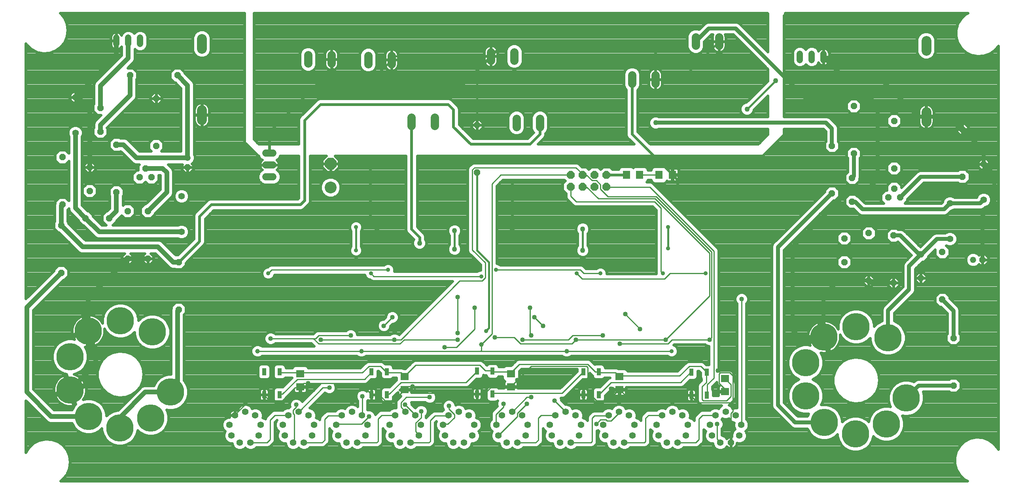
<source format=gtl>
G75*
%MOIN*%
%OFA0B0*%
%FSLAX25Y25*%
%IPPOS*%
%LPD*%
%AMOC8*
5,1,8,0,0,1.08239X$1,22.5*
%
%ADD10C,0.07050*%
%ADD11OC8,0.05200*%
%ADD12R,0.07087X0.06299*%
%ADD13C,0.05200*%
%ADD14C,0.05543*%
%ADD15C,0.08250*%
%ADD16R,0.03543X0.05906*%
%ADD17R,0.06299X0.07098*%
%ADD18C,0.05200*%
%ADD19C,0.05600*%
%ADD20C,0.23000*%
%ADD21OC8,0.06600*%
%ADD22C,0.06000*%
%ADD23C,0.10000*%
%ADD24OC8,0.10000*%
%ADD25C,0.02400*%
%ADD26C,0.04356*%
%ADD27C,0.03569*%
%ADD28C,0.01600*%
%ADD29C,0.01000*%
%ADD30C,0.03962*%
%ADD31C,0.04000*%
%ADD32C,0.03200*%
%ADD33C,0.04000*%
D10*
X0332357Y0307175D02*
X0332357Y0314225D01*
X0352043Y0314225D02*
X0352043Y0307175D01*
X0420857Y0306175D02*
X0420857Y0313225D01*
X0440543Y0313225D02*
X0440543Y0306175D01*
X0518357Y0342675D02*
X0518357Y0349725D01*
X0538043Y0349725D02*
X0538043Y0342675D01*
X0571857Y0374675D02*
X0571857Y0381725D01*
X0591543Y0381725D02*
X0591543Y0374675D01*
X0419043Y0369225D02*
X0419043Y0362175D01*
X0399357Y0362175D02*
X0399357Y0369225D01*
X0315543Y0366225D02*
X0315543Y0359175D01*
X0295857Y0359175D02*
X0295857Y0366225D01*
X0265043Y0366725D02*
X0265043Y0359675D01*
X0245357Y0359675D02*
X0245357Y0366725D01*
D11*
X0135200Y0349700D03*
X0095200Y0349700D03*
X0117200Y0330200D03*
X0070200Y0322200D03*
X0070200Y0302200D03*
X0083700Y0291200D03*
X0061200Y0272200D03*
X0038200Y0280700D03*
X0061200Y0252200D03*
X0083700Y0251200D03*
X0103200Y0263700D03*
X0113200Y0263700D03*
X0108200Y0271200D03*
X0117200Y0290200D03*
X0143700Y0272200D03*
X0110200Y0235200D03*
X0093200Y0235200D03*
X0077700Y0229200D03*
X0057700Y0229200D03*
X0037200Y0223200D03*
X0038200Y0240700D03*
X0093200Y0195200D03*
X0110200Y0195200D03*
X0136200Y0192200D03*
X0136200Y0152200D03*
X0037200Y0183200D03*
X0387700Y0267700D03*
X0387700Y0307700D03*
X0686700Y0290200D03*
X0705200Y0283700D03*
X0739200Y0271200D03*
X0703700Y0263200D03*
X0686700Y0250200D03*
X0703700Y0243200D03*
X0734200Y0246700D03*
X0739200Y0254200D03*
X0744200Y0246700D03*
X0796700Y0264200D03*
X0796700Y0304200D03*
X0739200Y0311200D03*
X0705200Y0323700D03*
X0717700Y0216700D03*
X0738700Y0214700D03*
X0761700Y0198700D03*
X0779700Y0200700D03*
X0813700Y0194200D03*
X0761700Y0178700D03*
X0738700Y0174700D03*
X0717700Y0176700D03*
X0697200Y0192200D03*
X0697200Y0212200D03*
X0779700Y0160700D03*
X0789200Y0128200D03*
X0789200Y0088200D03*
D12*
X0596700Y0083188D03*
X0596700Y0094212D03*
X0507700Y0095712D03*
X0507700Y0084688D03*
X0416200Y0087188D03*
X0416200Y0098212D03*
X0326700Y0095712D03*
X0326700Y0084688D03*
X0238700Y0087188D03*
X0238700Y0098212D03*
D13*
X0143700Y0280200D03*
X0805700Y0194200D03*
D14*
X0786200Y0211700D03*
X0786200Y0241700D03*
X0814700Y0244700D03*
X0814700Y0274700D03*
X0138700Y0247700D03*
X0138700Y0217700D03*
X0049200Y0301200D03*
X0049200Y0331200D03*
D15*
X0155700Y0320325D02*
X0155700Y0312075D01*
X0155700Y0372075D02*
X0155700Y0380325D01*
X0766200Y0378825D02*
X0766200Y0370575D01*
X0766200Y0318825D02*
X0766200Y0310575D01*
D16*
X0581196Y0099346D03*
X0568204Y0099346D03*
X0568204Y0080054D03*
X0581196Y0080054D03*
X0490196Y0080554D03*
X0477204Y0080554D03*
X0477204Y0099846D03*
X0490196Y0099846D03*
X0400696Y0100346D03*
X0387704Y0100346D03*
X0387704Y0081054D03*
X0400696Y0081054D03*
X0311696Y0080554D03*
X0298704Y0080554D03*
X0298704Y0099846D03*
X0311696Y0099846D03*
X0221196Y0099846D03*
X0208204Y0099846D03*
X0208204Y0080554D03*
X0221196Y0080554D03*
D17*
X0513602Y0265700D03*
X0524798Y0265700D03*
X0541102Y0265700D03*
X0552298Y0265700D03*
D18*
X0659700Y0362600D02*
X0659700Y0367800D01*
X0669700Y0367800D02*
X0669700Y0362600D01*
X0679700Y0362600D02*
X0679700Y0367800D01*
X0103700Y0376100D02*
X0103700Y0381300D01*
X0093700Y0381300D02*
X0093700Y0376100D01*
X0083700Y0376100D02*
X0083700Y0381300D01*
D19*
X0192200Y0066096D03*
X0183589Y0062962D03*
X0179007Y0055026D03*
X0180599Y0046002D03*
X0187618Y0040112D03*
X0196782Y0040112D03*
X0203801Y0046002D03*
X0205393Y0055026D03*
X0200811Y0062962D03*
X0224007Y0055026D03*
X0225599Y0046002D03*
X0232618Y0040112D03*
X0241782Y0040112D03*
X0248801Y0046002D03*
X0250393Y0055026D03*
X0245811Y0062962D03*
X0237200Y0066096D03*
X0228589Y0062962D03*
X0269007Y0055026D03*
X0270599Y0046002D03*
X0277618Y0040112D03*
X0286782Y0040112D03*
X0293801Y0046002D03*
X0295393Y0055026D03*
X0290811Y0062962D03*
X0282200Y0066096D03*
X0273589Y0062962D03*
X0314007Y0055026D03*
X0315599Y0046002D03*
X0322618Y0040112D03*
X0331782Y0040112D03*
X0338801Y0046002D03*
X0340393Y0055026D03*
X0335811Y0062962D03*
X0327200Y0066096D03*
X0318589Y0062962D03*
X0359007Y0055026D03*
X0360599Y0046002D03*
X0367618Y0040112D03*
X0376782Y0040112D03*
X0383801Y0046002D03*
X0385393Y0055026D03*
X0380811Y0062962D03*
X0372200Y0066096D03*
X0363589Y0062962D03*
X0404007Y0055026D03*
X0405599Y0046002D03*
X0412618Y0040112D03*
X0421782Y0040112D03*
X0428801Y0046002D03*
X0430393Y0055026D03*
X0425811Y0062962D03*
X0417200Y0066096D03*
X0408589Y0062962D03*
X0449007Y0055026D03*
X0450599Y0046002D03*
X0457618Y0040112D03*
X0466782Y0040112D03*
X0473801Y0046002D03*
X0475393Y0055026D03*
X0470811Y0062962D03*
X0462200Y0066096D03*
X0453589Y0062962D03*
X0494007Y0055026D03*
X0495599Y0046002D03*
X0502618Y0040112D03*
X0511782Y0040112D03*
X0518801Y0046002D03*
X0520393Y0055026D03*
X0515811Y0062962D03*
X0507200Y0066096D03*
X0498589Y0062962D03*
X0539007Y0055026D03*
X0540599Y0046002D03*
X0547618Y0040112D03*
X0556782Y0040112D03*
X0563801Y0046002D03*
X0565393Y0055026D03*
X0560811Y0062962D03*
X0552200Y0066096D03*
X0543589Y0062962D03*
X0584007Y0055026D03*
X0585599Y0046002D03*
X0592618Y0040112D03*
X0601782Y0040112D03*
X0608801Y0046002D03*
X0610393Y0055026D03*
X0605811Y0062962D03*
X0597200Y0066096D03*
X0588589Y0062962D03*
D20*
X0664584Y0079477D03*
X0680278Y0057109D03*
X0706579Y0047488D03*
X0732701Y0055839D03*
X0749350Y0077641D03*
X0664630Y0107529D03*
X0680004Y0129192D03*
X0707139Y0137805D03*
X0734055Y0128421D03*
X0129350Y0082641D03*
X0112701Y0060839D03*
X0086579Y0052488D03*
X0060278Y0062109D03*
X0044584Y0084477D03*
X0044630Y0112529D03*
X0060004Y0134192D03*
X0087139Y0142805D03*
X0114055Y0133421D03*
D21*
X0466700Y0255700D03*
X0466700Y0265700D03*
X0476700Y0265700D03*
X0486700Y0265700D03*
X0496700Y0265700D03*
X0496700Y0255700D03*
X0486700Y0255700D03*
X0476700Y0255700D03*
D22*
X0215700Y0264200D02*
X0209700Y0264200D01*
X0209700Y0274200D02*
X0215700Y0274200D01*
X0215700Y0284200D02*
X0209700Y0284200D01*
D23*
X0264200Y0255200D03*
D24*
X0264200Y0275200D03*
D25*
X0038578Y0009376D02*
X0036488Y0007900D01*
X0800882Y0007900D01*
X0798397Y0009187D01*
X0798397Y0009187D01*
X0794496Y0012831D01*
X0794496Y0012831D01*
X0791723Y0017391D01*
X0791723Y0017391D01*
X0790283Y0022531D01*
X0790283Y0027869D01*
X0791723Y0033009D01*
X0791723Y0033009D01*
X0794496Y0037569D01*
X0794496Y0037569D01*
X0798397Y0041213D01*
X0798397Y0041213D01*
X0803136Y0043668D01*
X0803136Y0043668D01*
X0808362Y0044754D01*
X0808362Y0044754D01*
X0813688Y0044390D01*
X0813688Y0044390D01*
X0818717Y0042603D01*
X0818717Y0042603D01*
X0823078Y0039524D01*
X0823078Y0039524D01*
X0826447Y0035384D01*
X0826447Y0035384D01*
X0826921Y0034291D01*
X0826921Y0374370D01*
X0824078Y0370876D01*
X0824078Y0370876D01*
X0824078Y0370876D01*
X0819717Y0367797D01*
X0819717Y0367797D01*
X0814688Y0366010D01*
X0814688Y0366010D01*
X0809362Y0365646D01*
X0809362Y0365646D01*
X0804136Y0366732D01*
X0804136Y0366732D01*
X0799397Y0369187D01*
X0799397Y0369187D01*
X0795496Y0372831D01*
X0795496Y0372831D01*
X0792723Y0377391D01*
X0792723Y0377391D01*
X0791283Y0382531D01*
X0791283Y0387869D01*
X0792723Y0393009D01*
X0792723Y0393009D01*
X0795496Y0397569D01*
X0795496Y0397569D01*
X0799397Y0401213D01*
X0799397Y0401213D01*
X0801304Y0402201D01*
X0647200Y0402201D01*
X0647200Y0401200D01*
X0646200Y0400200D01*
X0646200Y0314900D01*
X0682734Y0314900D01*
X0684646Y0314108D01*
X0686108Y0312646D01*
X0691108Y0307646D01*
X0691900Y0305734D01*
X0691900Y0293768D01*
X0692900Y0292768D01*
X0692900Y0287632D01*
X0689268Y0284000D01*
X0684132Y0284000D01*
X0680500Y0287632D01*
X0680500Y0292768D01*
X0681500Y0293768D01*
X0681500Y0302546D01*
X0679546Y0304500D01*
X0646200Y0304500D01*
X0646200Y0299700D01*
X0628200Y0281700D01*
X0337157Y0281700D01*
X0337157Y0222031D01*
X0341919Y0217269D01*
X0343269Y0215919D01*
X0344000Y0214155D01*
X0344000Y0211571D01*
X0344098Y0211473D01*
X0344978Y0209349D01*
X0344978Y0207051D01*
X0344098Y0204927D01*
X0342473Y0203302D01*
X0340349Y0202422D01*
X0338051Y0202422D01*
X0335927Y0203302D01*
X0334302Y0204927D01*
X0333422Y0207051D01*
X0333422Y0209349D01*
X0334254Y0211358D01*
X0328288Y0217324D01*
X0327557Y0219088D01*
X0327557Y0281700D01*
X0267882Y0281700D01*
X0271400Y0278182D01*
X0271400Y0275200D01*
X0264200Y0275200D01*
X0294200Y0275200D01*
X0297700Y0271700D01*
X0297700Y0224700D01*
X0303700Y0218700D01*
X0291084Y0220629D02*
X0291084Y0222771D01*
X0290265Y0224750D01*
X0288750Y0226265D01*
X0286771Y0227084D01*
X0284629Y0227084D01*
X0282650Y0226265D01*
X0281135Y0224750D01*
X0280316Y0222771D01*
X0280316Y0220629D01*
X0281135Y0218650D01*
X0281300Y0218486D01*
X0281300Y0205414D01*
X0281135Y0205250D01*
X0280316Y0203271D01*
X0280316Y0201129D01*
X0281135Y0199150D01*
X0282650Y0197635D01*
X0284629Y0196816D01*
X0286771Y0196816D01*
X0288750Y0197635D01*
X0290265Y0199150D01*
X0291084Y0201129D01*
X0291084Y0203271D01*
X0290265Y0205250D01*
X0290100Y0205414D01*
X0290100Y0218486D01*
X0290265Y0218650D01*
X0291084Y0220629D01*
X0291084Y0220965D02*
X0327557Y0220965D01*
X0327557Y0223363D02*
X0290839Y0223363D01*
X0289253Y0225762D02*
X0327557Y0225762D01*
X0327557Y0228160D02*
X0158500Y0228160D01*
X0158500Y0228712D02*
X0165688Y0235900D01*
X0239655Y0235900D01*
X0241419Y0236631D01*
X0242769Y0237981D01*
X0246269Y0241481D01*
X0247000Y0243245D01*
X0247000Y0281700D01*
X0260518Y0281700D01*
X0257000Y0278182D01*
X0257000Y0275200D01*
X0264200Y0275200D01*
X0264200Y0275200D01*
X0271400Y0275200D01*
X0271400Y0272218D01*
X0267182Y0268000D01*
X0264200Y0268000D01*
X0264200Y0275200D01*
X0264200Y0275200D01*
X0264200Y0275200D01*
X0264200Y0268000D01*
X0261218Y0268000D01*
X0257000Y0272218D01*
X0257000Y0275200D01*
X0264200Y0275200D01*
X0264200Y0273732D02*
X0264200Y0273732D01*
X0264200Y0271333D02*
X0264200Y0271333D01*
X0264200Y0268935D02*
X0264200Y0268935D01*
X0268117Y0268935D02*
X0327557Y0268935D01*
X0327557Y0271333D02*
X0270516Y0271333D01*
X0271400Y0273732D02*
X0327557Y0273732D01*
X0327557Y0276130D02*
X0271400Y0276130D01*
X0271054Y0278529D02*
X0327557Y0278529D01*
X0327557Y0280927D02*
X0268655Y0280927D01*
X0259745Y0280927D02*
X0247000Y0280927D01*
X0247000Y0278529D02*
X0257346Y0278529D01*
X0257000Y0276130D02*
X0247000Y0276130D01*
X0247000Y0273732D02*
X0257000Y0273732D01*
X0257884Y0271333D02*
X0247000Y0271333D01*
X0247000Y0268935D02*
X0260283Y0268935D01*
X0262489Y0263800D02*
X0259328Y0262491D01*
X0256909Y0260072D01*
X0255600Y0256911D01*
X0255600Y0253489D01*
X0256909Y0250328D01*
X0259328Y0247909D01*
X0262489Y0246600D01*
X0265911Y0246600D01*
X0269072Y0247909D01*
X0271491Y0250328D01*
X0272800Y0253489D01*
X0272800Y0256911D01*
X0271491Y0260072D01*
X0269072Y0262491D01*
X0265911Y0263800D01*
X0262489Y0263800D01*
X0258577Y0261739D02*
X0247000Y0261739D01*
X0247000Y0259341D02*
X0256607Y0259341D01*
X0255613Y0256942D02*
X0247000Y0256942D01*
X0247000Y0254544D02*
X0255600Y0254544D01*
X0256157Y0252145D02*
X0247000Y0252145D01*
X0247000Y0249747D02*
X0257491Y0249747D01*
X0260683Y0247348D02*
X0247000Y0247348D01*
X0247000Y0244950D02*
X0327557Y0244950D01*
X0327557Y0247348D02*
X0267717Y0247348D01*
X0270909Y0249747D02*
X0327557Y0249747D01*
X0327557Y0252145D02*
X0272243Y0252145D01*
X0272800Y0254544D02*
X0327557Y0254544D01*
X0327557Y0256942D02*
X0272787Y0256942D01*
X0271793Y0259341D02*
X0327557Y0259341D01*
X0327557Y0261739D02*
X0269823Y0261739D01*
X0247000Y0264138D02*
X0327557Y0264138D01*
X0327557Y0266536D02*
X0247000Y0266536D01*
X0237400Y0266536D02*
X0221876Y0266536D01*
X0222300Y0265513D02*
X0221295Y0267939D01*
X0219439Y0269795D01*
X0218831Y0270047D01*
X0219088Y0270234D01*
X0219666Y0270812D01*
X0220147Y0271475D01*
X0220519Y0272204D01*
X0220772Y0272982D01*
X0220900Y0273791D01*
X0220900Y0274200D01*
X0220900Y0274609D01*
X0220772Y0275418D01*
X0220519Y0276196D01*
X0220147Y0276925D01*
X0219666Y0277588D01*
X0219088Y0278166D01*
X0218831Y0278353D01*
X0219439Y0278605D01*
X0221295Y0280461D01*
X0221808Y0281700D01*
X0237400Y0281700D01*
X0237400Y0246188D01*
X0236712Y0245500D01*
X0162745Y0245500D01*
X0160981Y0244769D01*
X0150981Y0234769D01*
X0149631Y0233419D01*
X0148900Y0231655D01*
X0148900Y0211688D01*
X0135612Y0198400D01*
X0133632Y0198400D01*
X0133526Y0198294D01*
X0123447Y0208372D01*
X0121872Y0209947D01*
X0119814Y0210800D01*
X0057520Y0210800D01*
X0043400Y0224920D01*
X0043400Y0225768D01*
X0042800Y0226368D01*
X0042800Y0236532D01*
X0043600Y0237332D01*
X0043600Y0236586D01*
X0044453Y0234528D01*
X0051500Y0227480D01*
X0051500Y0226632D01*
X0055132Y0223000D01*
X0055980Y0223000D01*
X0066028Y0212953D01*
X0068086Y0212100D01*
X0135570Y0212100D01*
X0137433Y0211328D01*
X0139967Y0211328D01*
X0142309Y0212298D01*
X0144102Y0214091D01*
X0145072Y0216433D01*
X0145072Y0218967D01*
X0144102Y0221309D01*
X0142309Y0223102D01*
X0139967Y0224072D01*
X0137433Y0224072D01*
X0135570Y0223300D01*
X0080568Y0223300D01*
X0083900Y0226632D01*
X0083900Y0227480D01*
X0088026Y0231606D01*
X0090632Y0229000D01*
X0095768Y0229000D01*
X0099400Y0232632D01*
X0099400Y0237768D01*
X0095768Y0241400D01*
X0090632Y0241400D01*
X0089300Y0240068D01*
X0089300Y0248032D01*
X0089900Y0248632D01*
X0089900Y0253768D01*
X0086268Y0257400D01*
X0081132Y0257400D01*
X0077500Y0253768D01*
X0077500Y0248632D01*
X0078100Y0248032D01*
X0078100Y0237520D01*
X0075980Y0235400D01*
X0075132Y0235400D01*
X0071500Y0231768D01*
X0071500Y0226632D01*
X0074832Y0223300D01*
X0071520Y0223300D01*
X0063900Y0230920D01*
X0063900Y0231768D01*
X0060268Y0235400D01*
X0059420Y0235400D01*
X0054800Y0240020D01*
X0054800Y0298070D01*
X0055572Y0299933D01*
X0055572Y0302467D01*
X0054602Y0304809D01*
X0052809Y0306602D01*
X0050467Y0307572D01*
X0047933Y0307572D01*
X0045591Y0306602D01*
X0043798Y0304809D01*
X0042828Y0302467D01*
X0042828Y0299933D01*
X0043600Y0298070D01*
X0043600Y0284068D01*
X0040768Y0286900D01*
X0035632Y0286900D01*
X0032000Y0283268D01*
X0032000Y0278132D01*
X0035632Y0274500D01*
X0040768Y0274500D01*
X0043600Y0277332D01*
X0043600Y0244068D01*
X0040768Y0246900D01*
X0035632Y0246900D01*
X0032000Y0243268D01*
X0032000Y0241780D01*
X0031600Y0240814D01*
X0031600Y0226368D01*
X0031000Y0225768D01*
X0031000Y0220632D01*
X0034632Y0217000D01*
X0035480Y0217000D01*
X0052028Y0200453D01*
X0054086Y0199600D01*
X0090812Y0199600D01*
X0088400Y0197188D01*
X0088400Y0195200D01*
X0093200Y0195200D01*
X0098000Y0195200D01*
X0098000Y0197188D01*
X0095588Y0199600D01*
X0107812Y0199600D01*
X0105400Y0197188D01*
X0105400Y0195200D01*
X0110200Y0195200D01*
X0115000Y0195200D01*
X0115000Y0197188D01*
X0112588Y0199600D01*
X0116380Y0199600D01*
X0128528Y0187453D01*
X0130586Y0186600D01*
X0133032Y0186600D01*
X0133632Y0186000D01*
X0138768Y0186000D01*
X0142400Y0189632D01*
X0142400Y0191612D01*
X0157769Y0206981D01*
X0158500Y0208745D01*
X0158500Y0228712D01*
X0160347Y0230559D02*
X0327557Y0230559D01*
X0327557Y0232957D02*
X0162745Y0232957D01*
X0165144Y0235356D02*
X0327557Y0235356D01*
X0327557Y0237754D02*
X0242542Y0237754D01*
X0244941Y0240153D02*
X0327557Y0240153D01*
X0327557Y0242551D02*
X0246712Y0242551D01*
X0242200Y0244200D02*
X0238700Y0240700D01*
X0163700Y0240700D01*
X0153700Y0230700D01*
X0153700Y0209700D01*
X0136200Y0192200D01*
X0140153Y0187385D02*
X0208942Y0187385D01*
X0208650Y0187265D02*
X0207135Y0185750D01*
X0206316Y0183771D01*
X0206316Y0181629D01*
X0207135Y0179650D01*
X0208650Y0178135D01*
X0210629Y0177316D01*
X0212771Y0177316D01*
X0214750Y0178135D01*
X0216265Y0179650D01*
X0217072Y0181600D01*
X0292828Y0181600D01*
X0293635Y0179650D01*
X0295150Y0178135D01*
X0297129Y0177316D01*
X0297786Y0177316D01*
X0298378Y0176724D01*
X0299884Y0176100D01*
X0366902Y0176100D01*
X0321861Y0131059D01*
X0321272Y0131647D01*
X0319214Y0132500D01*
X0316986Y0132500D01*
X0314928Y0131647D01*
X0314280Y0131000D01*
X0286800Y0131000D01*
X0286800Y0131614D01*
X0285947Y0133672D01*
X0284372Y0135247D01*
X0282314Y0136100D01*
X0280086Y0136100D01*
X0278028Y0135247D01*
X0277380Y0134600D01*
X0253384Y0134600D01*
X0251878Y0133976D01*
X0250724Y0132822D01*
X0249802Y0131900D01*
X0217520Y0131900D01*
X0216872Y0132547D01*
X0214814Y0133400D01*
X0212586Y0133400D01*
X0210528Y0132547D01*
X0208953Y0130972D01*
X0208100Y0128914D01*
X0208100Y0126686D01*
X0208953Y0124628D01*
X0210528Y0123053D01*
X0212586Y0122200D01*
X0214814Y0122200D01*
X0216872Y0123053D01*
X0217520Y0123700D01*
X0248002Y0123700D01*
X0250402Y0121300D01*
X0206493Y0121300D01*
X0205861Y0121931D01*
X0203810Y0122781D01*
X0201590Y0122781D01*
X0199539Y0121931D01*
X0197969Y0120361D01*
X0197119Y0118310D01*
X0197119Y0116090D01*
X0197969Y0114039D01*
X0199539Y0112469D01*
X0201590Y0111619D01*
X0203810Y0111619D01*
X0205861Y0112469D01*
X0206493Y0113100D01*
X0286407Y0113100D01*
X0287039Y0112469D01*
X0289090Y0111619D01*
X0291310Y0111619D01*
X0293361Y0112469D01*
X0293993Y0113100D01*
X0459407Y0113100D01*
X0460039Y0112469D01*
X0462090Y0111619D01*
X0464310Y0111619D01*
X0466361Y0112469D01*
X0466993Y0113100D01*
X0548186Y0113100D01*
X0548650Y0112635D01*
X0550629Y0111816D01*
X0552771Y0111816D01*
X0554750Y0112635D01*
X0556265Y0114150D01*
X0557084Y0116129D01*
X0557084Y0118271D01*
X0556265Y0120250D01*
X0554750Y0121765D01*
X0553345Y0122347D01*
X0553798Y0122800D01*
X0579780Y0122800D01*
X0580428Y0122153D01*
X0582486Y0121300D01*
X0583100Y0121300D01*
X0583100Y0105898D01*
X0580700Y0105898D01*
X0578722Y0107876D01*
X0577216Y0108500D01*
X0565684Y0108500D01*
X0564178Y0107876D01*
X0563024Y0106722D01*
X0556702Y0100400D01*
X0514503Y0100400D01*
X0514295Y0100901D01*
X0513283Y0101913D01*
X0511959Y0102461D01*
X0506737Y0102461D01*
X0506722Y0102476D01*
X0505216Y0103100D01*
X0495568Y0103100D01*
X0495568Y0103515D01*
X0495020Y0104838D01*
X0494007Y0105850D01*
X0492684Y0106398D01*
X0487708Y0106398D01*
X0486924Y0106074D01*
X0484476Y0108522D01*
X0483322Y0109676D01*
X0481816Y0110300D01*
X0422584Y0110300D01*
X0421078Y0109676D01*
X0416363Y0104961D01*
X0411941Y0104961D01*
X0410617Y0104413D01*
X0410204Y0104000D01*
X0406068Y0104000D01*
X0406068Y0104015D01*
X0405520Y0105338D01*
X0404507Y0106350D01*
X0403184Y0106898D01*
X0398208Y0106898D01*
X0396885Y0106350D01*
X0395872Y0105338D01*
X0395869Y0105329D01*
X0393576Y0107622D01*
X0392422Y0108776D01*
X0390916Y0109400D01*
X0335284Y0109400D01*
X0333778Y0108776D01*
X0327463Y0102461D01*
X0325837Y0102461D01*
X0325822Y0102476D01*
X0324316Y0103100D01*
X0317068Y0103100D01*
X0317068Y0103515D01*
X0316520Y0104838D01*
X0315507Y0105850D01*
X0314184Y0106398D01*
X0310200Y0106398D01*
X0308722Y0107876D01*
X0307216Y0108500D01*
X0295684Y0108500D01*
X0294178Y0107876D01*
X0293024Y0106722D01*
X0289402Y0103100D01*
X0245420Y0103100D01*
X0245295Y0103401D01*
X0244283Y0104413D01*
X0242959Y0104961D01*
X0234441Y0104961D01*
X0233117Y0104413D01*
X0232105Y0103401D01*
X0231980Y0103100D01*
X0226568Y0103100D01*
X0226568Y0103515D01*
X0226020Y0104838D01*
X0225007Y0105850D01*
X0223684Y0106398D01*
X0218708Y0106398D01*
X0217385Y0105850D01*
X0216372Y0104838D01*
X0215824Y0103515D01*
X0215824Y0096177D01*
X0216372Y0094854D01*
X0217385Y0093841D01*
X0218708Y0093293D01*
X0223684Y0093293D01*
X0225007Y0093841D01*
X0226020Y0094854D01*
X0226039Y0094900D01*
X0231557Y0094900D01*
X0231557Y0094755D01*
X0223843Y0087041D01*
X0223684Y0087107D01*
X0218708Y0087107D01*
X0217385Y0086559D01*
X0216372Y0085546D01*
X0215824Y0084223D01*
X0215824Y0076885D01*
X0216372Y0075562D01*
X0217385Y0074550D01*
X0218708Y0074002D01*
X0223684Y0074002D01*
X0225007Y0074550D01*
X0226020Y0075562D01*
X0226568Y0076885D01*
X0226568Y0078169D01*
X0232957Y0084558D01*
X0232957Y0083749D01*
X0233107Y0083189D01*
X0233396Y0082688D01*
X0233806Y0082278D01*
X0234308Y0081989D01*
X0234867Y0081839D01*
X0238325Y0081839D01*
X0238325Y0086813D01*
X0239075Y0086813D01*
X0239075Y0081839D01*
X0242533Y0081839D01*
X0243092Y0081989D01*
X0243594Y0082278D01*
X0244004Y0082688D01*
X0244293Y0083189D01*
X0244443Y0083749D01*
X0244443Y0086813D01*
X0239075Y0086813D01*
X0239075Y0087563D01*
X0244443Y0087563D01*
X0244443Y0089500D01*
X0255102Y0089500D01*
X0240260Y0074658D01*
X0240047Y0075172D01*
X0238472Y0076747D01*
X0236414Y0077600D01*
X0234186Y0077600D01*
X0232128Y0076747D01*
X0230553Y0075172D01*
X0229700Y0073114D01*
X0229700Y0070886D01*
X0229843Y0070541D01*
X0229124Y0069822D01*
X0228933Y0069362D01*
X0227316Y0069362D01*
X0224964Y0068387D01*
X0223877Y0067300D01*
X0216384Y0067300D01*
X0214878Y0066676D01*
X0213724Y0065522D01*
X0209724Y0061522D01*
X0209204Y0060266D01*
X0209018Y0060452D01*
X0207038Y0061272D01*
X0207211Y0061689D01*
X0207211Y0064235D01*
X0206236Y0066587D01*
X0204436Y0068387D01*
X0202084Y0069362D01*
X0199538Y0069362D01*
X0198033Y0068738D01*
X0197626Y0069721D01*
X0195825Y0071522D01*
X0193473Y0072496D01*
X0190927Y0072496D01*
X0188575Y0071522D01*
X0186774Y0069721D01*
X0185827Y0067433D01*
X0185509Y0067595D01*
X0184760Y0067839D01*
X0183983Y0067962D01*
X0183589Y0067962D01*
X0183196Y0067962D01*
X0182419Y0067839D01*
X0181670Y0067595D01*
X0180969Y0067238D01*
X0180332Y0066776D01*
X0179776Y0066219D01*
X0179313Y0065582D01*
X0178956Y0064881D01*
X0178712Y0064133D01*
X0178589Y0063355D01*
X0178589Y0062962D01*
X0183589Y0062962D01*
X0183589Y0062962D01*
X0183589Y0067962D01*
X0183589Y0062962D01*
X0183589Y0062962D01*
X0178589Y0062962D01*
X0178589Y0062568D01*
X0178712Y0061791D01*
X0178831Y0061426D01*
X0177734Y0061426D01*
X0175382Y0060452D01*
X0173582Y0058652D01*
X0172607Y0056299D01*
X0172607Y0053753D01*
X0173582Y0051401D01*
X0175264Y0049719D01*
X0175173Y0049627D01*
X0174199Y0047275D01*
X0174199Y0044729D01*
X0175173Y0042377D01*
X0176973Y0040576D01*
X0179326Y0039602D01*
X0181218Y0039602D01*
X0181218Y0038839D01*
X0182192Y0036486D01*
X0183993Y0034686D01*
X0186345Y0033712D01*
X0188891Y0033712D01*
X0191243Y0034686D01*
X0192200Y0035643D01*
X0193157Y0034686D01*
X0195509Y0033712D01*
X0198055Y0033712D01*
X0200407Y0034686D01*
X0201733Y0036012D01*
X0211427Y0036012D01*
X0212934Y0036636D01*
X0215522Y0039224D01*
X0216676Y0040378D01*
X0217300Y0041884D01*
X0217300Y0057502D01*
X0218898Y0059100D01*
X0219030Y0059100D01*
X0218582Y0058652D01*
X0217607Y0056299D01*
X0217607Y0053753D01*
X0218582Y0051401D01*
X0220264Y0049719D01*
X0220173Y0049627D01*
X0219199Y0047275D01*
X0219199Y0044729D01*
X0220173Y0042377D01*
X0221973Y0040576D01*
X0224326Y0039602D01*
X0226218Y0039602D01*
X0226218Y0038839D01*
X0227192Y0036486D01*
X0228993Y0034686D01*
X0231345Y0033712D01*
X0233891Y0033712D01*
X0236243Y0034686D01*
X0237200Y0035643D01*
X0238157Y0034686D01*
X0240509Y0033712D01*
X0243055Y0033712D01*
X0245407Y0034686D01*
X0246733Y0036012D01*
X0257927Y0036012D01*
X0259434Y0036636D01*
X0261522Y0038724D01*
X0262676Y0039878D01*
X0263300Y0041384D01*
X0263300Y0052081D01*
X0263582Y0051401D01*
X0265264Y0049718D01*
X0265173Y0049627D01*
X0264199Y0047275D01*
X0264199Y0044729D01*
X0265173Y0042377D01*
X0266973Y0040576D01*
X0269326Y0039602D01*
X0271218Y0039602D01*
X0271218Y0038839D01*
X0272192Y0036486D01*
X0273993Y0034686D01*
X0276345Y0033712D01*
X0278891Y0033712D01*
X0281243Y0034686D01*
X0282200Y0035643D01*
X0283157Y0034686D01*
X0285509Y0033712D01*
X0288055Y0033712D01*
X0290407Y0034686D01*
X0291733Y0036012D01*
X0303927Y0036012D01*
X0305434Y0036636D01*
X0306522Y0037724D01*
X0307676Y0038878D01*
X0308300Y0040384D01*
X0308300Y0052081D01*
X0308582Y0051401D01*
X0310264Y0049719D01*
X0310173Y0049627D01*
X0309199Y0047275D01*
X0309199Y0044729D01*
X0310173Y0042377D01*
X0311973Y0040576D01*
X0314326Y0039602D01*
X0316218Y0039602D01*
X0316218Y0038839D01*
X0317192Y0036486D01*
X0318993Y0034686D01*
X0321345Y0033712D01*
X0323891Y0033712D01*
X0326243Y0034686D01*
X0327200Y0035643D01*
X0328157Y0034686D01*
X0330509Y0033712D01*
X0333055Y0033712D01*
X0335407Y0034686D01*
X0336733Y0036012D01*
X0347927Y0036012D01*
X0349434Y0036636D01*
X0350522Y0037724D01*
X0351676Y0038878D01*
X0352300Y0040384D01*
X0352300Y0057002D01*
X0353322Y0058023D01*
X0352607Y0056299D01*
X0352607Y0053753D01*
X0353582Y0051401D01*
X0355264Y0049719D01*
X0355173Y0049627D01*
X0354199Y0047275D01*
X0354199Y0044729D01*
X0355173Y0042377D01*
X0356973Y0040576D01*
X0359326Y0039602D01*
X0361218Y0039602D01*
X0361218Y0038839D01*
X0362192Y0036486D01*
X0363993Y0034686D01*
X0366345Y0033712D01*
X0368891Y0033712D01*
X0371243Y0034686D01*
X0372200Y0035643D01*
X0373157Y0034686D01*
X0375509Y0033712D01*
X0378055Y0033712D01*
X0380407Y0034686D01*
X0382208Y0036486D01*
X0383182Y0038839D01*
X0383182Y0039602D01*
X0385074Y0039602D01*
X0387426Y0040576D01*
X0389227Y0042377D01*
X0390201Y0044729D01*
X0390201Y0047275D01*
X0389227Y0049627D01*
X0389136Y0049718D01*
X0390818Y0051401D01*
X0391793Y0053753D01*
X0391793Y0056299D01*
X0390818Y0058652D01*
X0389018Y0060452D01*
X0387038Y0061272D01*
X0387211Y0061689D01*
X0387211Y0064235D01*
X0386236Y0066587D01*
X0384436Y0068387D01*
X0382084Y0069362D01*
X0379538Y0069362D01*
X0378033Y0068738D01*
X0377626Y0069721D01*
X0375825Y0071522D01*
X0373473Y0072496D01*
X0370927Y0072496D01*
X0369600Y0071946D01*
X0369600Y0072214D01*
X0368747Y0074272D01*
X0367172Y0075847D01*
X0365114Y0076700D01*
X0362886Y0076700D01*
X0360828Y0075847D01*
X0359253Y0074272D01*
X0358400Y0072214D01*
X0358400Y0069986D01*
X0359253Y0067928D01*
X0359379Y0067802D01*
X0358377Y0066800D01*
X0351384Y0066800D01*
X0349878Y0066176D01*
X0348724Y0065022D01*
X0344724Y0061022D01*
X0344700Y0060964D01*
X0344700Y0062780D01*
X0345347Y0063428D01*
X0346200Y0065486D01*
X0346200Y0067714D01*
X0345347Y0069772D01*
X0343772Y0071347D01*
X0341714Y0072200D01*
X0339486Y0072200D01*
X0337428Y0071347D01*
X0335853Y0069772D01*
X0335683Y0069362D01*
X0335536Y0069362D01*
X0332700Y0072198D01*
X0332700Y0073114D01*
X0332250Y0074200D01*
X0343980Y0074200D01*
X0344628Y0073553D01*
X0346686Y0072700D01*
X0348914Y0072700D01*
X0350972Y0073553D01*
X0352547Y0075128D01*
X0353400Y0077186D01*
X0353400Y0079414D01*
X0352547Y0081472D01*
X0350972Y0083047D01*
X0348914Y0083900D01*
X0346686Y0083900D01*
X0344628Y0083047D01*
X0343980Y0082400D01*
X0332443Y0082400D01*
X0332443Y0084313D01*
X0327075Y0084313D01*
X0327075Y0085063D01*
X0332443Y0085063D01*
X0332443Y0086800D01*
X0379216Y0086800D01*
X0380722Y0087424D01*
X0387091Y0093793D01*
X0390192Y0093793D01*
X0391515Y0094341D01*
X0392528Y0095354D01*
X0393076Y0096677D01*
X0393076Y0096994D01*
X0393784Y0096700D01*
X0395324Y0096700D01*
X0395324Y0096677D01*
X0395872Y0095354D01*
X0396885Y0094341D01*
X0398208Y0093793D01*
X0403184Y0093793D01*
X0404507Y0094341D01*
X0405520Y0095354D01*
X0405705Y0095800D01*
X0409057Y0095800D01*
X0409057Y0094346D01*
X0409605Y0093023D01*
X0410617Y0092010D01*
X0411042Y0091834D01*
X0410896Y0091689D01*
X0410607Y0091187D01*
X0410457Y0090627D01*
X0410457Y0087563D01*
X0415825Y0087563D01*
X0415825Y0086813D01*
X0415825Y0086000D01*
X0416575Y0086000D01*
X0416575Y0086813D01*
X0415825Y0086813D01*
X0410457Y0086813D01*
X0410457Y0086000D01*
X0405539Y0086000D01*
X0405520Y0086046D01*
X0404507Y0087059D01*
X0403184Y0087607D01*
X0398208Y0087607D01*
X0396885Y0087059D01*
X0395872Y0086046D01*
X0395324Y0084723D01*
X0395324Y0077385D01*
X0395872Y0076062D01*
X0396885Y0075050D01*
X0398208Y0074502D01*
X0403184Y0074502D01*
X0404507Y0075050D01*
X0404886Y0075429D01*
X0404300Y0074014D01*
X0404300Y0071786D01*
X0404706Y0070805D01*
X0401278Y0067376D01*
X0400124Y0066222D01*
X0399500Y0064716D01*
X0399500Y0059570D01*
X0398582Y0058652D01*
X0397607Y0056299D01*
X0397607Y0053753D01*
X0398582Y0051401D01*
X0400264Y0049719D01*
X0400173Y0049627D01*
X0399199Y0047275D01*
X0399199Y0044729D01*
X0400173Y0042377D01*
X0401973Y0040576D01*
X0404326Y0039602D01*
X0406218Y0039602D01*
X0406218Y0038839D01*
X0407192Y0036486D01*
X0408993Y0034686D01*
X0411345Y0033712D01*
X0413891Y0033712D01*
X0416243Y0034686D01*
X0417200Y0035643D01*
X0418157Y0034686D01*
X0420509Y0033712D01*
X0423055Y0033712D01*
X0425407Y0034686D01*
X0426733Y0036012D01*
X0437927Y0036012D01*
X0439434Y0036636D01*
X0441522Y0038724D01*
X0442676Y0039878D01*
X0443300Y0041384D01*
X0443300Y0052081D01*
X0443582Y0051401D01*
X0445264Y0049719D01*
X0445173Y0049627D01*
X0444199Y0047275D01*
X0444199Y0044729D01*
X0445173Y0042377D01*
X0446973Y0040576D01*
X0449326Y0039602D01*
X0451218Y0039602D01*
X0451218Y0038839D01*
X0452192Y0036486D01*
X0453993Y0034686D01*
X0456345Y0033712D01*
X0458891Y0033712D01*
X0461243Y0034686D01*
X0462200Y0035643D01*
X0463157Y0034686D01*
X0465509Y0033712D01*
X0468055Y0033712D01*
X0470407Y0034686D01*
X0471733Y0036012D01*
X0484427Y0036012D01*
X0485934Y0036636D01*
X0487022Y0037724D01*
X0488176Y0038878D01*
X0488800Y0040384D01*
X0488800Y0050200D01*
X0489314Y0050200D01*
X0489646Y0050337D01*
X0490264Y0049719D01*
X0490173Y0049627D01*
X0489199Y0047275D01*
X0489199Y0044729D01*
X0490173Y0042377D01*
X0491973Y0040576D01*
X0494326Y0039602D01*
X0496218Y0039602D01*
X0496218Y0038839D01*
X0497192Y0036486D01*
X0498993Y0034686D01*
X0501345Y0033712D01*
X0503891Y0033712D01*
X0506243Y0034686D01*
X0507200Y0035643D01*
X0508157Y0034686D01*
X0510509Y0033712D01*
X0513055Y0033712D01*
X0515407Y0034686D01*
X0516733Y0036012D01*
X0529427Y0036012D01*
X0530934Y0036636D01*
X0532088Y0037789D01*
X0532088Y0037789D01*
X0533176Y0038878D01*
X0533800Y0040384D01*
X0533800Y0051183D01*
X0535264Y0049719D01*
X0535173Y0049627D01*
X0534199Y0047275D01*
X0534199Y0044729D01*
X0535173Y0042377D01*
X0536973Y0040576D01*
X0539326Y0039602D01*
X0541218Y0039602D01*
X0541218Y0038839D01*
X0542192Y0036486D01*
X0543993Y0034686D01*
X0546345Y0033712D01*
X0548891Y0033712D01*
X0551243Y0034686D01*
X0552200Y0035643D01*
X0553157Y0034686D01*
X0555509Y0033712D01*
X0558055Y0033712D01*
X0560407Y0034686D01*
X0561733Y0036012D01*
X0572927Y0036012D01*
X0574434Y0036636D01*
X0577022Y0039224D01*
X0578176Y0040378D01*
X0578800Y0041884D01*
X0578800Y0051183D01*
X0580264Y0049719D01*
X0580173Y0049627D01*
X0579199Y0047275D01*
X0579199Y0044729D01*
X0580173Y0042377D01*
X0581973Y0040576D01*
X0584326Y0039602D01*
X0586218Y0039602D01*
X0586218Y0038839D01*
X0587192Y0036486D01*
X0588993Y0034686D01*
X0591345Y0033712D01*
X0593891Y0033712D01*
X0596243Y0034686D01*
X0598044Y0036486D01*
X0598129Y0036693D01*
X0598525Y0036298D01*
X0599161Y0035835D01*
X0599863Y0035478D01*
X0600611Y0035235D01*
X0601388Y0035112D01*
X0601782Y0035112D01*
X0602175Y0035112D01*
X0602953Y0035235D01*
X0603701Y0035478D01*
X0604402Y0035835D01*
X0605039Y0036298D01*
X0605596Y0036855D01*
X0606058Y0037491D01*
X0606416Y0038192D01*
X0606659Y0038941D01*
X0606782Y0039718D01*
X0606782Y0039911D01*
X0607528Y0039602D01*
X0610074Y0039602D01*
X0612426Y0040576D01*
X0614227Y0042377D01*
X0615201Y0044729D01*
X0615201Y0047275D01*
X0614227Y0049627D01*
X0614136Y0049719D01*
X0615818Y0051401D01*
X0616793Y0053753D01*
X0616793Y0056299D01*
X0615818Y0058652D01*
X0614700Y0059770D01*
X0614700Y0157280D01*
X0615347Y0157928D01*
X0616200Y0159986D01*
X0616200Y0162214D01*
X0615347Y0164272D01*
X0613772Y0165847D01*
X0611714Y0166700D01*
X0609486Y0166700D01*
X0607428Y0165847D01*
X0605853Y0164272D01*
X0605000Y0162214D01*
X0605000Y0159986D01*
X0605853Y0157928D01*
X0606500Y0157280D01*
X0606500Y0069362D01*
X0604538Y0069362D01*
X0603033Y0068738D01*
X0602626Y0069721D01*
X0600825Y0071522D01*
X0599847Y0071927D01*
X0600322Y0072124D01*
X0603922Y0075724D01*
X0605076Y0076878D01*
X0605700Y0078384D01*
X0605700Y0089916D01*
X0605076Y0091422D01*
X0603843Y0092655D01*
X0603843Y0098077D01*
X0603295Y0099401D01*
X0602283Y0100413D01*
X0600959Y0100961D01*
X0592441Y0100961D01*
X0591300Y0100489D01*
X0591300Y0202416D01*
X0590676Y0203922D01*
X0536676Y0257922D01*
X0535522Y0259076D01*
X0534016Y0259700D01*
X0530588Y0259700D01*
X0531000Y0260112D01*
X0531548Y0261435D01*
X0531548Y0261600D01*
X0534352Y0261600D01*
X0534352Y0261435D01*
X0534900Y0260112D01*
X0535913Y0259099D01*
X0537236Y0258551D01*
X0544967Y0258551D01*
X0546290Y0259099D01*
X0547303Y0260112D01*
X0547530Y0260659D01*
X0547798Y0260390D01*
X0548300Y0260101D01*
X0548859Y0259951D01*
X0551924Y0259951D01*
X0551924Y0265325D01*
X0552673Y0265325D01*
X0552673Y0259951D01*
X0555738Y0259951D01*
X0556297Y0260101D01*
X0556799Y0260390D01*
X0557208Y0260800D01*
X0557498Y0261302D01*
X0557648Y0261861D01*
X0557648Y0265325D01*
X0552673Y0265325D01*
X0552673Y0266075D01*
X0551924Y0266075D01*
X0551924Y0271449D01*
X0548859Y0271449D01*
X0548300Y0271299D01*
X0547798Y0271010D01*
X0547530Y0270741D01*
X0547303Y0271288D01*
X0546290Y0272301D01*
X0544967Y0272849D01*
X0537236Y0272849D01*
X0535913Y0272301D01*
X0534900Y0271288D01*
X0534352Y0269965D01*
X0534352Y0269800D01*
X0531548Y0269800D01*
X0531548Y0269965D01*
X0531000Y0271288D01*
X0529987Y0272301D01*
X0528664Y0272849D01*
X0520933Y0272849D01*
X0519610Y0272301D01*
X0519200Y0271892D01*
X0518790Y0272301D01*
X0517467Y0272849D01*
X0509736Y0272849D01*
X0508413Y0272301D01*
X0507400Y0271288D01*
X0507073Y0270500D01*
X0501658Y0270500D01*
X0499558Y0272600D01*
X0493842Y0272600D01*
X0491700Y0270458D01*
X0489558Y0272600D01*
X0483842Y0272600D01*
X0481700Y0270458D01*
X0479558Y0272600D01*
X0476098Y0272600D01*
X0473422Y0275276D01*
X0471916Y0275900D01*
X0384784Y0275900D01*
X0383278Y0275276D01*
X0382124Y0274122D01*
X0380324Y0272322D01*
X0379700Y0270816D01*
X0379700Y0201684D01*
X0380324Y0200178D01*
X0381478Y0199024D01*
X0390500Y0190002D01*
X0390500Y0185584D01*
X0390129Y0185584D01*
X0388150Y0184765D01*
X0387686Y0184300D01*
X0317948Y0184300D01*
X0318084Y0184629D01*
X0318084Y0186771D01*
X0317265Y0188750D01*
X0315750Y0190265D01*
X0313771Y0191084D01*
X0311629Y0191084D01*
X0309650Y0190265D01*
X0309186Y0189800D01*
X0213884Y0189800D01*
X0212378Y0189176D01*
X0211286Y0188084D01*
X0210629Y0188084D01*
X0208650Y0187265D01*
X0206819Y0184987D02*
X0043400Y0184987D01*
X0043400Y0185768D02*
X0039768Y0189400D01*
X0034632Y0189400D01*
X0031000Y0185768D01*
X0031000Y0184920D01*
X0007400Y0161320D01*
X0007400Y0376311D01*
X0007996Y0375331D01*
X0007996Y0375331D01*
X0011897Y0371687D01*
X0016636Y0369232D01*
X0016636Y0369232D01*
X0021862Y0368146D01*
X0021862Y0368146D01*
X0027188Y0368510D01*
X0032217Y0370297D01*
X0032217Y0370297D01*
X0036578Y0373376D01*
X0039947Y0377516D01*
X0042073Y0382412D01*
X0042800Y0387700D01*
X0042073Y0392988D01*
X0039947Y0397884D01*
X0036578Y0402024D01*
X0036328Y0402201D01*
X0191700Y0402201D01*
X0191700Y0293200D01*
X0203200Y0281700D01*
X0203592Y0281700D01*
X0204105Y0280461D01*
X0205961Y0278605D01*
X0206569Y0278353D01*
X0206312Y0278166D01*
X0205734Y0277588D01*
X0205253Y0276925D01*
X0204881Y0276196D01*
X0204628Y0275418D01*
X0204500Y0274609D01*
X0204500Y0274200D01*
X0212700Y0274200D01*
X0220900Y0274200D01*
X0212700Y0274200D01*
X0212700Y0274200D01*
X0212700Y0274200D01*
X0204500Y0274200D01*
X0204500Y0273791D01*
X0204628Y0272982D01*
X0204881Y0272204D01*
X0205253Y0271475D01*
X0205734Y0270812D01*
X0206312Y0270234D01*
X0206569Y0270047D01*
X0205961Y0269795D01*
X0204105Y0267939D01*
X0203100Y0265513D01*
X0203100Y0262887D01*
X0204105Y0260461D01*
X0205961Y0258605D01*
X0208387Y0257600D01*
X0217013Y0257600D01*
X0219439Y0258605D01*
X0221295Y0260461D01*
X0222300Y0262887D01*
X0222300Y0265513D01*
X0222300Y0264138D02*
X0237400Y0264138D01*
X0237400Y0261739D02*
X0221824Y0261739D01*
X0220175Y0259341D02*
X0237400Y0259341D01*
X0237400Y0256942D02*
X0131800Y0256942D01*
X0131800Y0254544D02*
X0237400Y0254544D01*
X0237400Y0252145D02*
X0143266Y0252145D01*
X0144102Y0251309D02*
X0142309Y0253102D01*
X0139967Y0254072D01*
X0137433Y0254072D01*
X0135091Y0253102D01*
X0133298Y0251309D01*
X0132328Y0248967D01*
X0132328Y0246433D01*
X0133298Y0244091D01*
X0135091Y0242298D01*
X0137433Y0241328D01*
X0139967Y0241328D01*
X0142309Y0242298D01*
X0144102Y0244091D01*
X0145072Y0246433D01*
X0145072Y0248967D01*
X0144102Y0251309D01*
X0144749Y0249747D02*
X0237400Y0249747D01*
X0237400Y0247348D02*
X0145072Y0247348D01*
X0144457Y0244950D02*
X0161417Y0244950D01*
X0158763Y0242551D02*
X0142562Y0242551D01*
X0134838Y0242551D02*
X0125471Y0242551D01*
X0127869Y0244950D02*
X0132943Y0244950D01*
X0132328Y0247348D02*
X0130268Y0247348D01*
X0130947Y0248028D02*
X0131800Y0250086D01*
X0131800Y0268814D01*
X0130947Y0270872D01*
X0129372Y0272447D01*
X0127220Y0274600D01*
X0139312Y0274600D01*
X0138900Y0274188D01*
X0138900Y0272200D01*
X0143700Y0272200D01*
X0148500Y0272200D01*
X0148500Y0274188D01*
X0147478Y0275210D01*
X0148956Y0276688D01*
X0149900Y0278967D01*
X0149900Y0281433D01*
X0149300Y0282882D01*
X0149300Y0342314D01*
X0148447Y0344372D01*
X0141400Y0351420D01*
X0141400Y0352268D01*
X0137768Y0355900D01*
X0132632Y0355900D01*
X0129000Y0352268D01*
X0129000Y0347132D01*
X0132632Y0343500D01*
X0133480Y0343500D01*
X0138100Y0338880D01*
X0138100Y0285800D01*
X0121568Y0285800D01*
X0123400Y0287632D01*
X0123400Y0292768D01*
X0119768Y0296400D01*
X0114632Y0296400D01*
X0111000Y0292768D01*
X0111000Y0287632D01*
X0112832Y0285800D01*
X0103020Y0285800D01*
X0092872Y0295947D01*
X0090814Y0296800D01*
X0086868Y0296800D01*
X0086268Y0297400D01*
X0081132Y0297400D01*
X0077500Y0293768D01*
X0077500Y0288632D01*
X0081132Y0285000D01*
X0086268Y0285000D01*
X0086868Y0285600D01*
X0087380Y0285600D01*
X0095953Y0277028D01*
X0097528Y0275453D01*
X0099586Y0274600D01*
X0102832Y0274600D01*
X0102000Y0273768D01*
X0102000Y0269900D01*
X0100632Y0269900D01*
X0097000Y0266268D01*
X0097000Y0261132D01*
X0100632Y0257500D01*
X0105768Y0257500D01*
X0108200Y0259932D01*
X0110632Y0257500D01*
X0115768Y0257500D01*
X0119400Y0261132D01*
X0119400Y0265600D01*
X0120380Y0265600D01*
X0120600Y0265380D01*
X0120600Y0253520D01*
X0108480Y0241400D01*
X0107632Y0241400D01*
X0104000Y0237768D01*
X0104000Y0232632D01*
X0107632Y0229000D01*
X0112768Y0229000D01*
X0116400Y0232632D01*
X0116400Y0233480D01*
X0130947Y0248028D01*
X0131659Y0249747D02*
X0132651Y0249747D01*
X0131800Y0252145D02*
X0134134Y0252145D01*
X0120600Y0254544D02*
X0089124Y0254544D01*
X0089900Y0252145D02*
X0119226Y0252145D01*
X0116827Y0249747D02*
X0089900Y0249747D01*
X0089300Y0247348D02*
X0114429Y0247348D01*
X0112030Y0244950D02*
X0089300Y0244950D01*
X0089300Y0242551D02*
X0109632Y0242551D01*
X0106385Y0240153D02*
X0097015Y0240153D01*
X0099400Y0237754D02*
X0104000Y0237754D01*
X0104000Y0235356D02*
X0099400Y0235356D01*
X0099400Y0232957D02*
X0104000Y0232957D01*
X0106073Y0230559D02*
X0097327Y0230559D01*
X0089073Y0230559D02*
X0086978Y0230559D01*
X0084580Y0228160D02*
X0148900Y0228160D01*
X0148900Y0225762D02*
X0083030Y0225762D01*
X0080631Y0223363D02*
X0135722Y0223363D01*
X0141678Y0223363D02*
X0148900Y0223363D01*
X0148900Y0220965D02*
X0144244Y0220965D01*
X0145072Y0218566D02*
X0148900Y0218566D01*
X0148900Y0216168D02*
X0144962Y0216168D01*
X0143780Y0213769D02*
X0148900Y0213769D01*
X0148582Y0211370D02*
X0140069Y0211370D01*
X0137331Y0211370D02*
X0056949Y0211370D01*
X0054551Y0213769D02*
X0065211Y0213769D01*
X0062813Y0216168D02*
X0052152Y0216168D01*
X0049754Y0218566D02*
X0060414Y0218566D01*
X0058016Y0220965D02*
X0047355Y0220965D01*
X0044957Y0223363D02*
X0054769Y0223363D01*
X0052370Y0225762D02*
X0043400Y0225762D01*
X0042800Y0228160D02*
X0050820Y0228160D01*
X0048422Y0230559D02*
X0042800Y0230559D01*
X0042800Y0232957D02*
X0046023Y0232957D01*
X0044110Y0235356D02*
X0042800Y0235356D01*
X0054800Y0240153D02*
X0078100Y0240153D01*
X0078100Y0242551D02*
X0054800Y0242551D01*
X0054800Y0244950D02*
X0078100Y0244950D01*
X0078100Y0247348D02*
X0065116Y0247348D01*
X0063768Y0246000D02*
X0067400Y0249632D01*
X0067400Y0254768D01*
X0063768Y0258400D01*
X0058632Y0258400D01*
X0055000Y0254768D01*
X0055000Y0249632D01*
X0058632Y0246000D01*
X0063768Y0246000D01*
X0067400Y0249747D02*
X0077500Y0249747D01*
X0077500Y0252145D02*
X0067400Y0252145D01*
X0067400Y0254544D02*
X0078276Y0254544D01*
X0080674Y0256942D02*
X0065226Y0256942D01*
X0057174Y0256942D02*
X0054800Y0256942D01*
X0054800Y0254544D02*
X0055000Y0254544D01*
X0055000Y0252145D02*
X0054800Y0252145D01*
X0054800Y0249747D02*
X0055000Y0249747D01*
X0054800Y0247348D02*
X0057284Y0247348D01*
X0043600Y0247348D02*
X0007400Y0247348D01*
X0007400Y0244950D02*
X0033682Y0244950D01*
X0032000Y0242551D02*
X0007400Y0242551D01*
X0007400Y0240153D02*
X0031600Y0240153D01*
X0031600Y0237754D02*
X0007400Y0237754D01*
X0007400Y0235356D02*
X0031600Y0235356D01*
X0031600Y0232957D02*
X0007400Y0232957D01*
X0007400Y0230559D02*
X0031600Y0230559D01*
X0031600Y0228160D02*
X0007400Y0228160D01*
X0007400Y0225762D02*
X0031000Y0225762D01*
X0031000Y0223363D02*
X0007400Y0223363D01*
X0007400Y0220965D02*
X0031000Y0220965D01*
X0033066Y0218566D02*
X0007400Y0218566D01*
X0007400Y0216168D02*
X0036313Y0216168D01*
X0038711Y0213769D02*
X0007400Y0213769D01*
X0007400Y0211370D02*
X0041110Y0211370D01*
X0043508Y0208972D02*
X0007400Y0208972D01*
X0007400Y0206573D02*
X0045907Y0206573D01*
X0048305Y0204175D02*
X0007400Y0204175D01*
X0007400Y0201776D02*
X0050704Y0201776D01*
X0041783Y0187385D02*
X0128690Y0187385D01*
X0126197Y0189784D02*
X0007400Y0189784D01*
X0007400Y0192182D02*
X0089429Y0192182D01*
X0088400Y0193212D02*
X0091212Y0190400D01*
X0093200Y0190400D01*
X0095188Y0190400D01*
X0098000Y0193212D01*
X0098000Y0195200D01*
X0093200Y0195200D01*
X0093200Y0195200D01*
X0093200Y0190400D01*
X0093200Y0195200D01*
X0093200Y0195200D01*
X0093200Y0195200D01*
X0088400Y0195200D01*
X0088400Y0193212D01*
X0088400Y0194581D02*
X0007400Y0194581D01*
X0007400Y0196979D02*
X0088400Y0196979D01*
X0090590Y0199378D02*
X0007400Y0199378D01*
X0007400Y0187385D02*
X0032617Y0187385D01*
X0031000Y0184987D02*
X0007400Y0184987D01*
X0007400Y0182588D02*
X0028669Y0182588D01*
X0026270Y0180190D02*
X0007400Y0180190D01*
X0007400Y0177791D02*
X0023872Y0177791D01*
X0021473Y0175393D02*
X0007400Y0175393D01*
X0007400Y0172994D02*
X0019075Y0172994D01*
X0016676Y0170596D02*
X0007400Y0170596D01*
X0007400Y0168197D02*
X0014278Y0168197D01*
X0011879Y0165799D02*
X0007400Y0165799D01*
X0007400Y0163400D02*
X0009481Y0163400D01*
X0018124Y0156205D02*
X0080149Y0156205D01*
X0081311Y0156876D02*
X0077867Y0154888D01*
X0075056Y0152076D01*
X0073068Y0148633D01*
X0072039Y0144793D01*
X0072039Y0140817D01*
X0072081Y0140660D01*
X0071769Y0141244D01*
X0071021Y0142363D01*
X0070167Y0143403D01*
X0069215Y0144355D01*
X0068175Y0145209D01*
X0067056Y0145957D01*
X0065868Y0146592D01*
X0064625Y0147107D01*
X0063337Y0147497D01*
X0062016Y0147760D01*
X0060677Y0147892D01*
X0059331Y0147892D01*
X0057991Y0147760D01*
X0056930Y0147549D01*
X0060645Y0135398D01*
X0058798Y0134833D01*
X0059363Y0132987D01*
X0047213Y0129272D01*
X0047604Y0128327D01*
X0048205Y0127203D01*
X0046618Y0127629D01*
X0042642Y0127629D01*
X0038802Y0126600D01*
X0035358Y0124612D01*
X0032547Y0121800D01*
X0030559Y0118357D01*
X0029530Y0114517D01*
X0029530Y0110541D01*
X0030559Y0106700D01*
X0032547Y0103257D01*
X0035358Y0100446D01*
X0038802Y0098458D01*
X0041543Y0097723D01*
X0045224Y0085682D01*
X0043378Y0085117D01*
X0043943Y0083271D01*
X0045789Y0083836D01*
X0045225Y0085682D01*
X0057374Y0089397D01*
X0056983Y0090341D01*
X0056349Y0091528D01*
X0055601Y0092647D01*
X0054747Y0093688D01*
X0053795Y0094640D01*
X0052754Y0095494D01*
X0051635Y0096242D01*
X0067783Y0096242D01*
X0067783Y0095031D02*
X0069223Y0089891D01*
X0071996Y0085331D01*
X0071996Y0085331D01*
X0075897Y0081687D01*
X0080636Y0079232D01*
X0080636Y0079232D01*
X0085862Y0078146D01*
X0085862Y0078146D01*
X0091188Y0078510D01*
X0096217Y0080297D01*
X0096217Y0080297D01*
X0100578Y0083376D01*
X0103947Y0087516D01*
X0106073Y0092412D01*
X0106800Y0097700D01*
X0106073Y0102988D01*
X0103947Y0107884D01*
X0100578Y0112024D01*
X0096217Y0115103D01*
X0091188Y0116890D01*
X0091188Y0116890D01*
X0085862Y0117254D01*
X0080636Y0116168D01*
X0075897Y0113713D01*
X0075897Y0113713D01*
X0075897Y0113713D01*
X0071996Y0110069D01*
X0069223Y0105509D01*
X0067783Y0100369D01*
X0067783Y0095031D01*
X0068115Y0093843D02*
X0054591Y0093843D01*
X0056393Y0091445D02*
X0068787Y0091445D01*
X0069223Y0089891D02*
X0069223Y0089891D01*
X0069736Y0089046D02*
X0056229Y0089046D01*
X0057940Y0087551D02*
X0045789Y0083836D01*
X0049269Y0072454D01*
X0048195Y0071381D01*
X0046207Y0067938D01*
X0046146Y0067709D01*
X0031110Y0067709D01*
X0013800Y0085020D01*
X0013800Y0151880D01*
X0038920Y0177000D01*
X0039768Y0177000D01*
X0043400Y0180632D01*
X0043400Y0185768D01*
X0043400Y0182588D02*
X0206316Y0182588D01*
X0206912Y0180190D02*
X0042958Y0180190D01*
X0040559Y0177791D02*
X0209481Y0177791D01*
X0213919Y0177791D02*
X0295981Y0177791D01*
X0293412Y0180190D02*
X0216488Y0180190D01*
X0213846Y0189784D02*
X0142400Y0189784D01*
X0142971Y0192182D02*
X0388319Y0192182D01*
X0390500Y0189784D02*
X0316231Y0189784D01*
X0317830Y0187385D02*
X0390500Y0187385D01*
X0388687Y0184987D02*
X0318084Y0184987D01*
X0290359Y0199378D02*
X0364351Y0199378D01*
X0363802Y0199927D02*
X0365427Y0198302D01*
X0367551Y0197422D01*
X0369849Y0197422D01*
X0371973Y0198302D01*
X0373598Y0199927D01*
X0374478Y0202051D01*
X0374478Y0204349D01*
X0373598Y0206473D01*
X0373100Y0206971D01*
X0373100Y0214929D01*
X0373598Y0215427D01*
X0374478Y0217551D01*
X0374478Y0219849D01*
X0373598Y0221973D01*
X0371973Y0223598D01*
X0369849Y0224478D01*
X0367551Y0224478D01*
X0365427Y0223598D01*
X0363802Y0221973D01*
X0362922Y0219849D01*
X0362922Y0217551D01*
X0363802Y0215427D01*
X0364300Y0214929D01*
X0364300Y0206971D01*
X0363802Y0206473D01*
X0362922Y0204349D01*
X0362922Y0202051D01*
X0363802Y0199927D01*
X0363036Y0201776D02*
X0291084Y0201776D01*
X0290710Y0204175D02*
X0335054Y0204175D01*
X0333620Y0206573D02*
X0290100Y0206573D01*
X0290100Y0208972D02*
X0333422Y0208972D01*
X0334241Y0211370D02*
X0290100Y0211370D01*
X0290100Y0213769D02*
X0331843Y0213769D01*
X0329444Y0216168D02*
X0290100Y0216168D01*
X0290180Y0218566D02*
X0327774Y0218566D01*
X0332357Y0220043D02*
X0339200Y0213200D01*
X0339200Y0208200D01*
X0343346Y0204175D02*
X0362922Y0204175D01*
X0363902Y0206573D02*
X0344780Y0206573D01*
X0344978Y0208972D02*
X0364300Y0208972D01*
X0364300Y0211370D02*
X0344141Y0211370D01*
X0344000Y0213769D02*
X0364300Y0213769D01*
X0363495Y0216168D02*
X0343021Y0216168D01*
X0340622Y0218566D02*
X0362922Y0218566D01*
X0363384Y0220965D02*
X0338224Y0220965D01*
X0337157Y0223363D02*
X0365192Y0223363D01*
X0372208Y0223363D02*
X0379700Y0223363D01*
X0379700Y0220965D02*
X0374016Y0220965D01*
X0374478Y0218566D02*
X0379700Y0218566D01*
X0379700Y0216168D02*
X0373905Y0216168D01*
X0373100Y0213769D02*
X0379700Y0213769D01*
X0379700Y0211370D02*
X0373100Y0211370D01*
X0373100Y0208972D02*
X0379700Y0208972D01*
X0379700Y0206573D02*
X0373498Y0206573D01*
X0374478Y0204175D02*
X0379700Y0204175D01*
X0379700Y0201776D02*
X0374364Y0201776D01*
X0373049Y0199378D02*
X0381124Y0199378D01*
X0383522Y0196979D02*
X0287166Y0196979D01*
X0284234Y0196979D02*
X0147768Y0196979D01*
X0145369Y0194581D02*
X0385921Y0194581D01*
X0404300Y0194581D02*
X0538600Y0194581D01*
X0538600Y0196979D02*
X0479195Y0196979D01*
X0479973Y0197302D02*
X0477849Y0196422D01*
X0475551Y0196422D01*
X0473427Y0197302D01*
X0471802Y0198927D01*
X0470922Y0201051D01*
X0470922Y0203349D01*
X0471802Y0205473D01*
X0472300Y0205971D01*
X0472300Y0216429D01*
X0471802Y0216927D01*
X0470922Y0219051D01*
X0470922Y0221349D01*
X0471802Y0223473D01*
X0473427Y0225098D01*
X0475551Y0225978D01*
X0477849Y0225978D01*
X0479973Y0225098D01*
X0481598Y0223473D01*
X0482478Y0221349D01*
X0482478Y0219051D01*
X0481598Y0216927D01*
X0481100Y0216429D01*
X0481100Y0205971D01*
X0481598Y0205473D01*
X0482478Y0203349D01*
X0482478Y0201051D01*
X0481598Y0198927D01*
X0479973Y0197302D01*
X0481785Y0199378D02*
X0538600Y0199378D01*
X0538600Y0201776D02*
X0482478Y0201776D01*
X0482136Y0204175D02*
X0538600Y0204175D01*
X0538600Y0206573D02*
X0481100Y0206573D01*
X0481100Y0208972D02*
X0538600Y0208972D01*
X0538600Y0211370D02*
X0481100Y0211370D01*
X0481100Y0213769D02*
X0538600Y0213769D01*
X0538600Y0216168D02*
X0481100Y0216168D01*
X0482277Y0218566D02*
X0538600Y0218566D01*
X0538600Y0220965D02*
X0482478Y0220965D01*
X0481644Y0223363D02*
X0538600Y0223363D01*
X0538600Y0225762D02*
X0478372Y0225762D01*
X0475028Y0225762D02*
X0404300Y0225762D01*
X0404300Y0228160D02*
X0538600Y0228160D01*
X0538600Y0230559D02*
X0404300Y0230559D01*
X0404300Y0232957D02*
X0538600Y0232957D01*
X0538600Y0235356D02*
X0404300Y0235356D01*
X0404300Y0237754D02*
X0536848Y0237754D01*
X0535502Y0239100D02*
X0538600Y0236002D01*
X0538600Y0183384D01*
X0538816Y0182864D01*
X0538816Y0182300D01*
X0497084Y0182300D01*
X0497084Y0183771D01*
X0496265Y0185750D01*
X0494750Y0187265D01*
X0492771Y0188084D01*
X0490629Y0188084D01*
X0488650Y0187265D01*
X0488186Y0186800D01*
X0479398Y0186800D01*
X0478176Y0188022D01*
X0477022Y0189176D01*
X0475516Y0189800D01*
X0407214Y0189800D01*
X0406750Y0190265D01*
X0404771Y0191084D01*
X0404300Y0191084D01*
X0404300Y0256502D01*
X0409398Y0261600D01*
X0461042Y0261600D01*
X0461942Y0260700D01*
X0459800Y0258558D01*
X0459800Y0252842D01*
X0462600Y0250042D01*
X0462600Y0246884D01*
X0463224Y0245378D01*
X0467724Y0240878D01*
X0468878Y0239724D01*
X0470384Y0239100D01*
X0535502Y0239100D01*
X0544852Y0249747D02*
X0678893Y0249747D01*
X0680500Y0251354D02*
X0636792Y0207646D01*
X0636000Y0205734D01*
X0636000Y0070666D01*
X0636792Y0068754D01*
X0638254Y0067292D01*
X0638254Y0067292D01*
X0652845Y0052701D01*
X0654756Y0051909D01*
X0666039Y0051909D01*
X0666207Y0051281D01*
X0668195Y0047838D01*
X0671007Y0045026D01*
X0674450Y0043038D01*
X0678290Y0042009D01*
X0682266Y0042009D01*
X0686107Y0043038D01*
X0689550Y0045026D01*
X0691479Y0046956D01*
X0691479Y0045500D01*
X0692508Y0041659D01*
X0694496Y0038216D01*
X0697308Y0035405D01*
X0700751Y0033417D01*
X0704591Y0032388D01*
X0708567Y0032388D01*
X0712408Y0033417D01*
X0715851Y0035405D01*
X0718662Y0038216D01*
X0720650Y0041659D01*
X0721679Y0045500D01*
X0721679Y0045507D01*
X0723430Y0043756D01*
X0726873Y0041768D01*
X0730713Y0040739D01*
X0734689Y0040739D01*
X0738530Y0041768D01*
X0741973Y0043756D01*
X0744784Y0046567D01*
X0746772Y0050011D01*
X0747801Y0053851D01*
X0747801Y0057827D01*
X0746772Y0061667D01*
X0746068Y0062888D01*
X0747362Y0062541D01*
X0751338Y0062541D01*
X0755179Y0063570D01*
X0758622Y0065558D01*
X0761433Y0068369D01*
X0763421Y0071812D01*
X0764450Y0075653D01*
X0764450Y0079629D01*
X0763547Y0083000D01*
X0785632Y0083000D01*
X0786632Y0082000D01*
X0791768Y0082000D01*
X0795400Y0085632D01*
X0795400Y0090768D01*
X0791768Y0094400D01*
X0786632Y0094400D01*
X0785632Y0093400D01*
X0758875Y0093400D01*
X0756964Y0092608D01*
X0755742Y0091386D01*
X0755179Y0091712D01*
X0751338Y0092741D01*
X0747362Y0092741D01*
X0743522Y0091712D01*
X0740079Y0089724D01*
X0737267Y0086912D01*
X0735279Y0083469D01*
X0734250Y0079629D01*
X0734250Y0075653D01*
X0735279Y0071812D01*
X0735984Y0070592D01*
X0734689Y0070939D01*
X0730713Y0070939D01*
X0726873Y0069910D01*
X0723430Y0067922D01*
X0720618Y0065111D01*
X0718630Y0061667D01*
X0717601Y0057827D01*
X0717601Y0057820D01*
X0715851Y0059571D01*
X0712408Y0061558D01*
X0708567Y0062588D01*
X0704591Y0062588D01*
X0700751Y0061558D01*
X0697308Y0059571D01*
X0695378Y0057641D01*
X0695378Y0059097D01*
X0694349Y0062938D01*
X0692361Y0066381D01*
X0689550Y0069192D01*
X0686107Y0071180D01*
X0682266Y0072209D01*
X0678290Y0072209D01*
X0677738Y0072061D01*
X0678655Y0073648D01*
X0679684Y0077489D01*
X0679684Y0081464D01*
X0678655Y0085305D01*
X0676667Y0088748D01*
X0673855Y0091559D01*
X0670513Y0093489D01*
X0673902Y0095446D01*
X0676713Y0098257D01*
X0678701Y0101700D01*
X0679730Y0105541D01*
X0679730Y0109517D01*
X0678701Y0113357D01*
X0677315Y0115759D01*
X0677991Y0115624D01*
X0679331Y0115492D01*
X0680677Y0115492D01*
X0682016Y0115624D01*
X0683078Y0115835D01*
X0679363Y0127987D01*
X0667213Y0124272D01*
X0667604Y0123327D01*
X0668205Y0122203D01*
X0666618Y0122629D01*
X0662642Y0122629D01*
X0658802Y0121600D01*
X0655358Y0119612D01*
X0652547Y0116800D01*
X0650559Y0113357D01*
X0649530Y0109517D01*
X0649530Y0105541D01*
X0650559Y0101700D01*
X0652547Y0098257D01*
X0655358Y0095446D01*
X0658701Y0093516D01*
X0655312Y0091559D01*
X0652501Y0088748D01*
X0650513Y0085305D01*
X0649484Y0081464D01*
X0649484Y0077489D01*
X0650513Y0073648D01*
X0652501Y0070205D01*
X0655312Y0067393D01*
X0658755Y0065406D01*
X0662596Y0064377D01*
X0666572Y0064377D01*
X0667123Y0064524D01*
X0666207Y0062938D01*
X0666039Y0062309D01*
X0657945Y0062309D01*
X0646400Y0073854D01*
X0646400Y0202546D01*
X0687854Y0244000D01*
X0689268Y0244000D01*
X0692900Y0247632D01*
X0692900Y0252768D01*
X0689268Y0256400D01*
X0684132Y0256400D01*
X0680500Y0252768D01*
X0680500Y0251354D01*
X0680500Y0252145D02*
X0542453Y0252145D01*
X0540055Y0254544D02*
X0682276Y0254544D01*
X0691124Y0254544D02*
X0733000Y0254544D01*
X0733000Y0252900D02*
X0733000Y0256768D01*
X0736632Y0260400D01*
X0741768Y0260400D01*
X0745400Y0256768D01*
X0745400Y0255254D01*
X0758754Y0268608D01*
X0760666Y0269400D01*
X0793132Y0269400D01*
X0794132Y0270400D01*
X0799268Y0270400D01*
X0802900Y0266768D01*
X0802900Y0261632D01*
X0799268Y0258000D01*
X0794132Y0258000D01*
X0793132Y0259000D01*
X0763854Y0259000D01*
X0750400Y0245546D01*
X0750400Y0244132D01*
X0748168Y0241900D01*
X0779046Y0241900D01*
X0779828Y0242682D01*
X0779828Y0242967D01*
X0780798Y0245309D01*
X0782591Y0247102D01*
X0784933Y0248072D01*
X0787467Y0248072D01*
X0789809Y0247102D01*
X0790011Y0246900D01*
X0808715Y0246900D01*
X0809298Y0248309D01*
X0811091Y0250102D01*
X0813433Y0251072D01*
X0815967Y0251072D01*
X0818309Y0250102D01*
X0820102Y0248309D01*
X0821072Y0245967D01*
X0821072Y0243433D01*
X0820102Y0241091D01*
X0818309Y0239298D01*
X0815967Y0238328D01*
X0815682Y0238328D01*
X0814646Y0237292D01*
X0812734Y0236500D01*
X0790011Y0236500D01*
X0789809Y0236298D01*
X0787467Y0235328D01*
X0787182Y0235328D01*
X0784146Y0232292D01*
X0782234Y0231500D01*
X0711666Y0231500D01*
X0709754Y0232292D01*
X0708292Y0233754D01*
X0705046Y0237000D01*
X0701132Y0237000D01*
X0697500Y0240632D01*
X0697500Y0245768D01*
X0701132Y0249400D01*
X0706268Y0249400D01*
X0707292Y0248376D01*
X0709146Y0247608D01*
X0714854Y0241900D01*
X0730232Y0241900D01*
X0728000Y0244132D01*
X0728000Y0249268D01*
X0731632Y0252900D01*
X0733000Y0252900D01*
X0730877Y0252145D02*
X0692900Y0252145D01*
X0692900Y0249747D02*
X0728479Y0249747D01*
X0728000Y0247348D02*
X0709406Y0247348D01*
X0711804Y0244950D02*
X0728000Y0244950D01*
X0729581Y0242551D02*
X0714203Y0242551D01*
X0699080Y0247348D02*
X0692616Y0247348D01*
X0690218Y0244950D02*
X0697500Y0244950D01*
X0697500Y0242551D02*
X0686405Y0242551D01*
X0684007Y0240153D02*
X0697979Y0240153D01*
X0700378Y0237754D02*
X0681608Y0237754D01*
X0679209Y0235356D02*
X0706690Y0235356D01*
X0709089Y0232957D02*
X0676811Y0232957D01*
X0674412Y0230559D02*
X0826921Y0230559D01*
X0826921Y0232957D02*
X0784811Y0232957D01*
X0787533Y0235356D02*
X0826921Y0235356D01*
X0826921Y0237754D02*
X0815108Y0237754D01*
X0819163Y0240153D02*
X0826921Y0240153D01*
X0826921Y0242551D02*
X0820707Y0242551D01*
X0821072Y0244950D02*
X0826921Y0244950D01*
X0826921Y0247348D02*
X0820500Y0247348D01*
X0818664Y0249747D02*
X0826921Y0249747D01*
X0826921Y0252145D02*
X0756999Y0252145D01*
X0754601Y0249747D02*
X0810736Y0249747D01*
X0808900Y0247348D02*
X0789214Y0247348D01*
X0783186Y0247348D02*
X0752202Y0247348D01*
X0750400Y0244950D02*
X0780649Y0244950D01*
X0779697Y0242551D02*
X0748819Y0242551D01*
X0747088Y0256942D02*
X0745226Y0256942D01*
X0742827Y0259341D02*
X0749487Y0259341D01*
X0751885Y0261739D02*
X0709900Y0261739D01*
X0709900Y0262459D02*
X0710400Y0263666D01*
X0710400Y0280132D01*
X0711400Y0281132D01*
X0711400Y0286268D01*
X0707768Y0289900D01*
X0702632Y0289900D01*
X0699000Y0286268D01*
X0699000Y0281132D01*
X0700000Y0280132D01*
X0700000Y0268268D01*
X0697500Y0265768D01*
X0697500Y0260632D01*
X0701132Y0257000D01*
X0706268Y0257000D01*
X0709900Y0260632D01*
X0709900Y0262459D01*
X0710400Y0264138D02*
X0754284Y0264138D01*
X0756682Y0266536D02*
X0743304Y0266536D01*
X0741768Y0265000D02*
X0745400Y0268632D01*
X0745400Y0273768D01*
X0741768Y0277400D01*
X0736632Y0277400D01*
X0733000Y0273768D01*
X0733000Y0268632D01*
X0736632Y0265000D01*
X0741768Y0265000D01*
X0745400Y0268935D02*
X0759542Y0268935D01*
X0745400Y0271333D02*
X0811036Y0271333D01*
X0810908Y0271461D02*
X0811461Y0270908D01*
X0812094Y0270448D01*
X0812792Y0270093D01*
X0813536Y0269851D01*
X0814309Y0269728D01*
X0814700Y0269728D01*
X0815091Y0269728D01*
X0815864Y0269851D01*
X0816608Y0270093D01*
X0817306Y0270448D01*
X0817939Y0270908D01*
X0818492Y0271461D01*
X0818952Y0272094D01*
X0819307Y0272792D01*
X0819549Y0273536D01*
X0819672Y0274309D01*
X0819672Y0274700D01*
X0819672Y0275091D01*
X0819549Y0275864D01*
X0819307Y0276608D01*
X0818952Y0277306D01*
X0818492Y0277939D01*
X0817939Y0278492D01*
X0817306Y0278952D01*
X0816608Y0279307D01*
X0815864Y0279549D01*
X0815091Y0279672D01*
X0814700Y0279672D01*
X0814309Y0279672D01*
X0813536Y0279549D01*
X0812792Y0279307D01*
X0812094Y0278952D01*
X0811461Y0278492D01*
X0810908Y0277939D01*
X0810448Y0277306D01*
X0810093Y0276608D01*
X0809851Y0275864D01*
X0809728Y0275091D01*
X0809728Y0274700D01*
X0809728Y0274309D01*
X0809851Y0273536D01*
X0810093Y0272792D01*
X0810448Y0272094D01*
X0810908Y0271461D01*
X0809820Y0273732D02*
X0745400Y0273732D01*
X0743038Y0276130D02*
X0809937Y0276130D01*
X0809728Y0274700D02*
X0814700Y0274700D01*
X0814700Y0274700D01*
X0814700Y0279672D01*
X0814700Y0274700D01*
X0819672Y0274700D01*
X0814700Y0274700D01*
X0814700Y0274700D01*
X0814700Y0274700D01*
X0814700Y0269728D01*
X0814700Y0274700D01*
X0814700Y0274700D01*
X0809728Y0274700D01*
X0811512Y0278529D02*
X0710400Y0278529D01*
X0710400Y0276130D02*
X0735362Y0276130D01*
X0733000Y0273732D02*
X0710400Y0273732D01*
X0710400Y0271333D02*
X0733000Y0271333D01*
X0733000Y0268935D02*
X0710400Y0268935D01*
X0710400Y0266536D02*
X0735096Y0266536D01*
X0735573Y0259341D02*
X0708609Y0259341D01*
X0698791Y0259341D02*
X0546532Y0259341D01*
X0551924Y0261739D02*
X0552673Y0261739D01*
X0552673Y0264138D02*
X0551924Y0264138D01*
X0552298Y0265700D02*
X0556700Y0261298D01*
X0556700Y0253200D01*
X0547250Y0247348D02*
X0676494Y0247348D01*
X0674096Y0244950D02*
X0549649Y0244950D01*
X0552047Y0242551D02*
X0671697Y0242551D01*
X0669299Y0240153D02*
X0554446Y0240153D01*
X0556844Y0237754D02*
X0666900Y0237754D01*
X0664502Y0235356D02*
X0559243Y0235356D01*
X0561641Y0232957D02*
X0662103Y0232957D01*
X0659705Y0230559D02*
X0564040Y0230559D01*
X0566438Y0228160D02*
X0657306Y0228160D01*
X0654908Y0225762D02*
X0568837Y0225762D01*
X0571235Y0223363D02*
X0652509Y0223363D01*
X0650111Y0220965D02*
X0573634Y0220965D01*
X0576032Y0218566D02*
X0647712Y0218566D01*
X0645314Y0216168D02*
X0578431Y0216168D01*
X0580829Y0213769D02*
X0642915Y0213769D01*
X0640517Y0211370D02*
X0583228Y0211370D01*
X0585626Y0208972D02*
X0638118Y0208972D01*
X0636348Y0206573D02*
X0588025Y0206573D01*
X0590423Y0204175D02*
X0636000Y0204175D01*
X0636000Y0201776D02*
X0591300Y0201776D01*
X0591300Y0199378D02*
X0636000Y0199378D01*
X0636000Y0196979D02*
X0591300Y0196979D01*
X0591300Y0194581D02*
X0636000Y0194581D01*
X0636000Y0192182D02*
X0591300Y0192182D01*
X0591300Y0189784D02*
X0636000Y0189784D01*
X0636000Y0187385D02*
X0591300Y0187385D01*
X0591300Y0184987D02*
X0636000Y0184987D01*
X0636000Y0182588D02*
X0591300Y0182588D01*
X0591300Y0180190D02*
X0636000Y0180190D01*
X0636000Y0177791D02*
X0591300Y0177791D01*
X0591300Y0175393D02*
X0636000Y0175393D01*
X0636000Y0172994D02*
X0591300Y0172994D01*
X0591300Y0170596D02*
X0636000Y0170596D01*
X0636000Y0168197D02*
X0591300Y0168197D01*
X0591300Y0165799D02*
X0607379Y0165799D01*
X0605491Y0163400D02*
X0591300Y0163400D01*
X0591300Y0161002D02*
X0605000Y0161002D01*
X0605573Y0158603D02*
X0591300Y0158603D01*
X0591300Y0156205D02*
X0606500Y0156205D01*
X0606500Y0153806D02*
X0591300Y0153806D01*
X0591300Y0151408D02*
X0606500Y0151408D01*
X0606500Y0149009D02*
X0591300Y0149009D01*
X0591300Y0146611D02*
X0606500Y0146611D01*
X0606500Y0144212D02*
X0591300Y0144212D01*
X0591300Y0141814D02*
X0606500Y0141814D01*
X0606500Y0139415D02*
X0591300Y0139415D01*
X0591300Y0137017D02*
X0606500Y0137017D01*
X0606500Y0134618D02*
X0591300Y0134618D01*
X0591300Y0132220D02*
X0606500Y0132220D01*
X0606500Y0129821D02*
X0591300Y0129821D01*
X0591300Y0127423D02*
X0606500Y0127423D01*
X0606500Y0125024D02*
X0591300Y0125024D01*
X0591300Y0122626D02*
X0606500Y0122626D01*
X0606500Y0120227D02*
X0591300Y0120227D01*
X0591300Y0117829D02*
X0606500Y0117829D01*
X0606500Y0115430D02*
X0591300Y0115430D01*
X0591300Y0113032D02*
X0606500Y0113032D01*
X0606500Y0110633D02*
X0591300Y0110633D01*
X0591300Y0108234D02*
X0606500Y0108234D01*
X0606500Y0105836D02*
X0591300Y0105836D01*
X0591300Y0103437D02*
X0606500Y0103437D01*
X0606500Y0101039D02*
X0591300Y0101039D01*
X0603610Y0098640D02*
X0606500Y0098640D01*
X0606500Y0096242D02*
X0603843Y0096242D01*
X0603843Y0093843D02*
X0606500Y0093843D01*
X0606500Y0091445D02*
X0605053Y0091445D01*
X0605700Y0089046D02*
X0606500Y0089046D01*
X0606500Y0086648D02*
X0605700Y0086648D01*
X0605700Y0084249D02*
X0606500Y0084249D01*
X0606500Y0081851D02*
X0605700Y0081851D01*
X0605700Y0079452D02*
X0606500Y0079452D01*
X0606500Y0077054D02*
X0605149Y0077054D01*
X0606500Y0074655D02*
X0602854Y0074655D01*
X0600455Y0072257D02*
X0606500Y0072257D01*
X0606500Y0069858D02*
X0602489Y0069858D01*
X0593553Y0071500D02*
X0591774Y0069721D01*
X0591367Y0068738D01*
X0589862Y0069362D01*
X0587316Y0069362D01*
X0584964Y0068387D01*
X0583877Y0067300D01*
X0576884Y0067300D01*
X0575378Y0066676D01*
X0574224Y0065522D01*
X0571224Y0062522D01*
X0570600Y0061016D01*
X0570600Y0058870D01*
X0569018Y0060452D01*
X0567038Y0061272D01*
X0567211Y0061689D01*
X0567211Y0064235D01*
X0566236Y0066587D01*
X0564436Y0068387D01*
X0562084Y0069362D01*
X0559538Y0069362D01*
X0558033Y0068738D01*
X0557626Y0069721D01*
X0555825Y0071522D01*
X0553473Y0072496D01*
X0550927Y0072496D01*
X0548575Y0071522D01*
X0546774Y0069721D01*
X0546367Y0068738D01*
X0544862Y0069362D01*
X0542316Y0069362D01*
X0539964Y0068387D01*
X0538877Y0067300D01*
X0531384Y0067300D01*
X0529878Y0066676D01*
X0528724Y0065522D01*
X0526224Y0063022D01*
X0525600Y0061516D01*
X0525600Y0058870D01*
X0524018Y0060452D01*
X0522038Y0061272D01*
X0522211Y0061689D01*
X0522211Y0064235D01*
X0521236Y0066587D01*
X0519436Y0068387D01*
X0517084Y0069362D01*
X0514538Y0069362D01*
X0513033Y0068738D01*
X0512626Y0069721D01*
X0510825Y0071522D01*
X0508473Y0072496D01*
X0505927Y0072496D01*
X0503575Y0071522D01*
X0501774Y0069721D01*
X0501367Y0068738D01*
X0499862Y0069362D01*
X0497316Y0069362D01*
X0494964Y0068387D01*
X0493377Y0066800D01*
X0485884Y0066800D01*
X0484378Y0066176D01*
X0483224Y0065022D01*
X0481224Y0063022D01*
X0480600Y0061516D01*
X0480600Y0058870D01*
X0479018Y0060452D01*
X0477038Y0061272D01*
X0477211Y0061689D01*
X0477211Y0064235D01*
X0476236Y0066587D01*
X0474436Y0068387D01*
X0472084Y0069362D01*
X0469538Y0069362D01*
X0468033Y0068738D01*
X0467626Y0069721D01*
X0465825Y0071522D01*
X0463473Y0072496D01*
X0462002Y0072496D01*
X0458700Y0075798D01*
X0458700Y0076714D01*
X0458250Y0077800D01*
X0460216Y0077800D01*
X0461722Y0078424D01*
X0476591Y0093293D01*
X0479692Y0093293D01*
X0481015Y0093841D01*
X0482028Y0094854D01*
X0482576Y0096177D01*
X0482576Y0098826D01*
X0484824Y0096577D01*
X0484824Y0096177D01*
X0485372Y0094854D01*
X0486385Y0093841D01*
X0487708Y0093293D01*
X0492684Y0093293D01*
X0494007Y0093841D01*
X0495020Y0094854D01*
X0495039Y0094900D01*
X0499743Y0094900D01*
X0498478Y0094376D01*
X0497324Y0093222D01*
X0491209Y0087107D01*
X0487708Y0087107D01*
X0486385Y0086559D01*
X0485372Y0085546D01*
X0484824Y0084223D01*
X0484824Y0076885D01*
X0485372Y0075562D01*
X0486385Y0074550D01*
X0487708Y0074002D01*
X0492684Y0074002D01*
X0494007Y0074550D01*
X0495020Y0075562D01*
X0495568Y0076885D01*
X0495568Y0079869D01*
X0501957Y0086258D01*
X0501957Y0085063D01*
X0507325Y0085063D01*
X0507325Y0084313D01*
X0508075Y0084313D01*
X0508075Y0079339D01*
X0511533Y0079339D01*
X0512092Y0079489D01*
X0512594Y0079778D01*
X0513004Y0080188D01*
X0513293Y0080689D01*
X0513443Y0081249D01*
X0513443Y0084313D01*
X0508075Y0084313D01*
X0508075Y0085063D01*
X0513443Y0085063D01*
X0513443Y0086800D01*
X0560116Y0086800D01*
X0561622Y0087424D01*
X0566991Y0092793D01*
X0570692Y0092793D01*
X0572015Y0093341D01*
X0573028Y0094354D01*
X0573576Y0095677D01*
X0573576Y0100300D01*
X0574702Y0100300D01*
X0575824Y0099177D01*
X0575824Y0095677D01*
X0576372Y0094354D01*
X0576800Y0093926D01*
X0576800Y0092598D01*
X0574978Y0090776D01*
X0573824Y0089622D01*
X0573200Y0088116D01*
X0573200Y0075684D01*
X0573824Y0074178D01*
X0574724Y0073278D01*
X0575878Y0072124D01*
X0577384Y0071500D01*
X0593553Y0071500D01*
X0591911Y0069858D02*
X0557489Y0069858D01*
X0554051Y0072257D02*
X0575745Y0072257D01*
X0573626Y0074655D02*
X0494113Y0074655D01*
X0495568Y0077054D02*
X0564232Y0077054D01*
X0564232Y0076812D02*
X0564382Y0076252D01*
X0564672Y0075751D01*
X0565081Y0075341D01*
X0565583Y0075052D01*
X0566143Y0074902D01*
X0568204Y0074902D01*
X0570265Y0074902D01*
X0570825Y0075052D01*
X0571326Y0075341D01*
X0571736Y0075751D01*
X0572026Y0076252D01*
X0572176Y0076812D01*
X0572176Y0080054D01*
X0568204Y0080054D01*
X0568204Y0074902D01*
X0568204Y0080054D01*
X0568204Y0080054D01*
X0568204Y0080054D01*
X0564232Y0080054D01*
X0564232Y0076812D01*
X0564232Y0079452D02*
X0511958Y0079452D01*
X0513443Y0081851D02*
X0564232Y0081851D01*
X0564232Y0083297D02*
X0564232Y0080054D01*
X0568204Y0080054D01*
X0568204Y0080054D01*
X0572176Y0080054D01*
X0572176Y0083297D01*
X0572026Y0083856D01*
X0571736Y0084358D01*
X0571326Y0084768D01*
X0570825Y0085057D01*
X0570265Y0085207D01*
X0568204Y0085207D01*
X0568204Y0080054D01*
X0568204Y0080054D01*
X0568204Y0085207D01*
X0566143Y0085207D01*
X0565583Y0085057D01*
X0565081Y0084768D01*
X0564672Y0084358D01*
X0564382Y0083856D01*
X0564232Y0083297D01*
X0564609Y0084249D02*
X0513443Y0084249D01*
X0513443Y0086648D02*
X0573200Y0086648D01*
X0573200Y0084249D02*
X0571799Y0084249D01*
X0572176Y0081851D02*
X0573200Y0081851D01*
X0573200Y0079452D02*
X0572176Y0079452D01*
X0572176Y0077054D02*
X0573200Y0077054D01*
X0568204Y0077054D02*
X0568204Y0077054D01*
X0568204Y0079452D02*
X0568204Y0079452D01*
X0568204Y0081851D02*
X0568204Y0081851D01*
X0568204Y0084249D02*
X0568204Y0084249D01*
X0563245Y0089046D02*
X0573586Y0089046D01*
X0575647Y0091445D02*
X0565643Y0091445D01*
X0572517Y0093843D02*
X0576800Y0093843D01*
X0575824Y0096242D02*
X0573576Y0096242D01*
X0573576Y0098640D02*
X0575824Y0098640D01*
X0562138Y0105836D02*
X0494021Y0105836D01*
X0495568Y0103437D02*
X0559739Y0103437D01*
X0557341Y0101039D02*
X0514157Y0101039D01*
X0497945Y0093843D02*
X0494009Y0093843D01*
X0495547Y0091445D02*
X0474743Y0091445D01*
X0472345Y0089046D02*
X0493148Y0089046D01*
X0486600Y0086648D02*
X0469946Y0086648D01*
X0467548Y0084249D02*
X0473354Y0084249D01*
X0473382Y0084356D02*
X0473232Y0083797D01*
X0473232Y0080554D01*
X0473232Y0077312D01*
X0473382Y0076752D01*
X0473672Y0076251D01*
X0474081Y0075841D01*
X0474583Y0075552D01*
X0475143Y0075402D01*
X0477204Y0075402D01*
X0479265Y0075402D01*
X0479825Y0075552D01*
X0480326Y0075841D01*
X0480736Y0076251D01*
X0481026Y0076752D01*
X0481176Y0077312D01*
X0481176Y0080554D01*
X0477204Y0080554D01*
X0477204Y0075402D01*
X0477204Y0080554D01*
X0477204Y0080554D01*
X0477204Y0080554D01*
X0473232Y0080554D01*
X0477204Y0080554D01*
X0477204Y0080554D01*
X0481176Y0080554D01*
X0481176Y0083797D01*
X0481026Y0084356D01*
X0480736Y0084858D01*
X0480326Y0085268D01*
X0479825Y0085557D01*
X0479265Y0085707D01*
X0477204Y0085707D01*
X0477204Y0080554D01*
X0477204Y0080554D01*
X0477204Y0085707D01*
X0475143Y0085707D01*
X0474583Y0085557D01*
X0474081Y0085268D01*
X0473672Y0084858D01*
X0473382Y0084356D01*
X0473232Y0081851D02*
X0465149Y0081851D01*
X0462751Y0079452D02*
X0473232Y0079452D01*
X0473301Y0077054D02*
X0458559Y0077054D01*
X0459843Y0074655D02*
X0486279Y0074655D01*
X0484824Y0077054D02*
X0481106Y0077054D01*
X0481176Y0079452D02*
X0484824Y0079452D01*
X0484824Y0081851D02*
X0481176Y0081851D01*
X0481054Y0084249D02*
X0484835Y0084249D01*
X0477204Y0084249D02*
X0477204Y0084249D01*
X0477204Y0081851D02*
X0477204Y0081851D01*
X0477204Y0079452D02*
X0477204Y0079452D01*
X0477204Y0077054D02*
X0477204Y0077054D01*
X0475364Y0067460D02*
X0494036Y0067460D01*
X0501911Y0069858D02*
X0467489Y0069858D01*
X0464051Y0072257D02*
X0505349Y0072257D01*
X0509051Y0072257D02*
X0550349Y0072257D01*
X0546911Y0069858D02*
X0512489Y0069858D01*
X0520364Y0067460D02*
X0539036Y0067460D01*
X0528724Y0065522D02*
X0528724Y0065522D01*
X0528263Y0065061D02*
X0521868Y0065061D01*
X0522211Y0062663D02*
X0526075Y0062663D01*
X0525600Y0060264D02*
X0524206Y0060264D01*
X0533800Y0050670D02*
X0534313Y0050670D01*
X0534612Y0048272D02*
X0533800Y0048272D01*
X0533800Y0045873D02*
X0534199Y0045873D01*
X0533800Y0043475D02*
X0534718Y0043475D01*
X0533800Y0041076D02*
X0536474Y0041076D01*
X0532976Y0038678D02*
X0541285Y0038678D01*
X0542400Y0036279D02*
X0530073Y0036279D01*
X0545937Y0033881D02*
X0513463Y0033881D01*
X0510101Y0033881D02*
X0504299Y0033881D01*
X0500937Y0033881D02*
X0468463Y0033881D01*
X0465101Y0033881D02*
X0459299Y0033881D01*
X0455937Y0033881D02*
X0423463Y0033881D01*
X0420101Y0033881D02*
X0414299Y0033881D01*
X0410937Y0033881D02*
X0378463Y0033881D01*
X0375101Y0033881D02*
X0369299Y0033881D01*
X0365937Y0033881D02*
X0333463Y0033881D01*
X0330101Y0033881D02*
X0324299Y0033881D01*
X0320937Y0033881D02*
X0288463Y0033881D01*
X0285101Y0033881D02*
X0279299Y0033881D01*
X0275937Y0033881D02*
X0243463Y0033881D01*
X0240101Y0033881D02*
X0234299Y0033881D01*
X0230937Y0033881D02*
X0198463Y0033881D01*
X0195101Y0033881D02*
X0189299Y0033881D01*
X0185937Y0033881D02*
X0041948Y0033881D01*
X0041947Y0033884D02*
X0041947Y0033884D01*
X0038578Y0038024D01*
X0038578Y0038024D01*
X0034217Y0041103D01*
X0029188Y0042890D01*
X0029188Y0042890D01*
X0023862Y0043254D01*
X0018636Y0042168D01*
X0013897Y0039713D01*
X0009996Y0036069D01*
X0007400Y0031800D01*
X0007400Y0075580D01*
X0025619Y0057362D01*
X0027677Y0056509D01*
X0046146Y0056509D01*
X0046207Y0056281D01*
X0048195Y0052838D01*
X0051007Y0050026D01*
X0054450Y0048038D01*
X0058290Y0047009D01*
X0062266Y0047009D01*
X0066107Y0048038D01*
X0069550Y0050026D01*
X0071479Y0051956D01*
X0071479Y0050500D01*
X0072508Y0046659D01*
X0074496Y0043216D01*
X0077308Y0040405D01*
X0080751Y0038417D01*
X0084591Y0037388D01*
X0088567Y0037388D01*
X0092408Y0038417D01*
X0095851Y0040405D01*
X0098662Y0043216D01*
X0100650Y0046659D01*
X0101679Y0050500D01*
X0101679Y0050507D01*
X0103430Y0048756D01*
X0106873Y0046768D01*
X0110713Y0045739D01*
X0114689Y0045739D01*
X0118530Y0046768D01*
X0121973Y0048756D01*
X0124784Y0051567D01*
X0126772Y0055011D01*
X0127801Y0058851D01*
X0127801Y0062827D01*
X0126772Y0066667D01*
X0126068Y0067888D01*
X0127362Y0067541D01*
X0131338Y0067541D01*
X0135179Y0068570D01*
X0138622Y0070558D01*
X0141433Y0073369D01*
X0143421Y0076812D01*
X0144450Y0080653D01*
X0144450Y0084629D01*
X0143421Y0088469D01*
X0141433Y0091912D01*
X0140800Y0092546D01*
X0140800Y0148032D01*
X0142400Y0149632D01*
X0142400Y0154768D01*
X0138768Y0158400D01*
X0133632Y0158400D01*
X0130000Y0154768D01*
X0130000Y0153280D01*
X0129600Y0152314D01*
X0129600Y0097741D01*
X0127362Y0097741D01*
X0123522Y0096712D01*
X0120079Y0094724D01*
X0117267Y0091912D01*
X0115279Y0088469D01*
X0115218Y0088241D01*
X0107027Y0088241D01*
X0104969Y0087388D01*
X0085168Y0067588D01*
X0084591Y0067588D01*
X0080751Y0066558D01*
X0077308Y0064571D01*
X0075378Y0062641D01*
X0075378Y0064097D01*
X0074349Y0067938D01*
X0072361Y0071381D01*
X0069550Y0074192D01*
X0066107Y0076180D01*
X0062266Y0077209D01*
X0058290Y0077209D01*
X0055750Y0076529D01*
X0056349Y0077425D01*
X0056983Y0078612D01*
X0057498Y0079856D01*
X0057889Y0081144D01*
X0058152Y0082464D01*
X0058284Y0083803D01*
X0058284Y0085150D01*
X0058152Y0086489D01*
X0057940Y0087551D01*
X0058120Y0086648D02*
X0071195Y0086648D01*
X0073154Y0084249D02*
X0058284Y0084249D01*
X0058030Y0081851D02*
X0075722Y0081851D01*
X0075897Y0081687D02*
X0075897Y0081687D01*
X0080210Y0079452D02*
X0057331Y0079452D01*
X0057710Y0077054D02*
X0056101Y0077054D01*
X0062846Y0077054D02*
X0094634Y0077054D01*
X0093839Y0079452D02*
X0097033Y0079452D01*
X0098418Y0081851D02*
X0099431Y0081851D01*
X0100578Y0083376D02*
X0100578Y0083376D01*
X0100578Y0083376D01*
X0101289Y0084249D02*
X0101830Y0084249D01*
X0103240Y0086648D02*
X0104228Y0086648D01*
X0103947Y0087516D02*
X0103947Y0087516D01*
X0104611Y0089046D02*
X0115613Y0089046D01*
X0116998Y0091445D02*
X0105653Y0091445D01*
X0106073Y0092412D02*
X0106073Y0092412D01*
X0106270Y0093843D02*
X0119199Y0093843D01*
X0122708Y0096242D02*
X0106600Y0096242D01*
X0106671Y0098640D02*
X0129600Y0098640D01*
X0129600Y0101039D02*
X0106341Y0101039D01*
X0106073Y0102988D02*
X0106073Y0102988D01*
X0105878Y0103437D02*
X0129600Y0103437D01*
X0129600Y0105836D02*
X0104836Y0105836D01*
X0103947Y0107884D02*
X0103947Y0107884D01*
X0103661Y0108234D02*
X0129600Y0108234D01*
X0129600Y0110633D02*
X0101710Y0110633D01*
X0100578Y0112024D02*
X0100578Y0112024D01*
X0099151Y0113032D02*
X0129600Y0113032D01*
X0129600Y0115430D02*
X0095296Y0115430D01*
X0096217Y0115103D02*
X0096217Y0115103D01*
X0103496Y0122626D02*
X0067353Y0122626D01*
X0067056Y0122427D02*
X0068175Y0123175D01*
X0069215Y0124029D01*
X0070167Y0124981D01*
X0071021Y0126021D01*
X0071769Y0127140D01*
X0072403Y0128327D01*
X0072919Y0129571D01*
X0073309Y0130859D01*
X0073572Y0132179D01*
X0073704Y0133519D01*
X0073704Y0134865D01*
X0073584Y0136083D01*
X0075056Y0133533D01*
X0077867Y0130722D01*
X0081311Y0128734D01*
X0085151Y0127705D01*
X0089127Y0127705D01*
X0092967Y0128734D01*
X0096411Y0130722D01*
X0098955Y0133266D01*
X0098955Y0131433D01*
X0099984Y0127593D01*
X0101972Y0124149D01*
X0104783Y0121338D01*
X0108227Y0119350D01*
X0112067Y0118321D01*
X0116043Y0118321D01*
X0119883Y0119350D01*
X0123327Y0121338D01*
X0126138Y0124149D01*
X0128126Y0127593D01*
X0129155Y0131433D01*
X0129155Y0135409D01*
X0128126Y0139249D01*
X0126138Y0142693D01*
X0123327Y0145504D01*
X0119883Y0147492D01*
X0116043Y0148521D01*
X0112067Y0148521D01*
X0108227Y0147492D01*
X0104783Y0145504D01*
X0102239Y0142960D01*
X0102239Y0144793D01*
X0101210Y0148633D01*
X0099222Y0152076D01*
X0096411Y0154888D01*
X0092967Y0156876D01*
X0089127Y0157905D01*
X0085151Y0157905D01*
X0081311Y0156876D01*
X0076786Y0153806D02*
X0015726Y0153806D01*
X0013800Y0151408D02*
X0074670Y0151408D01*
X0073285Y0149009D02*
X0013800Y0149009D01*
X0013800Y0146611D02*
X0054185Y0146611D01*
X0054139Y0146592D02*
X0052952Y0145957D01*
X0051833Y0145209D01*
X0050792Y0144355D01*
X0049841Y0143403D01*
X0048987Y0142363D01*
X0048239Y0141244D01*
X0047604Y0140057D01*
X0047089Y0138813D01*
X0046698Y0137525D01*
X0046436Y0136205D01*
X0046304Y0134865D01*
X0046304Y0133519D01*
X0046436Y0132179D01*
X0046647Y0131118D01*
X0058798Y0134833D01*
X0055084Y0146983D01*
X0054139Y0146592D01*
X0055198Y0146611D02*
X0057217Y0146611D01*
X0057950Y0144212D02*
X0055931Y0144212D01*
X0056664Y0141814D02*
X0058683Y0141814D01*
X0059416Y0139415D02*
X0057397Y0139415D01*
X0058131Y0137017D02*
X0060150Y0137017D01*
X0058864Y0134618D02*
X0058096Y0134618D01*
X0059363Y0132987D02*
X0061209Y0133551D01*
X0064924Y0121401D01*
X0065868Y0121792D01*
X0067056Y0122427D01*
X0064549Y0122626D02*
X0062531Y0122626D01*
X0063078Y0120835D02*
X0059363Y0132987D01*
X0059597Y0132220D02*
X0061616Y0132220D01*
X0062350Y0129821D02*
X0060331Y0129821D01*
X0061064Y0127423D02*
X0063083Y0127423D01*
X0063816Y0125024D02*
X0061797Y0125024D01*
X0063078Y0120835D02*
X0062016Y0120624D01*
X0060677Y0120492D01*
X0059331Y0120492D01*
X0057991Y0120624D01*
X0057315Y0120759D01*
X0058701Y0118357D01*
X0059730Y0114517D01*
X0059730Y0110541D01*
X0058701Y0106700D01*
X0056713Y0103257D01*
X0053902Y0100446D01*
X0050458Y0098458D01*
X0047926Y0097779D01*
X0049205Y0097391D01*
X0050448Y0096876D01*
X0051635Y0096242D01*
X0050775Y0098640D02*
X0067783Y0098640D01*
X0067970Y0101039D02*
X0054495Y0101039D01*
X0056817Y0103437D02*
X0068642Y0103437D01*
X0069422Y0105836D02*
X0058202Y0105836D01*
X0059112Y0108234D02*
X0070880Y0108234D01*
X0072600Y0110633D02*
X0059730Y0110633D01*
X0059730Y0113032D02*
X0075168Y0113032D01*
X0079212Y0115430D02*
X0059485Y0115430D01*
X0058843Y0117829D02*
X0129600Y0117829D01*
X0129600Y0120227D02*
X0121402Y0120227D01*
X0124614Y0122626D02*
X0129600Y0122626D01*
X0129600Y0125024D02*
X0126643Y0125024D01*
X0128028Y0127423D02*
X0129600Y0127423D01*
X0129600Y0129821D02*
X0128723Y0129821D01*
X0129155Y0132220D02*
X0129600Y0132220D01*
X0129600Y0134618D02*
X0129155Y0134618D01*
X0128724Y0137017D02*
X0129600Y0137017D01*
X0129600Y0139415D02*
X0128030Y0139415D01*
X0126646Y0141814D02*
X0129600Y0141814D01*
X0129600Y0144212D02*
X0124619Y0144212D01*
X0121410Y0146611D02*
X0129600Y0146611D01*
X0129600Y0149009D02*
X0100993Y0149009D01*
X0101752Y0146611D02*
X0106700Y0146611D01*
X0103492Y0144212D02*
X0102239Y0144212D01*
X0099608Y0151408D02*
X0129600Y0151408D01*
X0130000Y0153806D02*
X0097492Y0153806D01*
X0094129Y0156205D02*
X0131437Y0156205D01*
X0140963Y0156205D02*
X0347006Y0156205D01*
X0344608Y0153806D02*
X0142400Y0153806D01*
X0142400Y0151408D02*
X0342209Y0151408D01*
X0339811Y0149009D02*
X0321010Y0149009D01*
X0321047Y0148972D02*
X0319472Y0150547D01*
X0317414Y0151400D01*
X0315186Y0151400D01*
X0313128Y0150547D01*
X0311553Y0148972D01*
X0310700Y0146914D01*
X0310700Y0145998D01*
X0308902Y0144200D01*
X0307986Y0144200D01*
X0305928Y0143347D01*
X0304353Y0141772D01*
X0303500Y0139714D01*
X0303500Y0137486D01*
X0304353Y0135428D01*
X0305928Y0133853D01*
X0307986Y0133000D01*
X0310214Y0133000D01*
X0312272Y0133853D01*
X0313847Y0135428D01*
X0314700Y0137486D01*
X0314700Y0138402D01*
X0316498Y0140200D01*
X0317414Y0140200D01*
X0319472Y0141053D01*
X0321047Y0142628D01*
X0321900Y0144686D01*
X0321900Y0146914D01*
X0321047Y0148972D01*
X0321900Y0146611D02*
X0337412Y0146611D01*
X0335014Y0144212D02*
X0321704Y0144212D01*
X0320233Y0141814D02*
X0332615Y0141814D01*
X0330217Y0139415D02*
X0315713Y0139415D01*
X0314506Y0137017D02*
X0327818Y0137017D01*
X0325420Y0134618D02*
X0313038Y0134618D01*
X0316309Y0132220D02*
X0286549Y0132220D01*
X0285001Y0134618D02*
X0305162Y0134618D01*
X0303694Y0137017D02*
X0140800Y0137017D01*
X0140800Y0139415D02*
X0303500Y0139415D01*
X0304394Y0141814D02*
X0140800Y0141814D01*
X0140800Y0144212D02*
X0308914Y0144212D01*
X0310700Y0146611D02*
X0140800Y0146611D01*
X0141777Y0149009D02*
X0311590Y0149009D01*
X0319891Y0132220D02*
X0323021Y0132220D01*
X0293924Y0113032D02*
X0459476Y0113032D01*
X0466924Y0113032D02*
X0548254Y0113032D01*
X0555146Y0113032D02*
X0583100Y0113032D01*
X0583100Y0115430D02*
X0556795Y0115430D01*
X0557084Y0117829D02*
X0583100Y0117829D01*
X0583100Y0120227D02*
X0556274Y0120227D01*
X0553624Y0122626D02*
X0579955Y0122626D01*
X0583100Y0110633D02*
X0140800Y0110633D01*
X0140800Y0108234D02*
X0295044Y0108234D01*
X0293024Y0106722D02*
X0293024Y0106722D01*
X0292138Y0105836D02*
X0225021Y0105836D01*
X0226568Y0103437D02*
X0232142Y0103437D01*
X0245258Y0103437D02*
X0289739Y0103437D01*
X0304076Y0100300D02*
X0304702Y0100300D01*
X0306324Y0098677D01*
X0306324Y0096177D01*
X0306872Y0094854D01*
X0307885Y0093841D01*
X0309208Y0093293D01*
X0314184Y0093293D01*
X0315507Y0093841D01*
X0316520Y0094854D01*
X0316539Y0094900D01*
X0319557Y0094900D01*
X0319557Y0092755D01*
X0313909Y0087107D01*
X0309208Y0087107D01*
X0307885Y0086559D01*
X0306872Y0085546D01*
X0306324Y0084223D01*
X0306324Y0076885D01*
X0306872Y0075562D01*
X0307885Y0074550D01*
X0309208Y0074002D01*
X0314184Y0074002D01*
X0315507Y0074550D01*
X0316520Y0075562D01*
X0317068Y0076885D01*
X0317068Y0078669D01*
X0320957Y0082558D01*
X0320957Y0081249D01*
X0321107Y0080689D01*
X0321396Y0080188D01*
X0321806Y0079778D01*
X0322308Y0079489D01*
X0322867Y0079339D01*
X0323240Y0079339D01*
X0321178Y0077276D01*
X0320024Y0076122D01*
X0319400Y0074616D01*
X0319400Y0069384D01*
X0319409Y0069362D01*
X0317316Y0069362D01*
X0314964Y0068387D01*
X0313877Y0067300D01*
X0306384Y0067300D01*
X0304878Y0066676D01*
X0303724Y0065522D01*
X0301900Y0063698D01*
X0301247Y0065272D01*
X0299672Y0066847D01*
X0297614Y0067700D01*
X0295386Y0067700D01*
X0295200Y0067623D01*
X0295200Y0067623D01*
X0295200Y0075380D01*
X0295632Y0075812D01*
X0296083Y0075552D01*
X0296643Y0075402D01*
X0298704Y0075402D01*
X0300765Y0075402D01*
X0301325Y0075552D01*
X0301826Y0075841D01*
X0302236Y0076251D01*
X0302526Y0076752D01*
X0302676Y0077312D01*
X0302676Y0080554D01*
X0298704Y0080554D01*
X0298704Y0075402D01*
X0298704Y0080554D01*
X0298704Y0080554D01*
X0298704Y0080554D01*
X0302676Y0080554D01*
X0302676Y0083797D01*
X0302526Y0084356D01*
X0302236Y0084858D01*
X0301826Y0085268D01*
X0301325Y0085557D01*
X0300765Y0085707D01*
X0298704Y0085707D01*
X0298704Y0080554D01*
X0298704Y0080554D01*
X0298704Y0085707D01*
X0296643Y0085707D01*
X0296083Y0085557D01*
X0295581Y0085268D01*
X0295172Y0084858D01*
X0294882Y0084356D01*
X0294732Y0083797D01*
X0294732Y0083487D01*
X0294272Y0083947D01*
X0292214Y0084800D01*
X0289986Y0084800D01*
X0287928Y0083947D01*
X0286353Y0082372D01*
X0285500Y0080314D01*
X0285500Y0078086D01*
X0286353Y0076028D01*
X0287000Y0075380D01*
X0287000Y0070347D01*
X0285825Y0071522D01*
X0283473Y0072496D01*
X0280927Y0072496D01*
X0278575Y0071522D01*
X0276774Y0069721D01*
X0276367Y0068738D01*
X0274862Y0069362D01*
X0272316Y0069362D01*
X0269964Y0068387D01*
X0268377Y0066800D01*
X0261384Y0066800D01*
X0259878Y0066176D01*
X0258724Y0065022D01*
X0255724Y0062022D01*
X0255100Y0060516D01*
X0255100Y0059370D01*
X0254018Y0060452D01*
X0252038Y0061272D01*
X0252211Y0061689D01*
X0252211Y0064235D01*
X0251236Y0066587D01*
X0249436Y0068387D01*
X0247084Y0069362D01*
X0246560Y0069362D01*
X0259439Y0082241D01*
X0260028Y0081653D01*
X0262086Y0080800D01*
X0264314Y0080800D01*
X0266372Y0081653D01*
X0267947Y0083228D01*
X0268800Y0085286D01*
X0268800Y0087514D01*
X0267977Y0089500D01*
X0293716Y0089500D01*
X0295222Y0090124D01*
X0298391Y0093293D01*
X0301192Y0093293D01*
X0302515Y0093841D01*
X0303528Y0094854D01*
X0304076Y0096177D01*
X0304076Y0100300D01*
X0304076Y0098640D02*
X0306324Y0098640D01*
X0306324Y0096242D02*
X0304076Y0096242D01*
X0302517Y0093843D02*
X0307883Y0093843D01*
X0308100Y0086648D02*
X0268800Y0086648D01*
X0268371Y0084249D02*
X0288657Y0084249D01*
X0286137Y0081851D02*
X0266570Y0081851D01*
X0259830Y0081851D02*
X0259049Y0081851D01*
X0256651Y0079452D02*
X0285500Y0079452D01*
X0285928Y0077054D02*
X0254252Y0077054D01*
X0251854Y0074655D02*
X0287000Y0074655D01*
X0287000Y0072257D02*
X0284051Y0072257D01*
X0280349Y0072257D02*
X0249455Y0072257D01*
X0247057Y0069858D02*
X0276911Y0069858D01*
X0269036Y0067460D02*
X0250364Y0067460D01*
X0251868Y0065061D02*
X0258763Y0065061D01*
X0256365Y0062663D02*
X0252211Y0062663D01*
X0254206Y0060264D02*
X0255100Y0060264D01*
X0263300Y0050670D02*
X0264313Y0050670D01*
X0264612Y0048272D02*
X0263300Y0048272D01*
X0263300Y0045873D02*
X0264199Y0045873D01*
X0264718Y0043475D02*
X0263300Y0043475D01*
X0263172Y0041076D02*
X0266474Y0041076D01*
X0271285Y0038678D02*
X0261476Y0038678D01*
X0258573Y0036279D02*
X0272400Y0036279D01*
X0304573Y0036279D02*
X0317400Y0036279D01*
X0316285Y0038678D02*
X0307476Y0038678D01*
X0308300Y0041076D02*
X0311474Y0041076D01*
X0309718Y0043475D02*
X0308300Y0043475D01*
X0308300Y0045873D02*
X0309199Y0045873D01*
X0309612Y0048272D02*
X0308300Y0048272D01*
X0308300Y0050670D02*
X0309313Y0050670D01*
X0303263Y0065061D02*
X0301335Y0065061D01*
X0298194Y0067460D02*
X0314036Y0067460D01*
X0319400Y0069858D02*
X0295200Y0069858D01*
X0295200Y0072257D02*
X0319400Y0072257D01*
X0319416Y0074655D02*
X0315613Y0074655D01*
X0317068Y0077054D02*
X0320956Y0077054D01*
X0322442Y0079452D02*
X0317851Y0079452D01*
X0320249Y0081851D02*
X0320957Y0081851D01*
X0322712Y0084313D02*
X0323461Y0085063D01*
X0326325Y0085063D01*
X0326325Y0084313D01*
X0322712Y0084313D01*
X0315848Y0089046D02*
X0268165Y0089046D01*
X0254648Y0089046D02*
X0244443Y0089046D01*
X0244443Y0086648D02*
X0252250Y0086648D01*
X0249851Y0084249D02*
X0244443Y0084249D01*
X0242579Y0081851D02*
X0247453Y0081851D01*
X0245054Y0079452D02*
X0227851Y0079452D01*
X0226568Y0077054D02*
X0232868Y0077054D01*
X0230338Y0074655D02*
X0225113Y0074655D01*
X0229700Y0072257D02*
X0194051Y0072257D01*
X0190349Y0072257D02*
X0140321Y0072257D01*
X0142176Y0074655D02*
X0217279Y0074655D01*
X0215824Y0077054D02*
X0212106Y0077054D01*
X0212176Y0077312D02*
X0212176Y0080554D01*
X0208204Y0080554D01*
X0208204Y0075402D01*
X0210265Y0075402D01*
X0210825Y0075552D01*
X0211326Y0075841D01*
X0211736Y0076251D01*
X0212026Y0076752D01*
X0212176Y0077312D01*
X0212176Y0079452D02*
X0215824Y0079452D01*
X0215824Y0081851D02*
X0212176Y0081851D01*
X0212176Y0080554D02*
X0212176Y0083797D01*
X0212026Y0084356D01*
X0211736Y0084858D01*
X0211326Y0085268D01*
X0210825Y0085557D01*
X0210265Y0085707D01*
X0208204Y0085707D01*
X0208204Y0080554D01*
X0208204Y0080554D01*
X0208204Y0075402D01*
X0206143Y0075402D01*
X0205583Y0075552D01*
X0205081Y0075841D01*
X0204672Y0076251D01*
X0204382Y0076752D01*
X0204232Y0077312D01*
X0204232Y0080554D01*
X0208204Y0080554D01*
X0208204Y0080554D01*
X0208204Y0080554D01*
X0212176Y0080554D01*
X0212054Y0084249D02*
X0215835Y0084249D01*
X0217600Y0086648D02*
X0143909Y0086648D01*
X0144450Y0084249D02*
X0204354Y0084249D01*
X0204382Y0084356D02*
X0204232Y0083797D01*
X0204232Y0080554D01*
X0208204Y0080554D01*
X0208204Y0080554D01*
X0208204Y0085707D01*
X0206143Y0085707D01*
X0205583Y0085557D01*
X0205081Y0085268D01*
X0204672Y0084858D01*
X0204382Y0084356D01*
X0204232Y0081851D02*
X0144450Y0081851D01*
X0144129Y0079452D02*
X0204232Y0079452D01*
X0204301Y0077054D02*
X0143486Y0077054D01*
X0137411Y0069858D02*
X0186911Y0069858D01*
X0185838Y0067460D02*
X0185775Y0067460D01*
X0183589Y0067460D02*
X0183589Y0067460D01*
X0181404Y0067460D02*
X0126315Y0067460D01*
X0127203Y0065061D02*
X0179047Y0065061D01*
X0178589Y0062663D02*
X0127801Y0062663D01*
X0127801Y0060264D02*
X0175194Y0060264D01*
X0173256Y0057866D02*
X0127537Y0057866D01*
X0126895Y0055467D02*
X0172607Y0055467D01*
X0172891Y0053069D02*
X0125651Y0053069D01*
X0123887Y0050670D02*
X0174313Y0050670D01*
X0174612Y0048272D02*
X0121134Y0048272D01*
X0115190Y0045873D02*
X0174199Y0045873D01*
X0174718Y0043475D02*
X0098812Y0043475D01*
X0100196Y0045873D02*
X0110213Y0045873D01*
X0104269Y0048272D02*
X0101082Y0048272D01*
X0096522Y0041076D02*
X0176474Y0041076D01*
X0181285Y0038678D02*
X0092860Y0038678D01*
X0080299Y0038678D02*
X0037653Y0038678D01*
X0038578Y0038024D02*
X0038578Y0038024D01*
X0039998Y0036279D02*
X0182400Y0036279D01*
X0212073Y0036279D02*
X0227400Y0036279D01*
X0226285Y0038678D02*
X0214976Y0038678D01*
X0216965Y0041076D02*
X0221474Y0041076D01*
X0219718Y0043475D02*
X0217300Y0043475D01*
X0217300Y0045873D02*
X0219199Y0045873D01*
X0219612Y0048272D02*
X0217300Y0048272D01*
X0217300Y0050670D02*
X0219313Y0050670D01*
X0217891Y0053069D02*
X0217300Y0053069D01*
X0217300Y0055467D02*
X0217607Y0055467D01*
X0217664Y0057866D02*
X0218256Y0057866D01*
X0213263Y0065061D02*
X0206868Y0065061D01*
X0207211Y0062663D02*
X0210865Y0062663D01*
X0205364Y0067460D02*
X0224036Y0067460D01*
X0229160Y0069858D02*
X0197489Y0069858D01*
X0208204Y0077054D02*
X0208204Y0077054D01*
X0208204Y0079452D02*
X0208204Y0079452D01*
X0208204Y0081851D02*
X0208204Y0081851D01*
X0208204Y0084249D02*
X0208204Y0084249D01*
X0210692Y0093293D02*
X0212015Y0093841D01*
X0213028Y0094854D01*
X0213576Y0096177D01*
X0213576Y0103515D01*
X0213028Y0104838D01*
X0212015Y0105850D01*
X0210692Y0106398D01*
X0205716Y0106398D01*
X0204393Y0105850D01*
X0203380Y0104838D01*
X0202832Y0103515D01*
X0202832Y0096177D01*
X0203380Y0094854D01*
X0204393Y0093841D01*
X0205716Y0093293D01*
X0210692Y0093293D01*
X0212017Y0093843D02*
X0217383Y0093843D01*
X0215824Y0096242D02*
X0213576Y0096242D01*
X0213576Y0098640D02*
X0215824Y0098640D01*
X0215824Y0101039D02*
X0213576Y0101039D01*
X0213576Y0103437D02*
X0215824Y0103437D01*
X0217371Y0105836D02*
X0212029Y0105836D01*
X0204379Y0105836D02*
X0140800Y0105836D01*
X0140800Y0103437D02*
X0202832Y0103437D01*
X0202832Y0101039D02*
X0140800Y0101039D01*
X0140800Y0098640D02*
X0202832Y0098640D01*
X0202832Y0096242D02*
X0140800Y0096242D01*
X0140800Y0093843D02*
X0204391Y0093843D01*
X0225009Y0093843D02*
X0230645Y0093843D01*
X0228247Y0091445D02*
X0141703Y0091445D01*
X0143088Y0089046D02*
X0225848Y0089046D01*
X0232648Y0084249D02*
X0232957Y0084249D01*
X0234821Y0081851D02*
X0230249Y0081851D01*
X0238325Y0081851D02*
X0239075Y0081851D01*
X0239075Y0084249D02*
X0238325Y0084249D01*
X0238325Y0086648D02*
X0239075Y0086648D01*
X0237732Y0077054D02*
X0242656Y0077054D01*
X0293543Y0084249D02*
X0294854Y0084249D01*
X0298704Y0084249D02*
X0298704Y0084249D01*
X0298704Y0081851D02*
X0298704Y0081851D01*
X0298704Y0079452D02*
X0298704Y0079452D01*
X0298704Y0077054D02*
X0298704Y0077054D01*
X0302606Y0077054D02*
X0306324Y0077054D01*
X0306324Y0079452D02*
X0302676Y0079452D01*
X0302676Y0081851D02*
X0306324Y0081851D01*
X0306335Y0084249D02*
X0302554Y0084249D01*
X0296543Y0091445D02*
X0318247Y0091445D01*
X0319557Y0093843D02*
X0315509Y0093843D01*
X0332443Y0086648D02*
X0396474Y0086648D01*
X0395324Y0084249D02*
X0391676Y0084249D01*
X0391676Y0084297D02*
X0391526Y0084856D01*
X0391236Y0085358D01*
X0390826Y0085768D01*
X0390325Y0086057D01*
X0389765Y0086207D01*
X0387704Y0086207D01*
X0387704Y0081054D01*
X0387704Y0075902D01*
X0389765Y0075902D01*
X0390325Y0076052D01*
X0390826Y0076341D01*
X0391236Y0076751D01*
X0391526Y0077252D01*
X0391676Y0077812D01*
X0391676Y0081054D01*
X0387704Y0081054D01*
X0387704Y0081054D01*
X0387704Y0075902D01*
X0385643Y0075902D01*
X0385083Y0076052D01*
X0384581Y0076341D01*
X0384172Y0076751D01*
X0383882Y0077252D01*
X0383732Y0077812D01*
X0383732Y0081054D01*
X0387704Y0081054D01*
X0387704Y0081054D01*
X0387704Y0081054D01*
X0391676Y0081054D01*
X0391676Y0084297D01*
X0391676Y0081851D02*
X0395324Y0081851D01*
X0395324Y0079452D02*
X0391676Y0079452D01*
X0391411Y0077054D02*
X0395462Y0077054D01*
X0397837Y0074655D02*
X0368364Y0074655D01*
X0369582Y0072257D02*
X0370349Y0072257D01*
X0374051Y0072257D02*
X0404300Y0072257D01*
X0404566Y0074655D02*
X0403555Y0074655D01*
X0403760Y0069858D02*
X0377489Y0069858D01*
X0385364Y0067460D02*
X0401362Y0067460D01*
X0399643Y0065061D02*
X0386868Y0065061D01*
X0387211Y0062663D02*
X0399500Y0062663D01*
X0399500Y0060264D02*
X0389206Y0060264D01*
X0391144Y0057866D02*
X0398256Y0057866D01*
X0397607Y0055467D02*
X0391793Y0055467D01*
X0391509Y0053069D02*
X0397891Y0053069D01*
X0399313Y0050670D02*
X0390087Y0050670D01*
X0389788Y0048272D02*
X0399612Y0048272D01*
X0399199Y0045873D02*
X0390201Y0045873D01*
X0389682Y0043475D02*
X0399718Y0043475D01*
X0401474Y0041076D02*
X0387926Y0041076D01*
X0383115Y0038678D02*
X0406285Y0038678D01*
X0407400Y0036279D02*
X0382000Y0036279D01*
X0362400Y0036279D02*
X0348573Y0036279D01*
X0351476Y0038678D02*
X0361285Y0038678D01*
X0356474Y0041076D02*
X0352300Y0041076D01*
X0352300Y0043475D02*
X0354718Y0043475D01*
X0354199Y0045873D02*
X0352300Y0045873D01*
X0352300Y0048272D02*
X0354612Y0048272D01*
X0354313Y0050670D02*
X0352300Y0050670D01*
X0352300Y0053069D02*
X0352891Y0053069D01*
X0352607Y0055467D02*
X0352300Y0055467D01*
X0353164Y0057866D02*
X0353256Y0057866D01*
X0346365Y0062663D02*
X0344700Y0062663D01*
X0346024Y0065061D02*
X0348763Y0065061D01*
X0346200Y0067460D02*
X0359036Y0067460D01*
X0358453Y0069858D02*
X0345261Y0069858D01*
X0352075Y0074655D02*
X0359636Y0074655D01*
X0358418Y0072257D02*
X0332700Y0072257D01*
X0335040Y0069858D02*
X0335939Y0069858D01*
X0353345Y0077054D02*
X0383997Y0077054D01*
X0383732Y0079452D02*
X0353384Y0079452D01*
X0352169Y0081851D02*
X0383732Y0081851D01*
X0383732Y0081054D02*
X0387704Y0081054D01*
X0387704Y0081054D01*
X0387704Y0086207D01*
X0385643Y0086207D01*
X0385083Y0086057D01*
X0384581Y0085768D01*
X0384172Y0085358D01*
X0383882Y0084856D01*
X0383732Y0084297D01*
X0383732Y0081054D01*
X0383732Y0084249D02*
X0332443Y0084249D01*
X0307779Y0074655D02*
X0295200Y0074655D01*
X0317068Y0103437D02*
X0328439Y0103437D01*
X0330838Y0105836D02*
X0315521Y0105836D01*
X0307856Y0108234D02*
X0333236Y0108234D01*
X0382345Y0089046D02*
X0410457Y0089046D01*
X0410457Y0086648D02*
X0404918Y0086648D01*
X0403306Y0093843D02*
X0409265Y0093843D01*
X0410756Y0091445D02*
X0384743Y0091445D01*
X0390314Y0093843D02*
X0398086Y0093843D01*
X0395505Y0096242D02*
X0392895Y0096242D01*
X0395362Y0105836D02*
X0396371Y0105836D01*
X0392964Y0108234D02*
X0419636Y0108234D01*
X0417238Y0105836D02*
X0405021Y0105836D01*
X0423343Y0100345D02*
X0425098Y0102100D01*
X0471832Y0102100D01*
X0471832Y0100131D01*
X0457702Y0086000D01*
X0421943Y0086000D01*
X0421943Y0086813D01*
X0416575Y0086813D01*
X0416575Y0087563D01*
X0421943Y0087563D01*
X0421943Y0090627D01*
X0421793Y0091187D01*
X0421504Y0091689D01*
X0421358Y0091834D01*
X0421783Y0092010D01*
X0422795Y0093023D01*
X0423343Y0094346D01*
X0423343Y0100345D01*
X0424037Y0101039D02*
X0471832Y0101039D01*
X0470342Y0098640D02*
X0423343Y0098640D01*
X0423343Y0096242D02*
X0467944Y0096242D01*
X0465545Y0093843D02*
X0423135Y0093843D01*
X0421644Y0091445D02*
X0463147Y0091445D01*
X0460748Y0089046D02*
X0421943Y0089046D01*
X0421943Y0086648D02*
X0458350Y0086648D01*
X0481017Y0093843D02*
X0486383Y0093843D01*
X0484824Y0096242D02*
X0482576Y0096242D01*
X0482576Y0098640D02*
X0482761Y0098640D01*
X0484764Y0108234D02*
X0565044Y0108234D01*
X0577856Y0108234D02*
X0583100Y0108234D01*
X0589557Y0091058D02*
X0589557Y0090346D01*
X0590105Y0089023D01*
X0591117Y0088010D01*
X0591542Y0087834D01*
X0591396Y0087689D01*
X0591107Y0087187D01*
X0590957Y0086627D01*
X0590957Y0083563D01*
X0596325Y0083563D01*
X0596325Y0082813D01*
X0590957Y0082813D01*
X0590957Y0079749D01*
X0590970Y0079700D01*
X0586568Y0079700D01*
X0586568Y0083723D01*
X0586020Y0085046D01*
X0585900Y0085166D01*
X0585900Y0087402D01*
X0589522Y0091024D01*
X0589557Y0091058D01*
X0590095Y0089046D02*
X0587545Y0089046D01*
X0585900Y0086648D02*
X0590962Y0086648D01*
X0590957Y0084249D02*
X0586350Y0084249D01*
X0586568Y0081851D02*
X0590957Y0081851D01*
X0584036Y0067460D02*
X0565364Y0067460D01*
X0566868Y0065061D02*
X0573763Y0065061D01*
X0571365Y0062663D02*
X0567211Y0062663D01*
X0569206Y0060264D02*
X0570600Y0060264D01*
X0578800Y0050670D02*
X0579313Y0050670D01*
X0579612Y0048272D02*
X0578800Y0048272D01*
X0578800Y0045873D02*
X0579199Y0045873D01*
X0578800Y0043475D02*
X0579718Y0043475D01*
X0578465Y0041076D02*
X0581474Y0041076D01*
X0586285Y0038678D02*
X0576476Y0038678D01*
X0573573Y0036279D02*
X0587400Y0036279D01*
X0590937Y0033881D02*
X0558463Y0033881D01*
X0555101Y0033881D02*
X0549299Y0033881D01*
X0594299Y0033881D02*
X0699947Y0033881D01*
X0696433Y0036279D02*
X0605013Y0036279D01*
X0606573Y0038678D02*
X0694230Y0038678D01*
X0692845Y0041076D02*
X0612926Y0041076D01*
X0614682Y0043475D02*
X0673694Y0043475D01*
X0670160Y0045873D02*
X0615201Y0045873D01*
X0614788Y0048272D02*
X0667945Y0048272D01*
X0666560Y0050670D02*
X0615087Y0050670D01*
X0616509Y0053069D02*
X0652477Y0053069D01*
X0650079Y0055467D02*
X0616793Y0055467D01*
X0616144Y0057866D02*
X0647680Y0057866D01*
X0645282Y0060264D02*
X0614700Y0060264D01*
X0614700Y0062663D02*
X0642883Y0062663D01*
X0640485Y0065061D02*
X0614700Y0065061D01*
X0614700Y0067460D02*
X0638086Y0067460D01*
X0636334Y0069858D02*
X0614700Y0069858D01*
X0614700Y0072257D02*
X0636000Y0072257D01*
X0636000Y0074655D02*
X0614700Y0074655D01*
X0614700Y0077054D02*
X0636000Y0077054D01*
X0636000Y0079452D02*
X0614700Y0079452D01*
X0614700Y0081851D02*
X0636000Y0081851D01*
X0636000Y0084249D02*
X0614700Y0084249D01*
X0614700Y0086648D02*
X0636000Y0086648D01*
X0636000Y0089046D02*
X0614700Y0089046D01*
X0614700Y0091445D02*
X0636000Y0091445D01*
X0636000Y0093843D02*
X0614700Y0093843D01*
X0614700Y0096242D02*
X0636000Y0096242D01*
X0636000Y0098640D02*
X0614700Y0098640D01*
X0614700Y0101039D02*
X0636000Y0101039D01*
X0636000Y0103437D02*
X0614700Y0103437D01*
X0614700Y0105836D02*
X0636000Y0105836D01*
X0636000Y0108234D02*
X0614700Y0108234D01*
X0614700Y0110633D02*
X0636000Y0110633D01*
X0636000Y0113032D02*
X0614700Y0113032D01*
X0614700Y0115430D02*
X0636000Y0115430D01*
X0636000Y0117829D02*
X0614700Y0117829D01*
X0614700Y0120227D02*
X0636000Y0120227D01*
X0636000Y0122626D02*
X0614700Y0122626D01*
X0614700Y0125024D02*
X0636000Y0125024D01*
X0636000Y0127423D02*
X0614700Y0127423D01*
X0614700Y0129821D02*
X0636000Y0129821D01*
X0636000Y0132220D02*
X0614700Y0132220D01*
X0614700Y0134618D02*
X0636000Y0134618D01*
X0636000Y0137017D02*
X0614700Y0137017D01*
X0614700Y0139415D02*
X0636000Y0139415D01*
X0636000Y0141814D02*
X0614700Y0141814D01*
X0614700Y0144212D02*
X0636000Y0144212D01*
X0636000Y0146611D02*
X0614700Y0146611D01*
X0614700Y0149009D02*
X0636000Y0149009D01*
X0636000Y0151408D02*
X0614700Y0151408D01*
X0614700Y0153806D02*
X0636000Y0153806D01*
X0636000Y0156205D02*
X0614700Y0156205D01*
X0615627Y0158603D02*
X0636000Y0158603D01*
X0636000Y0161002D02*
X0616200Y0161002D01*
X0615709Y0163400D02*
X0636000Y0163400D01*
X0636000Y0165799D02*
X0613821Y0165799D01*
X0646400Y0165799D02*
X0740945Y0165799D01*
X0743343Y0168197D02*
X0646400Y0168197D01*
X0646400Y0170596D02*
X0736016Y0170596D01*
X0736712Y0169900D02*
X0733900Y0172712D01*
X0733900Y0174700D01*
X0738700Y0174700D01*
X0738700Y0174700D01*
X0738700Y0179500D01*
X0740688Y0179500D01*
X0743500Y0176688D01*
X0743500Y0174700D01*
X0738700Y0174700D01*
X0738700Y0174700D01*
X0738700Y0174700D01*
X0738700Y0179500D01*
X0736712Y0179500D01*
X0733900Y0176688D01*
X0733900Y0174700D01*
X0738700Y0174700D01*
X0743500Y0174700D01*
X0743500Y0172712D01*
X0740688Y0169900D01*
X0738700Y0169900D01*
X0738700Y0174700D01*
X0738700Y0174700D01*
X0738700Y0169900D01*
X0736712Y0169900D01*
X0738700Y0170596D02*
X0738700Y0170596D01*
X0738700Y0172994D02*
X0738700Y0172994D01*
X0738700Y0175393D02*
X0738700Y0175393D01*
X0738700Y0177791D02*
X0738700Y0177791D01*
X0742397Y0177791D02*
X0746500Y0177791D01*
X0746500Y0175393D02*
X0743500Y0175393D01*
X0743500Y0172994D02*
X0746500Y0172994D01*
X0746500Y0171354D02*
X0729647Y0154501D01*
X0728855Y0152589D01*
X0728855Y0142660D01*
X0728227Y0142492D01*
X0724783Y0140504D01*
X0722239Y0137960D01*
X0722239Y0139793D01*
X0721210Y0143633D01*
X0719222Y0147076D01*
X0716411Y0149888D01*
X0712967Y0151876D01*
X0709127Y0152905D01*
X0705151Y0152905D01*
X0701311Y0151876D01*
X0697867Y0149888D01*
X0695056Y0147076D01*
X0693068Y0143633D01*
X0692039Y0139793D01*
X0692039Y0135817D01*
X0692081Y0135660D01*
X0691769Y0136244D01*
X0691021Y0137363D01*
X0690167Y0138403D01*
X0689215Y0139355D01*
X0688175Y0140209D01*
X0687056Y0140957D01*
X0685868Y0141592D01*
X0684625Y0142107D01*
X0683337Y0142497D01*
X0682016Y0142760D01*
X0680677Y0142892D01*
X0679331Y0142892D01*
X0677991Y0142760D01*
X0676930Y0142549D01*
X0680645Y0130398D01*
X0678798Y0129833D01*
X0679363Y0127987D01*
X0681209Y0128551D01*
X0684924Y0116401D01*
X0685868Y0116792D01*
X0687056Y0117427D01*
X0688175Y0118175D01*
X0689215Y0119029D01*
X0690167Y0119981D01*
X0691021Y0121021D01*
X0691769Y0122140D01*
X0692403Y0123327D01*
X0692919Y0124571D01*
X0693309Y0125859D01*
X0693572Y0127179D01*
X0693704Y0128519D01*
X0693704Y0129865D01*
X0693584Y0131083D01*
X0695056Y0128533D01*
X0697867Y0125722D01*
X0701311Y0123734D01*
X0705151Y0122705D01*
X0709127Y0122705D01*
X0712967Y0123734D01*
X0716411Y0125722D01*
X0718955Y0128266D01*
X0718955Y0126433D01*
X0719984Y0122593D01*
X0721972Y0119149D01*
X0724783Y0116338D01*
X0728227Y0114350D01*
X0732067Y0113321D01*
X0736043Y0113321D01*
X0739883Y0114350D01*
X0743327Y0116338D01*
X0746138Y0119149D01*
X0748126Y0122593D01*
X0749155Y0126433D01*
X0749155Y0130409D01*
X0748126Y0134249D01*
X0746138Y0137693D01*
X0743327Y0140504D01*
X0739883Y0142492D01*
X0739255Y0142660D01*
X0739255Y0149401D01*
X0754646Y0164792D01*
X0756108Y0166254D01*
X0756900Y0168166D01*
X0756900Y0186546D01*
X0762854Y0192500D01*
X0764268Y0192500D01*
X0767900Y0196132D01*
X0767900Y0197046D01*
X0773500Y0202646D01*
X0773500Y0198132D01*
X0777132Y0194500D01*
X0782268Y0194500D01*
X0785900Y0198132D01*
X0785900Y0203268D01*
X0783067Y0206101D01*
X0784933Y0205328D01*
X0787467Y0205328D01*
X0789809Y0206298D01*
X0791602Y0208091D01*
X0792572Y0210433D01*
X0792572Y0212967D01*
X0791602Y0215309D01*
X0789809Y0217102D01*
X0787467Y0218072D01*
X0784933Y0218072D01*
X0782591Y0217102D01*
X0782389Y0216900D01*
X0774166Y0216900D01*
X0772254Y0216108D01*
X0770792Y0214646D01*
X0761200Y0205054D01*
X0748608Y0217646D01*
X0747146Y0219108D01*
X0745234Y0219900D01*
X0742268Y0219900D01*
X0741268Y0220900D01*
X0736132Y0220900D01*
X0732500Y0217268D01*
X0732500Y0212132D01*
X0736132Y0208500D01*
X0741268Y0208500D01*
X0742157Y0209389D01*
X0753596Y0197950D01*
X0747292Y0191646D01*
X0746500Y0189734D01*
X0746500Y0171354D01*
X0745742Y0170596D02*
X0741384Y0170596D01*
X0733900Y0172994D02*
X0720783Y0172994D01*
X0719688Y0171900D02*
X0722500Y0174712D01*
X0722500Y0176700D01*
X0722500Y0178688D01*
X0719688Y0181500D01*
X0717700Y0181500D01*
X0717700Y0176700D01*
X0717700Y0176700D01*
X0722500Y0176700D01*
X0717700Y0176700D01*
X0717700Y0176700D01*
X0717700Y0176700D01*
X0712900Y0176700D01*
X0712900Y0178688D01*
X0715712Y0181500D01*
X0717700Y0181500D01*
X0717700Y0176700D01*
X0717700Y0171900D01*
X0719688Y0171900D01*
X0717700Y0171900D02*
X0717700Y0176700D01*
X0717700Y0176700D01*
X0712900Y0176700D01*
X0712900Y0174712D01*
X0715712Y0171900D01*
X0717700Y0171900D01*
X0717700Y0172994D02*
X0717700Y0172994D01*
X0717700Y0175393D02*
X0717700Y0175393D01*
X0717700Y0177791D02*
X0717700Y0177791D01*
X0717700Y0180190D02*
X0717700Y0180190D01*
X0720998Y0180190D02*
X0746500Y0180190D01*
X0746500Y0182588D02*
X0646400Y0182588D01*
X0646400Y0180190D02*
X0714402Y0180190D01*
X0712900Y0177791D02*
X0646400Y0177791D01*
X0646400Y0175393D02*
X0712900Y0175393D01*
X0714617Y0172994D02*
X0646400Y0172994D01*
X0646400Y0163400D02*
X0738546Y0163400D01*
X0736148Y0161002D02*
X0646400Y0161002D01*
X0646400Y0158603D02*
X0733749Y0158603D01*
X0731351Y0156205D02*
X0646400Y0156205D01*
X0646400Y0153806D02*
X0729359Y0153806D01*
X0728855Y0151408D02*
X0713778Y0151408D01*
X0717289Y0149009D02*
X0728855Y0149009D01*
X0728855Y0146611D02*
X0719491Y0146611D01*
X0720876Y0144212D02*
X0728855Y0144212D01*
X0727052Y0141814D02*
X0721697Y0141814D01*
X0722239Y0139415D02*
X0723695Y0139415D01*
X0718955Y0127423D02*
X0718111Y0127423D01*
X0719333Y0125024D02*
X0715202Y0125024D01*
X0719975Y0122626D02*
X0692028Y0122626D01*
X0693056Y0125024D02*
X0699076Y0125024D01*
X0696166Y0127423D02*
X0693596Y0127423D01*
X0693704Y0129821D02*
X0694312Y0129821D01*
X0682288Y0125024D02*
X0680269Y0125024D01*
X0681002Y0122626D02*
X0683021Y0122626D01*
X0683754Y0120227D02*
X0681735Y0120227D01*
X0682469Y0117829D02*
X0684487Y0117829D01*
X0687657Y0117829D02*
X0723293Y0117829D01*
X0721350Y0120227D02*
X0690369Y0120227D01*
X0681554Y0127423D02*
X0679535Y0127423D01*
X0677518Y0127423D02*
X0670914Y0127423D01*
X0669673Y0125024D02*
X0646400Y0125024D01*
X0646400Y0122626D02*
X0662630Y0122626D01*
X0666630Y0122626D02*
X0667979Y0122626D01*
X0666647Y0126118D02*
X0678798Y0129833D01*
X0675084Y0141983D01*
X0674139Y0141592D01*
X0672952Y0140957D01*
X0671833Y0140209D01*
X0670792Y0139355D01*
X0669841Y0138403D01*
X0668987Y0137363D01*
X0668239Y0136244D01*
X0667604Y0135057D01*
X0667089Y0133813D01*
X0666698Y0132525D01*
X0666436Y0131205D01*
X0666304Y0129865D01*
X0666304Y0128519D01*
X0666436Y0127179D01*
X0666647Y0126118D01*
X0666412Y0127423D02*
X0646400Y0127423D01*
X0646400Y0129821D02*
X0666304Y0129821D01*
X0666638Y0132220D02*
X0646400Y0132220D01*
X0646400Y0134618D02*
X0667423Y0134618D01*
X0668755Y0137017D02*
X0646400Y0137017D01*
X0646400Y0139415D02*
X0670865Y0139415D01*
X0674675Y0141814D02*
X0646400Y0141814D01*
X0646400Y0144212D02*
X0693402Y0144212D01*
X0692581Y0141814D02*
X0685332Y0141814D01*
X0689142Y0139415D02*
X0692039Y0139415D01*
X0692039Y0137017D02*
X0691252Y0137017D01*
X0694787Y0146611D02*
X0646400Y0146611D01*
X0646400Y0149009D02*
X0696989Y0149009D01*
X0700500Y0151408D02*
X0646400Y0151408D01*
X0675136Y0141814D02*
X0677154Y0141814D01*
X0677888Y0139415D02*
X0675869Y0139415D01*
X0676602Y0137017D02*
X0678621Y0137017D01*
X0679354Y0134618D02*
X0677335Y0134618D01*
X0678069Y0132220D02*
X0680088Y0132220D01*
X0678802Y0129821D02*
X0678760Y0129821D01*
X0656424Y0120227D02*
X0646400Y0120227D01*
X0646400Y0117829D02*
X0653575Y0117829D01*
X0651756Y0115430D02*
X0646400Y0115430D01*
X0646400Y0113032D02*
X0650472Y0113032D01*
X0649829Y0110633D02*
X0646400Y0110633D01*
X0646400Y0108234D02*
X0649530Y0108234D01*
X0649530Y0105836D02*
X0646400Y0105836D01*
X0646400Y0103437D02*
X0650094Y0103437D01*
X0650941Y0101039D02*
X0646400Y0101039D01*
X0646400Y0098640D02*
X0652326Y0098640D01*
X0654562Y0096242D02*
X0646400Y0096242D01*
X0646400Y0093843D02*
X0658134Y0093843D01*
X0655197Y0091445D02*
X0646400Y0091445D01*
X0646400Y0089046D02*
X0652799Y0089046D01*
X0651288Y0086648D02*
X0646400Y0086648D01*
X0646400Y0084249D02*
X0650230Y0084249D01*
X0649587Y0081851D02*
X0646400Y0081851D01*
X0646400Y0079452D02*
X0649484Y0079452D01*
X0649600Y0077054D02*
X0646400Y0077054D01*
X0646400Y0074655D02*
X0650243Y0074655D01*
X0651316Y0072257D02*
X0647997Y0072257D01*
X0650396Y0069858D02*
X0652847Y0069858D01*
X0652794Y0067460D02*
X0655246Y0067460D01*
X0655193Y0065061D02*
X0660040Y0065061D01*
X0657591Y0062663D02*
X0666134Y0062663D01*
X0677851Y0072257D02*
X0735160Y0072257D01*
X0734518Y0074655D02*
X0714411Y0074655D01*
X0716217Y0075297D02*
X0711188Y0073510D01*
X0711188Y0073510D01*
X0705862Y0073146D01*
X0705862Y0073146D01*
X0700636Y0074232D01*
X0700636Y0074232D01*
X0695897Y0076687D01*
X0695897Y0076687D01*
X0691996Y0080331D01*
X0691996Y0080331D01*
X0689223Y0084891D01*
X0689223Y0084891D01*
X0687783Y0090031D01*
X0687783Y0095369D01*
X0689223Y0100509D01*
X0689223Y0100509D01*
X0691996Y0105069D01*
X0691996Y0105069D01*
X0695897Y0108713D01*
X0695897Y0108713D01*
X0700636Y0111168D01*
X0700636Y0111168D01*
X0705862Y0112254D01*
X0705862Y0112254D01*
X0711188Y0111890D01*
X0711188Y0111890D01*
X0716217Y0110103D01*
X0716217Y0110103D01*
X0720578Y0107024D01*
X0720578Y0107024D01*
X0723947Y0102884D01*
X0723947Y0102884D01*
X0726073Y0097988D01*
X0726073Y0097988D01*
X0726800Y0092700D01*
X0726073Y0087412D01*
X0723947Y0082516D01*
X0723947Y0082516D01*
X0720578Y0078376D01*
X0720578Y0078376D01*
X0720578Y0078376D01*
X0716217Y0075297D01*
X0716217Y0075297D01*
X0718706Y0077054D02*
X0734250Y0077054D01*
X0734250Y0079452D02*
X0721454Y0079452D01*
X0723405Y0081851D02*
X0734846Y0081851D01*
X0735730Y0084249D02*
X0724699Y0084249D01*
X0725741Y0086648D02*
X0737115Y0086648D01*
X0739402Y0089046D02*
X0726298Y0089046D01*
X0726073Y0087412D02*
X0726073Y0087412D01*
X0726627Y0091445D02*
X0743060Y0091445D01*
X0755641Y0091445D02*
X0755801Y0091445D01*
X0763855Y0081851D02*
X0826921Y0081851D01*
X0826921Y0084249D02*
X0794017Y0084249D01*
X0795400Y0086648D02*
X0826921Y0086648D01*
X0826921Y0089046D02*
X0795400Y0089046D01*
X0794723Y0091445D02*
X0826921Y0091445D01*
X0826921Y0093843D02*
X0792325Y0093843D01*
X0786075Y0093843D02*
X0726643Y0093843D01*
X0726313Y0096242D02*
X0826921Y0096242D01*
X0826921Y0098640D02*
X0725790Y0098640D01*
X0724748Y0101039D02*
X0826921Y0101039D01*
X0826921Y0103437D02*
X0723496Y0103437D01*
X0721545Y0105836D02*
X0826921Y0105836D01*
X0826921Y0108234D02*
X0718864Y0108234D01*
X0720578Y0107024D02*
X0720578Y0107024D01*
X0714725Y0110633D02*
X0826921Y0110633D01*
X0826921Y0113032D02*
X0678788Y0113032D01*
X0679431Y0110633D02*
X0699603Y0110633D01*
X0695385Y0108234D02*
X0679730Y0108234D01*
X0679730Y0105836D02*
X0692817Y0105836D01*
X0691004Y0103437D02*
X0679166Y0103437D01*
X0678319Y0101039D02*
X0689545Y0101039D01*
X0688699Y0098640D02*
X0676934Y0098640D01*
X0674698Y0096242D02*
X0688027Y0096242D01*
X0687783Y0093843D02*
X0671126Y0093843D01*
X0673970Y0091445D02*
X0687783Y0091445D01*
X0688058Y0089046D02*
X0676368Y0089046D01*
X0677879Y0086648D02*
X0688730Y0086648D01*
X0689613Y0084249D02*
X0678937Y0084249D01*
X0679580Y0081851D02*
X0691072Y0081851D01*
X0692936Y0079452D02*
X0679684Y0079452D01*
X0679567Y0077054D02*
X0695505Y0077054D01*
X0699819Y0074655D02*
X0678924Y0074655D01*
X0688396Y0069858D02*
X0726784Y0069858D01*
X0722968Y0067460D02*
X0691282Y0067460D01*
X0693123Y0065061D02*
X0720590Y0065061D01*
X0719205Y0062663D02*
X0694423Y0062663D01*
X0695066Y0060264D02*
X0698509Y0060264D01*
X0695603Y0057866D02*
X0695378Y0057866D01*
X0691479Y0045873D02*
X0690397Y0045873D01*
X0692022Y0043475D02*
X0686862Y0043475D01*
X0713211Y0033881D02*
X0792253Y0033881D01*
X0791295Y0031482D02*
X0042990Y0031482D01*
X0044032Y0029084D02*
X0790623Y0029084D01*
X0790283Y0026685D02*
X0044390Y0026685D01*
X0044073Y0028988D02*
X0044800Y0023700D01*
X0044800Y0023700D01*
X0044073Y0018412D01*
X0041947Y0013516D01*
X0038578Y0009376D01*
X0038578Y0009376D01*
X0039001Y0009896D02*
X0797639Y0009896D01*
X0795071Y0012294D02*
X0040952Y0012294D01*
X0042458Y0014693D02*
X0793364Y0014693D01*
X0794496Y0012831D02*
X0794496Y0012831D01*
X0791905Y0017091D02*
X0043499Y0017091D01*
X0044221Y0019490D02*
X0791135Y0019490D01*
X0790463Y0021888D02*
X0044551Y0021888D01*
X0044719Y0024287D02*
X0790283Y0024287D01*
X0793712Y0036279D02*
X0716725Y0036279D01*
X0718929Y0038678D02*
X0795683Y0038678D01*
X0798251Y0041076D02*
X0735948Y0041076D01*
X0741486Y0043475D02*
X0802763Y0043475D01*
X0816263Y0043475D02*
X0826921Y0043475D01*
X0826921Y0045873D02*
X0744090Y0045873D01*
X0745768Y0048272D02*
X0826921Y0048272D01*
X0826921Y0050670D02*
X0746949Y0050670D01*
X0747592Y0053069D02*
X0826921Y0053069D01*
X0826921Y0055467D02*
X0747801Y0055467D01*
X0747791Y0057866D02*
X0826921Y0057866D01*
X0826921Y0060264D02*
X0747148Y0060264D01*
X0746907Y0062663D02*
X0746198Y0062663D01*
X0751794Y0062663D02*
X0826921Y0062663D01*
X0826921Y0065061D02*
X0757762Y0065061D01*
X0760524Y0067460D02*
X0826921Y0067460D01*
X0826921Y0069858D02*
X0762293Y0069858D01*
X0763540Y0072257D02*
X0826921Y0072257D01*
X0826921Y0074655D02*
X0764183Y0074655D01*
X0764450Y0077054D02*
X0826921Y0077054D01*
X0826921Y0079452D02*
X0764450Y0079452D01*
X0718254Y0060264D02*
X0714649Y0060264D01*
X0717556Y0057866D02*
X0717612Y0057866D01*
X0721137Y0043475D02*
X0723917Y0043475D01*
X0720314Y0041076D02*
X0729455Y0041076D01*
X0820880Y0041076D02*
X0826921Y0041076D01*
X0826921Y0038678D02*
X0823767Y0038678D01*
X0823078Y0039524D02*
X0823078Y0039524D01*
X0825718Y0036279D02*
X0826921Y0036279D01*
X0826921Y0115430D02*
X0741754Y0115430D01*
X0744817Y0117829D02*
X0826921Y0117829D01*
X0826921Y0120227D02*
X0746760Y0120227D01*
X0748135Y0122626D02*
X0786006Y0122626D01*
X0786632Y0122000D02*
X0791768Y0122000D01*
X0795400Y0125632D01*
X0795400Y0130768D01*
X0794400Y0131768D01*
X0794400Y0152234D01*
X0793608Y0154146D01*
X0785900Y0161854D01*
X0785900Y0163268D01*
X0782268Y0166900D01*
X0777132Y0166900D01*
X0773500Y0163268D01*
X0773500Y0158132D01*
X0777132Y0154500D01*
X0778546Y0154500D01*
X0784000Y0149046D01*
X0784000Y0131768D01*
X0783000Y0130768D01*
X0783000Y0125632D01*
X0786632Y0122000D01*
X0783608Y0125024D02*
X0748777Y0125024D01*
X0749155Y0127423D02*
X0783000Y0127423D01*
X0783000Y0129821D02*
X0749155Y0129821D01*
X0748670Y0132220D02*
X0784000Y0132220D01*
X0784000Y0134618D02*
X0747913Y0134618D01*
X0746528Y0137017D02*
X0784000Y0137017D01*
X0784000Y0139415D02*
X0744416Y0139415D01*
X0741058Y0141814D02*
X0784000Y0141814D01*
X0784000Y0144212D02*
X0739255Y0144212D01*
X0739255Y0146611D02*
X0784000Y0146611D01*
X0784000Y0149009D02*
X0739255Y0149009D01*
X0741262Y0151408D02*
X0781638Y0151408D01*
X0779240Y0153806D02*
X0743660Y0153806D01*
X0746059Y0156205D02*
X0775427Y0156205D01*
X0773500Y0158603D02*
X0748457Y0158603D01*
X0750856Y0161002D02*
X0773500Y0161002D01*
X0773632Y0163400D02*
X0753254Y0163400D01*
X0755653Y0165799D02*
X0776031Y0165799D01*
X0783369Y0165799D02*
X0826921Y0165799D01*
X0826921Y0168197D02*
X0756900Y0168197D01*
X0756900Y0170596D02*
X0826921Y0170596D01*
X0826921Y0172994D02*
X0756900Y0172994D01*
X0756900Y0175393D02*
X0758219Y0175393D01*
X0756900Y0176712D02*
X0759712Y0173900D01*
X0761700Y0173900D01*
X0763688Y0173900D01*
X0766500Y0176712D01*
X0766500Y0178700D01*
X0766500Y0180688D01*
X0763688Y0183500D01*
X0761700Y0183500D01*
X0761700Y0178700D01*
X0761700Y0178700D01*
X0766500Y0178700D01*
X0761700Y0178700D01*
X0761700Y0178700D01*
X0761700Y0178700D01*
X0756900Y0178700D01*
X0756900Y0180688D01*
X0759712Y0183500D01*
X0761700Y0183500D01*
X0761700Y0178700D01*
X0761700Y0173900D01*
X0761700Y0178700D01*
X0761700Y0178700D01*
X0756900Y0178700D01*
X0756900Y0176712D01*
X0756900Y0177791D02*
X0756900Y0177791D01*
X0756900Y0180190D02*
X0756900Y0180190D01*
X0756900Y0182588D02*
X0758800Y0182588D01*
X0761700Y0182588D02*
X0761700Y0182588D01*
X0761700Y0180190D02*
X0761700Y0180190D01*
X0761700Y0177791D02*
X0761700Y0177791D01*
X0761700Y0175393D02*
X0761700Y0175393D01*
X0765181Y0175393D02*
X0826921Y0175393D01*
X0826921Y0177791D02*
X0766500Y0177791D01*
X0766500Y0180190D02*
X0826921Y0180190D01*
X0826921Y0182588D02*
X0764600Y0182588D01*
X0756900Y0184987D02*
X0826921Y0184987D01*
X0826921Y0187385D02*
X0757739Y0187385D01*
X0760138Y0189784D02*
X0801348Y0189784D01*
X0802188Y0188944D02*
X0804467Y0188000D01*
X0806933Y0188000D01*
X0809212Y0188944D01*
X0810690Y0190422D01*
X0811712Y0189400D01*
X0813700Y0189400D01*
X0815688Y0189400D01*
X0818500Y0192212D01*
X0818500Y0194200D01*
X0818500Y0196188D01*
X0815688Y0199000D01*
X0813700Y0199000D01*
X0813700Y0194200D01*
X0818500Y0194200D01*
X0813700Y0194200D01*
X0813700Y0194200D01*
X0813700Y0194200D01*
X0813700Y0189400D01*
X0813700Y0194200D01*
X0813700Y0194200D01*
X0813700Y0199000D01*
X0811712Y0199000D01*
X0810690Y0197978D01*
X0809212Y0199456D01*
X0806933Y0200400D01*
X0804467Y0200400D01*
X0802188Y0199456D01*
X0800444Y0197712D01*
X0799500Y0195433D01*
X0799500Y0192967D01*
X0800444Y0190688D01*
X0802188Y0188944D01*
X0799825Y0192182D02*
X0762536Y0192182D01*
X0766349Y0194581D02*
X0777051Y0194581D01*
X0774652Y0196979D02*
X0767900Y0196979D01*
X0770232Y0199378D02*
X0773500Y0199378D01*
X0773500Y0201776D02*
X0772630Y0201776D01*
X0765118Y0208972D02*
X0757282Y0208972D01*
X0759680Y0206573D02*
X0762720Y0206573D01*
X0767517Y0211370D02*
X0754883Y0211370D01*
X0752485Y0213769D02*
X0769915Y0213769D01*
X0772397Y0216168D02*
X0750086Y0216168D01*
X0747688Y0218566D02*
X0826921Y0218566D01*
X0826921Y0216168D02*
X0790743Y0216168D01*
X0792240Y0213769D02*
X0826921Y0213769D01*
X0826921Y0211370D02*
X0792572Y0211370D01*
X0791967Y0208972D02*
X0826921Y0208972D01*
X0826921Y0206573D02*
X0790084Y0206573D01*
X0784993Y0204175D02*
X0826921Y0204175D01*
X0826921Y0201776D02*
X0785900Y0201776D01*
X0785900Y0199378D02*
X0802110Y0199378D01*
X0800140Y0196979D02*
X0784748Y0196979D01*
X0782349Y0194581D02*
X0799500Y0194581D01*
X0809290Y0199378D02*
X0826921Y0199378D01*
X0826921Y0196979D02*
X0817709Y0196979D01*
X0818500Y0194581D02*
X0826921Y0194581D01*
X0826921Y0192182D02*
X0818471Y0192182D01*
X0816072Y0189784D02*
X0826921Y0189784D01*
X0813700Y0189784D02*
X0813700Y0189784D01*
X0811328Y0189784D02*
X0810052Y0189784D01*
X0813700Y0192182D02*
X0813700Y0192182D01*
X0813700Y0194581D02*
X0813700Y0194581D01*
X0813700Y0196979D02*
X0813700Y0196979D01*
X0826921Y0220965D02*
X0722204Y0220965D01*
X0723900Y0219268D02*
X0720268Y0222900D01*
X0715132Y0222900D01*
X0711500Y0219268D01*
X0711500Y0214132D01*
X0715132Y0210500D01*
X0720268Y0210500D01*
X0723900Y0214132D01*
X0723900Y0219268D01*
X0723900Y0218566D02*
X0733798Y0218566D01*
X0732500Y0216168D02*
X0723900Y0216168D01*
X0723537Y0213769D02*
X0732500Y0213769D01*
X0733261Y0211370D02*
X0721139Y0211370D01*
X0714261Y0211370D02*
X0703400Y0211370D01*
X0703400Y0209632D02*
X0699768Y0206000D01*
X0694632Y0206000D01*
X0691000Y0209632D01*
X0691000Y0214768D01*
X0694632Y0218400D01*
X0699768Y0218400D01*
X0703400Y0214768D01*
X0703400Y0209632D01*
X0702740Y0208972D02*
X0735660Y0208972D01*
X0741740Y0208972D02*
X0742574Y0208972D01*
X0744973Y0206573D02*
X0700342Y0206573D01*
X0694058Y0206573D02*
X0650427Y0206573D01*
X0648029Y0204175D02*
X0747371Y0204175D01*
X0749770Y0201776D02*
X0646400Y0201776D01*
X0646400Y0199378D02*
X0752168Y0199378D01*
X0752626Y0196979D02*
X0701189Y0196979D01*
X0699768Y0198400D02*
X0703400Y0194768D01*
X0703400Y0189632D01*
X0699768Y0186000D01*
X0694632Y0186000D01*
X0691000Y0189632D01*
X0691000Y0194768D01*
X0694632Y0198400D01*
X0699768Y0198400D01*
X0703400Y0194581D02*
X0750227Y0194581D01*
X0747828Y0192182D02*
X0703400Y0192182D01*
X0703400Y0189784D02*
X0746521Y0189784D01*
X0746500Y0187385D02*
X0701153Y0187385D01*
X0693247Y0187385D02*
X0646400Y0187385D01*
X0646400Y0184987D02*
X0746500Y0184987D01*
X0735003Y0177791D02*
X0722500Y0177791D01*
X0722500Y0175393D02*
X0733900Y0175393D01*
X0691000Y0189784D02*
X0646400Y0189784D01*
X0646400Y0192182D02*
X0691000Y0192182D01*
X0691000Y0194581D02*
X0646400Y0194581D01*
X0646400Y0196979D02*
X0693211Y0196979D01*
X0691660Y0208972D02*
X0652826Y0208972D01*
X0655224Y0211370D02*
X0691000Y0211370D01*
X0691000Y0213769D02*
X0657623Y0213769D01*
X0660021Y0216168D02*
X0692399Y0216168D01*
X0702001Y0216168D02*
X0711500Y0216168D01*
X0711500Y0218566D02*
X0662420Y0218566D01*
X0664818Y0220965D02*
X0713196Y0220965D01*
X0711863Y0213769D02*
X0703400Y0213769D01*
X0672014Y0228160D02*
X0826921Y0228160D01*
X0826921Y0225762D02*
X0669615Y0225762D01*
X0667217Y0223363D02*
X0826921Y0223363D01*
X0826921Y0254544D02*
X0759398Y0254544D01*
X0761796Y0256942D02*
X0826921Y0256942D01*
X0826921Y0259341D02*
X0800609Y0259341D01*
X0802900Y0261739D02*
X0826921Y0261739D01*
X0826921Y0264138D02*
X0802900Y0264138D01*
X0802900Y0266536D02*
X0826921Y0266536D01*
X0826921Y0268935D02*
X0800733Y0268935D01*
X0814700Y0271333D02*
X0814700Y0271333D01*
X0814700Y0273732D02*
X0814700Y0273732D01*
X0814700Y0276130D02*
X0814700Y0276130D01*
X0814700Y0278529D02*
X0814700Y0278529D01*
X0817888Y0278529D02*
X0826921Y0278529D01*
X0826921Y0280927D02*
X0711195Y0280927D01*
X0711400Y0283326D02*
X0826921Y0283326D01*
X0826921Y0285724D02*
X0711400Y0285724D01*
X0709545Y0288123D02*
X0826921Y0288123D01*
X0826921Y0290521D02*
X0692900Y0290521D01*
X0692900Y0288123D02*
X0700855Y0288123D01*
X0699000Y0285724D02*
X0690992Y0285724D01*
X0699000Y0283326D02*
X0629826Y0283326D01*
X0632224Y0285724D02*
X0682408Y0285724D01*
X0680500Y0288123D02*
X0634623Y0288123D01*
X0637021Y0290521D02*
X0680500Y0290521D01*
X0680652Y0292920D02*
X0639420Y0292920D01*
X0641818Y0295318D02*
X0681500Y0295318D01*
X0681500Y0297717D02*
X0644217Y0297717D01*
X0646200Y0300115D02*
X0681500Y0300115D01*
X0681500Y0302514D02*
X0646200Y0302514D01*
X0632700Y0302514D02*
X0523000Y0302514D01*
X0523000Y0302188D02*
X0523000Y0337241D01*
X0524398Y0338639D01*
X0525482Y0341258D01*
X0525482Y0351142D01*
X0524398Y0353761D01*
X0522393Y0355765D01*
X0519775Y0356850D01*
X0516940Y0356850D01*
X0514321Y0355765D01*
X0512317Y0353761D01*
X0511232Y0351142D01*
X0511232Y0341258D01*
X0512317Y0338639D01*
X0513400Y0337556D01*
X0513400Y0299245D01*
X0514131Y0297481D01*
X0515481Y0296131D01*
X0519912Y0291700D01*
X0438988Y0291700D01*
X0444612Y0297324D01*
X0445343Y0299088D01*
X0445343Y0300899D01*
X0446583Y0302139D01*
X0447668Y0304758D01*
X0447668Y0314642D01*
X0446583Y0317261D01*
X0444579Y0319265D01*
X0441960Y0320350D01*
X0439125Y0320350D01*
X0436507Y0319265D01*
X0434502Y0317261D01*
X0433418Y0314642D01*
X0433418Y0304758D01*
X0434502Y0302139D01*
X0435177Y0301465D01*
X0430212Y0296500D01*
X0384188Y0296500D01*
X0372500Y0308188D01*
X0372500Y0321655D01*
X0371769Y0323419D01*
X0367269Y0327919D01*
X0365919Y0329269D01*
X0364155Y0330000D01*
X0254745Y0330000D01*
X0252981Y0329269D01*
X0239481Y0315769D01*
X0238131Y0314419D01*
X0237400Y0312655D01*
X0237400Y0291700D01*
X0203700Y0291700D01*
X0199700Y0295700D01*
X0199700Y0402201D01*
X0632199Y0402201D01*
X0632700Y0401700D01*
X0632700Y0369554D01*
X0610108Y0392146D01*
X0608646Y0393608D01*
X0606734Y0394400D01*
X0581823Y0394400D01*
X0579912Y0393608D01*
X0574603Y0388300D01*
X0573275Y0388850D01*
X0570440Y0388850D01*
X0567821Y0387765D01*
X0565817Y0385761D01*
X0564732Y0383142D01*
X0564732Y0373258D01*
X0565817Y0370639D01*
X0567821Y0368635D01*
X0570440Y0367550D01*
X0573275Y0367550D01*
X0575893Y0368635D01*
X0577898Y0370639D01*
X0578982Y0373258D01*
X0578982Y0377971D01*
X0585011Y0384000D01*
X0586276Y0384000D01*
X0586237Y0383923D01*
X0585958Y0383066D01*
X0585818Y0382176D01*
X0585818Y0378200D01*
X0585818Y0374224D01*
X0585958Y0373334D01*
X0586237Y0372477D01*
X0586646Y0371674D01*
X0587176Y0370945D01*
X0587813Y0370308D01*
X0588542Y0369779D01*
X0589345Y0369369D01*
X0590202Y0369091D01*
X0591092Y0368950D01*
X0591542Y0368950D01*
X0591542Y0378200D01*
X0585818Y0378200D01*
X0591542Y0378200D01*
X0591542Y0378200D01*
X0591543Y0378200D01*
X0597268Y0378200D01*
X0597268Y0382176D01*
X0597127Y0383066D01*
X0596848Y0383923D01*
X0596809Y0384000D01*
X0603546Y0384000D01*
X0632700Y0354846D01*
X0632700Y0344923D01*
X0614755Y0326978D01*
X0614051Y0326978D01*
X0611927Y0326098D01*
X0610302Y0324473D01*
X0609422Y0322349D01*
X0609422Y0320051D01*
X0610302Y0317927D01*
X0611927Y0316302D01*
X0614051Y0315422D01*
X0616349Y0315422D01*
X0618473Y0316302D01*
X0620098Y0317927D01*
X0620978Y0320051D01*
X0620978Y0320755D01*
X0632700Y0332477D01*
X0632700Y0314900D01*
X0540745Y0314900D01*
X0539349Y0315478D01*
X0537051Y0315478D01*
X0534927Y0314598D01*
X0533302Y0312973D01*
X0532422Y0310849D01*
X0532422Y0308551D01*
X0533302Y0306427D01*
X0534927Y0304802D01*
X0537051Y0303922D01*
X0539349Y0303922D01*
X0540745Y0304500D01*
X0632700Y0304500D01*
X0632700Y0299700D01*
X0624700Y0291700D01*
X0533488Y0291700D01*
X0523000Y0302188D01*
X0523000Y0304912D02*
X0534816Y0304912D01*
X0532936Y0307311D02*
X0523000Y0307311D01*
X0523000Y0309709D02*
X0532422Y0309709D01*
X0532943Y0312108D02*
X0523000Y0312108D01*
X0523000Y0314506D02*
X0534835Y0314506D01*
X0523000Y0316905D02*
X0611324Y0316905D01*
X0609732Y0319303D02*
X0523000Y0319303D01*
X0523000Y0321702D02*
X0609422Y0321702D01*
X0610147Y0324101D02*
X0523000Y0324101D01*
X0523000Y0326499D02*
X0612894Y0326499D01*
X0616675Y0328898D02*
X0523000Y0328898D01*
X0523000Y0331296D02*
X0619074Y0331296D01*
X0621472Y0333695D02*
X0523000Y0333695D01*
X0523000Y0336093D02*
X0623871Y0336093D01*
X0626269Y0338492D02*
X0541955Y0338492D01*
X0541772Y0338308D02*
X0542409Y0338945D01*
X0542939Y0339674D01*
X0543348Y0340477D01*
X0543627Y0341334D01*
X0543768Y0342224D01*
X0543768Y0346200D01*
X0543768Y0350176D01*
X0543627Y0351066D01*
X0543348Y0351923D01*
X0542939Y0352726D01*
X0542409Y0353455D01*
X0541772Y0354092D01*
X0541043Y0354621D01*
X0540240Y0355031D01*
X0539383Y0355309D01*
X0538493Y0355450D01*
X0538043Y0355450D01*
X0538043Y0346200D01*
X0543768Y0346200D01*
X0538043Y0346200D01*
X0538043Y0346200D01*
X0538043Y0336950D01*
X0538493Y0336950D01*
X0539383Y0337091D01*
X0540240Y0337369D01*
X0541043Y0337779D01*
X0541772Y0338308D01*
X0543482Y0340890D02*
X0628668Y0340890D01*
X0631066Y0343289D02*
X0543768Y0343289D01*
X0543768Y0345687D02*
X0632700Y0345687D01*
X0632700Y0348086D02*
X0543768Y0348086D01*
X0543719Y0350484D02*
X0632700Y0350484D01*
X0632700Y0352883D02*
X0542825Y0352883D01*
X0539469Y0355281D02*
X0632265Y0355281D01*
X0629866Y0357680D02*
X0424623Y0357680D01*
X0425083Y0358139D02*
X0426168Y0360758D01*
X0426168Y0370642D01*
X0425083Y0373261D01*
X0423079Y0375265D01*
X0420460Y0376350D01*
X0417625Y0376350D01*
X0415007Y0375265D01*
X0413002Y0373261D01*
X0411918Y0370642D01*
X0411918Y0360758D01*
X0413002Y0358139D01*
X0415007Y0356135D01*
X0417625Y0355050D01*
X0420460Y0355050D01*
X0423079Y0356135D01*
X0425083Y0358139D01*
X0425886Y0360078D02*
X0627468Y0360078D01*
X0625069Y0362477D02*
X0426168Y0362477D01*
X0426168Y0364875D02*
X0622671Y0364875D01*
X0620272Y0367274D02*
X0426168Y0367274D01*
X0426168Y0369672D02*
X0566784Y0369672D01*
X0565224Y0372071D02*
X0425576Y0372071D01*
X0423875Y0374469D02*
X0564732Y0374469D01*
X0564732Y0376868D02*
X0199700Y0376868D01*
X0199700Y0379266D02*
X0564732Y0379266D01*
X0564732Y0381665D02*
X0199700Y0381665D01*
X0199700Y0384063D02*
X0565114Y0384063D01*
X0566518Y0386462D02*
X0199700Y0386462D01*
X0199700Y0388860D02*
X0575164Y0388860D01*
X0577562Y0391259D02*
X0199700Y0391259D01*
X0199700Y0393657D02*
X0580030Y0393657D01*
X0582676Y0381665D02*
X0585818Y0381665D01*
X0585818Y0379266D02*
X0580278Y0379266D01*
X0578982Y0376868D02*
X0585818Y0376868D01*
X0585818Y0374469D02*
X0578982Y0374469D01*
X0578491Y0372071D02*
X0586444Y0372071D01*
X0588751Y0369672D02*
X0576931Y0369672D01*
X0591542Y0369672D02*
X0591543Y0369672D01*
X0591543Y0368950D02*
X0591993Y0368950D01*
X0592883Y0369091D01*
X0593740Y0369369D01*
X0594543Y0369779D01*
X0595272Y0370308D01*
X0595909Y0370945D01*
X0596439Y0371674D01*
X0596848Y0372477D01*
X0597127Y0373334D01*
X0597268Y0374224D01*
X0597268Y0378200D01*
X0591543Y0378200D01*
X0591543Y0378200D01*
X0591543Y0368950D01*
X0594334Y0369672D02*
X0617874Y0369672D01*
X0615475Y0372071D02*
X0596641Y0372071D01*
X0597268Y0374469D02*
X0613077Y0374469D01*
X0610678Y0376868D02*
X0597268Y0376868D01*
X0597268Y0379266D02*
X0608280Y0379266D01*
X0605881Y0381665D02*
X0597268Y0381665D01*
X0591542Y0376868D02*
X0591543Y0376868D01*
X0591542Y0374469D02*
X0591543Y0374469D01*
X0591542Y0372071D02*
X0591543Y0372071D01*
X0618191Y0384063D02*
X0632700Y0384063D01*
X0632700Y0381665D02*
X0620589Y0381665D01*
X0622988Y0379266D02*
X0632700Y0379266D01*
X0632700Y0376868D02*
X0625386Y0376868D01*
X0627785Y0374469D02*
X0632700Y0374469D01*
X0632700Y0372071D02*
X0630183Y0372071D01*
X0632582Y0369672D02*
X0632700Y0369672D01*
X0646200Y0369672D02*
X0653765Y0369672D01*
X0653500Y0369033D02*
X0654444Y0371312D01*
X0656188Y0373056D01*
X0658467Y0374000D01*
X0660933Y0374000D01*
X0663212Y0373056D01*
X0664700Y0371568D01*
X0666188Y0373056D01*
X0668467Y0374000D01*
X0670933Y0374000D01*
X0673212Y0373056D01*
X0674956Y0371312D01*
X0675470Y0370071D01*
X0675595Y0370316D01*
X0676039Y0370927D01*
X0676573Y0371461D01*
X0677184Y0371905D01*
X0677857Y0372248D01*
X0678576Y0372482D01*
X0679322Y0372600D01*
X0679700Y0372600D01*
X0679700Y0365200D01*
X0679700Y0365200D01*
X0684500Y0365200D01*
X0684500Y0368178D01*
X0684382Y0368924D01*
X0684148Y0369643D01*
X0683805Y0370316D01*
X0683361Y0370927D01*
X0682827Y0371461D01*
X0682216Y0371905D01*
X0681543Y0372248D01*
X0680824Y0372482D01*
X0680078Y0372600D01*
X0679700Y0372600D01*
X0679700Y0365200D01*
X0679700Y0365200D01*
X0684500Y0365200D01*
X0684500Y0362222D01*
X0684382Y0361476D01*
X0684148Y0360757D01*
X0683805Y0360084D01*
X0683361Y0359473D01*
X0682827Y0358939D01*
X0682216Y0358495D01*
X0681543Y0358152D01*
X0680824Y0357918D01*
X0680078Y0357800D01*
X0679700Y0357800D01*
X0679700Y0365200D01*
X0679700Y0365200D01*
X0679700Y0357800D01*
X0679322Y0357800D01*
X0678576Y0357918D01*
X0677857Y0358152D01*
X0677184Y0358495D01*
X0676573Y0358939D01*
X0676039Y0359473D01*
X0675595Y0360084D01*
X0675470Y0360329D01*
X0674956Y0359088D01*
X0673212Y0357344D01*
X0670933Y0356400D01*
X0668467Y0356400D01*
X0666188Y0357344D01*
X0664700Y0358832D01*
X0663212Y0357344D01*
X0660933Y0356400D01*
X0658467Y0356400D01*
X0656188Y0357344D01*
X0654444Y0359088D01*
X0653500Y0361367D01*
X0653500Y0369033D01*
X0653500Y0367274D02*
X0646200Y0367274D01*
X0646200Y0364875D02*
X0653500Y0364875D01*
X0653500Y0362477D02*
X0646200Y0362477D01*
X0646200Y0360078D02*
X0654034Y0360078D01*
X0655852Y0357680D02*
X0646200Y0357680D01*
X0646200Y0355281D02*
X0826921Y0355281D01*
X0826921Y0352883D02*
X0646200Y0352883D01*
X0646200Y0350484D02*
X0826921Y0350484D01*
X0826921Y0348086D02*
X0646200Y0348086D01*
X0646200Y0345687D02*
X0826921Y0345687D01*
X0826921Y0343289D02*
X0646200Y0343289D01*
X0646200Y0340890D02*
X0826921Y0340890D01*
X0826921Y0338492D02*
X0646200Y0338492D01*
X0646200Y0336093D02*
X0826921Y0336093D01*
X0826921Y0333695D02*
X0646200Y0333695D01*
X0646200Y0331296D02*
X0826921Y0331296D01*
X0826921Y0328898D02*
X0708771Y0328898D01*
X0707768Y0329900D02*
X0702632Y0329900D01*
X0699000Y0326268D01*
X0699000Y0321132D01*
X0702632Y0317500D01*
X0707768Y0317500D01*
X0711400Y0321132D01*
X0711400Y0326268D01*
X0707768Y0329900D01*
X0711169Y0326499D02*
X0826921Y0326499D01*
X0826921Y0324101D02*
X0769700Y0324101D01*
X0769515Y0324235D02*
X0770320Y0323649D01*
X0771024Y0322945D01*
X0771610Y0322140D01*
X0772062Y0321253D01*
X0772369Y0320306D01*
X0772525Y0319323D01*
X0772525Y0314875D01*
X0766375Y0314875D01*
X0766025Y0314875D01*
X0766025Y0325150D01*
X0765702Y0325150D01*
X0764719Y0324994D01*
X0763772Y0324687D01*
X0762885Y0324235D01*
X0762080Y0323649D01*
X0761376Y0322945D01*
X0760790Y0322140D01*
X0760338Y0321253D01*
X0760031Y0320306D01*
X0759875Y0319323D01*
X0759875Y0314875D01*
X0766025Y0314875D01*
X0766025Y0314525D01*
X0759875Y0314525D01*
X0759875Y0310077D01*
X0760031Y0309094D01*
X0760338Y0308147D01*
X0760790Y0307260D01*
X0761376Y0306455D01*
X0762080Y0305751D01*
X0762885Y0305165D01*
X0763772Y0304713D01*
X0764719Y0304406D01*
X0765702Y0304250D01*
X0766025Y0304250D01*
X0766025Y0314525D01*
X0766375Y0314525D01*
X0766375Y0314875D01*
X0766375Y0325150D01*
X0766698Y0325150D01*
X0767681Y0324994D01*
X0768628Y0324687D01*
X0769515Y0324235D01*
X0766375Y0324101D02*
X0766025Y0324101D01*
X0766025Y0321702D02*
X0766375Y0321702D01*
X0766375Y0319303D02*
X0766025Y0319303D01*
X0766025Y0316905D02*
X0766375Y0316905D01*
X0766375Y0314525D02*
X0772525Y0314525D01*
X0772525Y0310077D01*
X0772369Y0309094D01*
X0772062Y0308147D01*
X0771610Y0307260D01*
X0771024Y0306455D01*
X0770320Y0305751D01*
X0769515Y0305165D01*
X0768628Y0304713D01*
X0767681Y0304406D01*
X0766698Y0304250D01*
X0766375Y0304250D01*
X0766375Y0314525D01*
X0766375Y0314506D02*
X0766025Y0314506D01*
X0766025Y0312108D02*
X0766375Y0312108D01*
X0766375Y0309709D02*
X0766025Y0309709D01*
X0766025Y0307311D02*
X0766375Y0307311D01*
X0766375Y0304912D02*
X0766025Y0304912D01*
X0763381Y0304912D02*
X0691900Y0304912D01*
X0691900Y0302514D02*
X0791900Y0302514D01*
X0791900Y0302212D02*
X0794712Y0299400D01*
X0796700Y0299400D01*
X0798688Y0299400D01*
X0801500Y0302212D01*
X0801500Y0304200D01*
X0801500Y0306188D01*
X0798688Y0309000D01*
X0796700Y0309000D01*
X0796700Y0304200D01*
X0796700Y0304200D01*
X0801500Y0304200D01*
X0796700Y0304200D01*
X0796700Y0304200D01*
X0796700Y0304200D01*
X0791900Y0304200D01*
X0791900Y0306188D01*
X0794712Y0309000D01*
X0796700Y0309000D01*
X0796700Y0304200D01*
X0796700Y0299400D01*
X0796700Y0304200D01*
X0796700Y0304200D01*
X0791900Y0304200D01*
X0791900Y0302212D01*
X0791900Y0304912D02*
X0769019Y0304912D01*
X0771636Y0307311D02*
X0793023Y0307311D01*
X0796700Y0307311D02*
X0796700Y0307311D01*
X0796700Y0304912D02*
X0796700Y0304912D01*
X0796700Y0302514D02*
X0796700Y0302514D01*
X0796700Y0300115D02*
X0796700Y0300115D01*
X0799404Y0300115D02*
X0826921Y0300115D01*
X0826921Y0297717D02*
X0691900Y0297717D01*
X0691900Y0300115D02*
X0793996Y0300115D01*
X0801500Y0302514D02*
X0826921Y0302514D01*
X0826921Y0304912D02*
X0801500Y0304912D01*
X0800377Y0307311D02*
X0826921Y0307311D01*
X0826921Y0309709D02*
X0772467Y0309709D01*
X0772525Y0312108D02*
X0826921Y0312108D01*
X0826921Y0314506D02*
X0772525Y0314506D01*
X0772525Y0316905D02*
X0826921Y0316905D01*
X0826921Y0319303D02*
X0772525Y0319303D01*
X0771833Y0321702D02*
X0826921Y0321702D01*
X0826921Y0295318D02*
X0691900Y0295318D01*
X0692748Y0292920D02*
X0826921Y0292920D01*
X0826921Y0276130D02*
X0819463Y0276130D01*
X0819580Y0273732D02*
X0826921Y0273732D01*
X0826921Y0271333D02*
X0818364Y0271333D01*
X0760764Y0307311D02*
X0744079Y0307311D01*
X0745400Y0308632D02*
X0741768Y0305000D01*
X0736632Y0305000D01*
X0733000Y0308632D01*
X0733000Y0313768D01*
X0736632Y0317400D01*
X0741768Y0317400D01*
X0745400Y0313768D01*
X0745400Y0308632D01*
X0745400Y0309709D02*
X0759933Y0309709D01*
X0759875Y0312108D02*
X0745400Y0312108D01*
X0744662Y0314506D02*
X0759875Y0314506D01*
X0759875Y0316905D02*
X0742263Y0316905D01*
X0736137Y0316905D02*
X0646200Y0316905D01*
X0646200Y0319303D02*
X0700828Y0319303D01*
X0699000Y0321702D02*
X0646200Y0321702D01*
X0646200Y0324101D02*
X0699000Y0324101D01*
X0699231Y0326499D02*
X0646200Y0326499D01*
X0646200Y0328898D02*
X0701629Y0328898D01*
X0711400Y0324101D02*
X0762700Y0324101D01*
X0760567Y0321702D02*
X0711400Y0321702D01*
X0709572Y0319303D02*
X0759875Y0319303D01*
X0733738Y0314506D02*
X0683684Y0314506D01*
X0686646Y0312108D02*
X0733000Y0312108D01*
X0733000Y0309709D02*
X0689044Y0309709D01*
X0691247Y0307311D02*
X0734321Y0307311D01*
X0699205Y0280927D02*
X0337157Y0280927D01*
X0337157Y0278529D02*
X0700000Y0278529D01*
X0700000Y0276130D02*
X0337157Y0276130D01*
X0337157Y0273732D02*
X0381734Y0273732D01*
X0379914Y0271333D02*
X0337157Y0271333D01*
X0337157Y0268935D02*
X0379700Y0268935D01*
X0379700Y0266536D02*
X0337157Y0266536D01*
X0337157Y0264138D02*
X0379700Y0264138D01*
X0379700Y0261739D02*
X0337157Y0261739D01*
X0337157Y0259341D02*
X0379700Y0259341D01*
X0379700Y0256942D02*
X0337157Y0256942D01*
X0337157Y0254544D02*
X0379700Y0254544D01*
X0379700Y0252145D02*
X0337157Y0252145D01*
X0337157Y0249747D02*
X0379700Y0249747D01*
X0379700Y0247348D02*
X0337157Y0247348D01*
X0337157Y0244950D02*
X0379700Y0244950D01*
X0379700Y0242551D02*
X0337157Y0242551D01*
X0337157Y0240153D02*
X0379700Y0240153D01*
X0379700Y0237754D02*
X0337157Y0237754D01*
X0337157Y0235356D02*
X0379700Y0235356D01*
X0379700Y0232957D02*
X0337157Y0232957D01*
X0337157Y0230559D02*
X0379700Y0230559D01*
X0379700Y0228160D02*
X0337157Y0228160D01*
X0337157Y0225762D02*
X0379700Y0225762D01*
X0404300Y0223363D02*
X0471756Y0223363D01*
X0470922Y0220965D02*
X0404300Y0220965D01*
X0404300Y0218566D02*
X0471123Y0218566D01*
X0472300Y0216168D02*
X0404300Y0216168D01*
X0404300Y0213769D02*
X0472300Y0213769D01*
X0472300Y0211370D02*
X0404300Y0211370D01*
X0404300Y0208972D02*
X0472300Y0208972D01*
X0472300Y0206573D02*
X0404300Y0206573D01*
X0404300Y0204175D02*
X0471264Y0204175D01*
X0470922Y0201776D02*
X0404300Y0201776D01*
X0404300Y0199378D02*
X0471615Y0199378D01*
X0474205Y0196979D02*
X0404300Y0196979D01*
X0404300Y0192182D02*
X0538600Y0192182D01*
X0538600Y0189784D02*
X0475554Y0189784D01*
X0478813Y0187385D02*
X0488942Y0187385D01*
X0494458Y0187385D02*
X0538600Y0187385D01*
X0538600Y0184987D02*
X0496581Y0184987D01*
X0497084Y0182588D02*
X0538816Y0182588D01*
X0468449Y0240153D02*
X0404300Y0240153D01*
X0404300Y0242551D02*
X0466051Y0242551D01*
X0463652Y0244950D02*
X0404300Y0244950D01*
X0404300Y0247348D02*
X0462600Y0247348D01*
X0462600Y0249747D02*
X0404300Y0249747D01*
X0404300Y0252145D02*
X0460497Y0252145D01*
X0459800Y0254544D02*
X0404300Y0254544D01*
X0404740Y0256942D02*
X0459800Y0256942D01*
X0460583Y0259341D02*
X0407139Y0259341D01*
X0417200Y0260200D02*
X0417200Y0219200D01*
X0332357Y0220043D02*
X0332357Y0310700D01*
X0363200Y0325200D02*
X0255700Y0325200D01*
X0242200Y0311700D01*
X0242200Y0244200D01*
X0205225Y0259341D02*
X0131800Y0259341D01*
X0131800Y0261739D02*
X0203575Y0261739D01*
X0203100Y0264138D02*
X0131800Y0264138D01*
X0131800Y0266536D02*
X0203524Y0266536D01*
X0205101Y0268935D02*
X0147223Y0268935D01*
X0148500Y0270212D02*
X0148500Y0272200D01*
X0143700Y0272200D01*
X0143700Y0272200D01*
X0143700Y0272200D01*
X0143700Y0267400D01*
X0145688Y0267400D01*
X0148500Y0270212D01*
X0148500Y0271333D02*
X0205355Y0271333D01*
X0204509Y0273732D02*
X0148500Y0273732D01*
X0148398Y0276130D02*
X0204860Y0276130D01*
X0206145Y0278529D02*
X0149719Y0278529D01*
X0149900Y0280927D02*
X0203912Y0280927D01*
X0201574Y0283326D02*
X0149300Y0283326D01*
X0149300Y0285724D02*
X0199176Y0285724D01*
X0196777Y0288123D02*
X0149300Y0288123D01*
X0149300Y0290521D02*
X0194379Y0290521D01*
X0191980Y0292920D02*
X0149300Y0292920D01*
X0149300Y0295318D02*
X0191700Y0295318D01*
X0191700Y0297717D02*
X0149300Y0297717D01*
X0149300Y0300115D02*
X0191700Y0300115D01*
X0191700Y0302514D02*
X0149300Y0302514D01*
X0149300Y0304912D02*
X0191700Y0304912D01*
X0191700Y0307311D02*
X0159881Y0307311D01*
X0159820Y0307251D02*
X0160524Y0307955D01*
X0161110Y0308760D01*
X0161562Y0309647D01*
X0161869Y0310594D01*
X0162025Y0311577D01*
X0162025Y0316025D01*
X0155875Y0316025D01*
X0155875Y0316375D01*
X0155525Y0316375D01*
X0155525Y0326650D01*
X0155202Y0326650D01*
X0154219Y0326494D01*
X0153272Y0326187D01*
X0152385Y0325735D01*
X0151580Y0325149D01*
X0150876Y0324445D01*
X0150290Y0323640D01*
X0149838Y0322753D01*
X0149531Y0321806D01*
X0149375Y0320823D01*
X0149375Y0316375D01*
X0155525Y0316375D01*
X0155525Y0316025D01*
X0149375Y0316025D01*
X0149375Y0311577D01*
X0149531Y0310594D01*
X0149838Y0309647D01*
X0150290Y0308760D01*
X0150876Y0307955D01*
X0151580Y0307251D01*
X0152385Y0306665D01*
X0153272Y0306213D01*
X0154219Y0305906D01*
X0155202Y0305750D01*
X0155525Y0305750D01*
X0155525Y0316025D01*
X0155875Y0316025D01*
X0155875Y0305750D01*
X0156198Y0305750D01*
X0157181Y0305906D01*
X0158128Y0306213D01*
X0159015Y0306665D01*
X0159820Y0307251D01*
X0161582Y0309709D02*
X0191700Y0309709D01*
X0191700Y0312108D02*
X0162025Y0312108D01*
X0162025Y0314506D02*
X0191700Y0314506D01*
X0191700Y0316905D02*
X0162025Y0316905D01*
X0162025Y0316375D02*
X0162025Y0320823D01*
X0161869Y0321806D01*
X0161562Y0322753D01*
X0161110Y0323640D01*
X0160524Y0324445D01*
X0159820Y0325149D01*
X0159015Y0325735D01*
X0158128Y0326187D01*
X0157181Y0326494D01*
X0156198Y0326650D01*
X0155875Y0326650D01*
X0155875Y0316375D01*
X0162025Y0316375D01*
X0162025Y0319303D02*
X0191700Y0319303D01*
X0191700Y0321702D02*
X0161886Y0321702D01*
X0160775Y0324101D02*
X0191700Y0324101D01*
X0191700Y0326499D02*
X0157151Y0326499D01*
X0155875Y0326499D02*
X0155525Y0326499D01*
X0154249Y0326499D02*
X0149300Y0326499D01*
X0149300Y0324101D02*
X0150625Y0324101D01*
X0149514Y0321702D02*
X0149300Y0321702D01*
X0149300Y0319303D02*
X0149375Y0319303D01*
X0149375Y0316905D02*
X0149300Y0316905D01*
X0149300Y0314506D02*
X0149375Y0314506D01*
X0149375Y0312108D02*
X0149300Y0312108D01*
X0149300Y0309709D02*
X0149818Y0309709D01*
X0149300Y0307311D02*
X0151519Y0307311D01*
X0155525Y0307311D02*
X0155875Y0307311D01*
X0155875Y0309709D02*
X0155525Y0309709D01*
X0155525Y0312108D02*
X0155875Y0312108D01*
X0155875Y0314506D02*
X0155525Y0314506D01*
X0155525Y0316905D02*
X0155875Y0316905D01*
X0155875Y0319303D02*
X0155525Y0319303D01*
X0155525Y0321702D02*
X0155875Y0321702D01*
X0155875Y0324101D02*
X0155525Y0324101D01*
X0149300Y0328898D02*
X0191700Y0328898D01*
X0191700Y0331296D02*
X0149300Y0331296D01*
X0149300Y0333695D02*
X0191700Y0333695D01*
X0191700Y0336093D02*
X0149300Y0336093D01*
X0149300Y0338492D02*
X0191700Y0338492D01*
X0191700Y0340890D02*
X0149300Y0340890D01*
X0148896Y0343289D02*
X0191700Y0343289D01*
X0191700Y0345687D02*
X0147132Y0345687D01*
X0144734Y0348086D02*
X0191700Y0348086D01*
X0191700Y0350484D02*
X0142335Y0350484D01*
X0140785Y0352883D02*
X0191700Y0352883D01*
X0191700Y0355281D02*
X0138387Y0355281D01*
X0132013Y0355281D02*
X0098387Y0355281D01*
X0097768Y0355900D02*
X0093320Y0355900D01*
X0098447Y0361028D01*
X0099300Y0363086D01*
X0099300Y0371732D01*
X0100188Y0370844D01*
X0102467Y0369900D01*
X0104933Y0369900D01*
X0107212Y0370844D01*
X0108956Y0372588D01*
X0109900Y0374867D01*
X0109900Y0382533D01*
X0108956Y0384812D01*
X0107212Y0386556D01*
X0104933Y0387500D01*
X0102467Y0387500D01*
X0100188Y0386556D01*
X0098700Y0385068D01*
X0097212Y0386556D01*
X0094933Y0387500D01*
X0092467Y0387500D01*
X0090188Y0386556D01*
X0088444Y0384812D01*
X0087930Y0383571D01*
X0087805Y0383816D01*
X0087361Y0384427D01*
X0086827Y0384961D01*
X0086216Y0385405D01*
X0085543Y0385748D01*
X0084824Y0385982D01*
X0084078Y0386100D01*
X0083700Y0386100D01*
X0083700Y0378700D01*
X0083700Y0378700D01*
X0083700Y0371300D01*
X0084078Y0371300D01*
X0084824Y0371418D01*
X0085543Y0371652D01*
X0086216Y0371995D01*
X0086827Y0372439D01*
X0087361Y0372973D01*
X0087805Y0373584D01*
X0087930Y0373829D01*
X0088100Y0373418D01*
X0088100Y0366520D01*
X0065453Y0343872D01*
X0064600Y0341814D01*
X0064600Y0325368D01*
X0064000Y0324768D01*
X0064000Y0319632D01*
X0067632Y0316000D01*
X0070580Y0316000D01*
X0065453Y0310872D01*
X0064600Y0308814D01*
X0064600Y0305368D01*
X0064000Y0304768D01*
X0064000Y0299632D01*
X0067632Y0296000D01*
X0072768Y0296000D01*
X0076400Y0299632D01*
X0076400Y0304768D01*
X0075800Y0305368D01*
X0075800Y0305380D01*
X0098372Y0327953D01*
X0099947Y0329528D01*
X0100800Y0331586D01*
X0100800Y0346532D01*
X0101400Y0347132D01*
X0101400Y0352268D01*
X0097768Y0355900D01*
X0095099Y0357680D02*
X0191700Y0357680D01*
X0191700Y0360078D02*
X0097498Y0360078D01*
X0099048Y0362477D02*
X0191700Y0362477D01*
X0191700Y0364875D02*
X0158505Y0364875D01*
X0157237Y0364350D02*
X0160076Y0365526D01*
X0162249Y0367699D01*
X0163425Y0370538D01*
X0163425Y0381862D01*
X0162249Y0384701D01*
X0160076Y0386874D01*
X0157237Y0388050D01*
X0154163Y0388050D01*
X0151324Y0386874D01*
X0149151Y0384701D01*
X0147975Y0381862D01*
X0147975Y0370538D01*
X0149151Y0367699D01*
X0151324Y0365526D01*
X0154163Y0364350D01*
X0157237Y0364350D01*
X0152895Y0364875D02*
X0099300Y0364875D01*
X0099300Y0367274D02*
X0149576Y0367274D01*
X0148334Y0369672D02*
X0099300Y0369672D01*
X0108439Y0372071D02*
X0147975Y0372071D01*
X0147975Y0374469D02*
X0109735Y0374469D01*
X0109900Y0376868D02*
X0147975Y0376868D01*
X0147975Y0379266D02*
X0109900Y0379266D01*
X0109900Y0381665D02*
X0147975Y0381665D01*
X0148887Y0384063D02*
X0109266Y0384063D01*
X0107306Y0386462D02*
X0150912Y0386462D01*
X0160488Y0386462D02*
X0191700Y0386462D01*
X0191700Y0388860D02*
X0042641Y0388860D01*
X0042630Y0386462D02*
X0090094Y0386462D01*
X0088134Y0384063D02*
X0087625Y0384063D01*
X0083700Y0384063D02*
X0083700Y0384063D01*
X0083700Y0386100D02*
X0083700Y0378700D01*
X0083700Y0378700D01*
X0083700Y0378700D01*
X0078900Y0378700D01*
X0078900Y0381678D01*
X0079018Y0382424D01*
X0079252Y0383143D01*
X0079595Y0383816D01*
X0080039Y0384427D01*
X0080573Y0384961D01*
X0081184Y0385405D01*
X0081857Y0385748D01*
X0082576Y0385982D01*
X0083322Y0386100D01*
X0083700Y0386100D01*
X0079775Y0384063D02*
X0042300Y0384063D01*
X0042073Y0382412D02*
X0042073Y0382412D01*
X0041749Y0381665D02*
X0078900Y0381665D01*
X0078900Y0379266D02*
X0040707Y0379266D01*
X0039947Y0377516D02*
X0039947Y0377516D01*
X0039419Y0376868D02*
X0078900Y0376868D01*
X0078900Y0375722D02*
X0079018Y0374976D01*
X0079252Y0374257D01*
X0079595Y0373584D01*
X0080039Y0372973D01*
X0080573Y0372439D01*
X0081184Y0371995D01*
X0081857Y0371652D01*
X0082576Y0371418D01*
X0083322Y0371300D01*
X0083700Y0371300D01*
X0083700Y0378700D01*
X0078900Y0378700D01*
X0078900Y0375722D01*
X0079183Y0374469D02*
X0037468Y0374469D01*
X0036578Y0373376D02*
X0036578Y0373376D01*
X0036578Y0373376D01*
X0034729Y0372071D02*
X0081080Y0372071D01*
X0083700Y0372071D02*
X0083700Y0372071D01*
X0083700Y0374469D02*
X0083700Y0374469D01*
X0083700Y0376868D02*
X0083700Y0376868D01*
X0083700Y0379266D02*
X0083700Y0379266D01*
X0083700Y0381665D02*
X0083700Y0381665D01*
X0086320Y0372071D02*
X0088100Y0372071D01*
X0088100Y0369672D02*
X0030458Y0369672D01*
X0027188Y0368510D02*
X0027188Y0368510D01*
X0015786Y0369672D02*
X0007400Y0369672D01*
X0007400Y0367274D02*
X0088100Y0367274D01*
X0086456Y0364875D02*
X0007400Y0364875D01*
X0007400Y0362477D02*
X0084057Y0362477D01*
X0081659Y0360078D02*
X0007400Y0360078D01*
X0007400Y0357680D02*
X0079260Y0357680D01*
X0076862Y0355281D02*
X0007400Y0355281D01*
X0007400Y0352883D02*
X0074463Y0352883D01*
X0072065Y0350484D02*
X0007400Y0350484D01*
X0007400Y0348086D02*
X0069666Y0348086D01*
X0067268Y0345687D02*
X0007400Y0345687D01*
X0007400Y0343289D02*
X0065211Y0343289D01*
X0064600Y0340890D02*
X0007400Y0340890D01*
X0007400Y0338492D02*
X0064600Y0338492D01*
X0064600Y0336093D02*
X0050087Y0336093D01*
X0050364Y0336049D02*
X0049591Y0336172D01*
X0049200Y0336172D01*
X0048809Y0336172D01*
X0048036Y0336049D01*
X0047292Y0335807D01*
X0046594Y0335452D01*
X0045961Y0334992D01*
X0045408Y0334439D01*
X0044948Y0333806D01*
X0044593Y0333108D01*
X0044351Y0332364D01*
X0044228Y0331591D01*
X0044228Y0331200D01*
X0049200Y0331200D01*
X0049200Y0331200D01*
X0049200Y0336172D01*
X0049200Y0331200D01*
X0054172Y0331200D01*
X0054172Y0331591D01*
X0054049Y0332364D01*
X0053807Y0333108D01*
X0053452Y0333806D01*
X0052992Y0334439D01*
X0052439Y0334992D01*
X0051806Y0335452D01*
X0051108Y0335807D01*
X0050364Y0336049D01*
X0049200Y0336093D02*
X0049200Y0336093D01*
X0048313Y0336093D02*
X0007400Y0336093D01*
X0007400Y0333695D02*
X0044891Y0333695D01*
X0044228Y0331296D02*
X0007400Y0331296D01*
X0007400Y0328898D02*
X0044793Y0328898D01*
X0044948Y0328594D02*
X0045408Y0327961D01*
X0045961Y0327408D01*
X0046594Y0326948D01*
X0047292Y0326593D01*
X0048036Y0326351D01*
X0048809Y0326228D01*
X0049200Y0326228D01*
X0049591Y0326228D01*
X0050364Y0326351D01*
X0051108Y0326593D01*
X0051806Y0326948D01*
X0052439Y0327408D01*
X0052992Y0327961D01*
X0053452Y0328594D01*
X0053807Y0329292D01*
X0054049Y0330036D01*
X0054172Y0330809D01*
X0054172Y0331200D01*
X0049200Y0331200D01*
X0049200Y0331200D01*
X0049200Y0331200D01*
X0049200Y0326228D01*
X0049200Y0331200D01*
X0049200Y0331200D01*
X0044228Y0331200D01*
X0044228Y0330809D01*
X0044351Y0330036D01*
X0044593Y0329292D01*
X0044948Y0328594D01*
X0047579Y0326499D02*
X0007400Y0326499D01*
X0007400Y0324101D02*
X0064000Y0324101D01*
X0064000Y0321702D02*
X0007400Y0321702D01*
X0007400Y0319303D02*
X0064328Y0319303D01*
X0066727Y0316905D02*
X0007400Y0316905D01*
X0007400Y0314506D02*
X0069087Y0314506D01*
X0066688Y0312108D02*
X0007400Y0312108D01*
X0007400Y0309709D02*
X0064971Y0309709D01*
X0064600Y0307311D02*
X0051097Y0307311D01*
X0047303Y0307311D02*
X0007400Y0307311D01*
X0007400Y0304912D02*
X0043902Y0304912D01*
X0042848Y0302514D02*
X0007400Y0302514D01*
X0007400Y0300115D02*
X0042828Y0300115D01*
X0043600Y0297717D02*
X0007400Y0297717D01*
X0007400Y0295318D02*
X0043600Y0295318D01*
X0043600Y0292920D02*
X0007400Y0292920D01*
X0007400Y0290521D02*
X0043600Y0290521D01*
X0043600Y0288123D02*
X0007400Y0288123D01*
X0007400Y0285724D02*
X0034456Y0285724D01*
X0032058Y0283326D02*
X0007400Y0283326D01*
X0007400Y0280927D02*
X0032000Y0280927D01*
X0032000Y0278529D02*
X0007400Y0278529D01*
X0007400Y0276130D02*
X0034002Y0276130D01*
X0042398Y0276130D02*
X0043600Y0276130D01*
X0043600Y0273732D02*
X0007400Y0273732D01*
X0007400Y0271333D02*
X0043600Y0271333D01*
X0043600Y0268935D02*
X0007400Y0268935D01*
X0007400Y0266536D02*
X0043600Y0266536D01*
X0043600Y0264138D02*
X0007400Y0264138D01*
X0007400Y0261739D02*
X0043600Y0261739D01*
X0043600Y0259341D02*
X0007400Y0259341D01*
X0007400Y0256942D02*
X0043600Y0256942D01*
X0043600Y0254544D02*
X0007400Y0254544D01*
X0007400Y0252145D02*
X0043600Y0252145D01*
X0043600Y0249747D02*
X0007400Y0249747D01*
X0042718Y0244950D02*
X0043600Y0244950D01*
X0057065Y0237754D02*
X0078100Y0237754D01*
X0075087Y0235356D02*
X0060312Y0235356D01*
X0062711Y0232957D02*
X0072689Y0232957D01*
X0071500Y0230559D02*
X0064261Y0230559D01*
X0066660Y0228160D02*
X0071500Y0228160D01*
X0072370Y0225762D02*
X0069058Y0225762D01*
X0071457Y0223363D02*
X0074769Y0223363D01*
X0089300Y0240153D02*
X0089385Y0240153D01*
X0114327Y0230559D02*
X0148900Y0230559D01*
X0149439Y0232957D02*
X0116400Y0232957D01*
X0118275Y0235356D02*
X0151567Y0235356D01*
X0153966Y0237754D02*
X0120674Y0237754D01*
X0123072Y0240153D02*
X0156364Y0240153D01*
X0158500Y0225762D02*
X0282147Y0225762D01*
X0280561Y0223363D02*
X0158500Y0223363D01*
X0158500Y0220965D02*
X0280316Y0220965D01*
X0281219Y0218566D02*
X0158500Y0218566D01*
X0158500Y0216168D02*
X0281300Y0216168D01*
X0281300Y0213769D02*
X0158500Y0213769D01*
X0158500Y0211370D02*
X0281300Y0211370D01*
X0281300Y0208972D02*
X0158500Y0208972D01*
X0157362Y0206573D02*
X0281300Y0206573D01*
X0280690Y0204175D02*
X0154963Y0204175D01*
X0152565Y0201776D02*
X0280316Y0201776D01*
X0281041Y0199378D02*
X0150166Y0199378D01*
X0141387Y0204175D02*
X0127645Y0204175D01*
X0130043Y0201776D02*
X0138988Y0201776D01*
X0136590Y0199378D02*
X0132442Y0199378D01*
X0121399Y0194581D02*
X0115000Y0194581D01*
X0115000Y0195200D02*
X0110200Y0195200D01*
X0110200Y0195200D01*
X0110200Y0190400D01*
X0112188Y0190400D01*
X0115000Y0193212D01*
X0115000Y0195200D01*
X0115000Y0196979D02*
X0119001Y0196979D01*
X0116602Y0199378D02*
X0112810Y0199378D01*
X0110200Y0195200D02*
X0110200Y0195200D01*
X0110200Y0195200D01*
X0110200Y0190400D01*
X0108212Y0190400D01*
X0105400Y0193212D01*
X0105400Y0195200D01*
X0110200Y0195200D01*
X0110200Y0194581D02*
X0110200Y0194581D01*
X0110200Y0192182D02*
X0110200Y0192182D01*
X0113971Y0192182D02*
X0123798Y0192182D01*
X0106429Y0192182D02*
X0096971Y0192182D01*
X0098000Y0194581D02*
X0105400Y0194581D01*
X0105400Y0196979D02*
X0098000Y0196979D01*
X0095810Y0199378D02*
X0107590Y0199378D01*
X0093200Y0194581D02*
X0093200Y0194581D01*
X0093200Y0192182D02*
X0093200Y0192182D01*
X0122848Y0208972D02*
X0146184Y0208972D01*
X0143785Y0206573D02*
X0125246Y0206573D01*
X0037312Y0175393D02*
X0366195Y0175393D01*
X0363796Y0172994D02*
X0034914Y0172994D01*
X0032515Y0170596D02*
X0361398Y0170596D01*
X0358999Y0168197D02*
X0030117Y0168197D01*
X0027718Y0165799D02*
X0356601Y0165799D01*
X0354202Y0163400D02*
X0025320Y0163400D01*
X0022921Y0161002D02*
X0351803Y0161002D01*
X0349405Y0158603D02*
X0020523Y0158603D01*
X0013800Y0144212D02*
X0050649Y0144212D01*
X0048620Y0141814D02*
X0013800Y0141814D01*
X0013800Y0139415D02*
X0047339Y0139415D01*
X0046597Y0137017D02*
X0013800Y0137017D01*
X0013800Y0134618D02*
X0046304Y0134618D01*
X0046432Y0132220D02*
X0013800Y0132220D01*
X0013800Y0129821D02*
X0049009Y0129821D01*
X0048088Y0127423D02*
X0047387Y0127423D01*
X0041873Y0127423D02*
X0013800Y0127423D01*
X0013800Y0125024D02*
X0036073Y0125024D01*
X0033372Y0122626D02*
X0013800Y0122626D01*
X0013800Y0120227D02*
X0031639Y0120227D01*
X0030418Y0117829D02*
X0013800Y0117829D01*
X0013800Y0115430D02*
X0029775Y0115430D01*
X0029530Y0113032D02*
X0013800Y0113032D01*
X0013800Y0110633D02*
X0029530Y0110633D01*
X0030148Y0108234D02*
X0013800Y0108234D01*
X0013800Y0105836D02*
X0031058Y0105836D01*
X0032443Y0103437D02*
X0013800Y0103437D01*
X0013800Y0101039D02*
X0034765Y0101039D01*
X0038485Y0098640D02*
X0013800Y0098640D01*
X0013800Y0096242D02*
X0037533Y0096242D01*
X0037532Y0096242D02*
X0036413Y0095494D01*
X0035372Y0094640D01*
X0034420Y0093688D01*
X0033566Y0092647D01*
X0032819Y0091528D01*
X0032184Y0090341D01*
X0031669Y0089097D01*
X0031278Y0087809D01*
X0031016Y0086489D01*
X0030884Y0085150D01*
X0030884Y0083803D01*
X0031016Y0082464D01*
X0031227Y0081402D01*
X0043378Y0085117D01*
X0039664Y0097267D01*
X0038719Y0096876D01*
X0037532Y0096242D01*
X0039977Y0096242D02*
X0041996Y0096242D01*
X0042729Y0093843D02*
X0040710Y0093843D01*
X0041444Y0091445D02*
X0043463Y0091445D01*
X0044196Y0089046D02*
X0042177Y0089046D01*
X0042910Y0086648D02*
X0044929Y0086648D01*
X0045663Y0084249D02*
X0047143Y0084249D01*
X0046396Y0081851D02*
X0044377Y0081851D01*
X0043943Y0083271D02*
X0047658Y0071120D01*
X0046596Y0070908D01*
X0045257Y0070777D01*
X0043911Y0070777D01*
X0042571Y0070908D01*
X0041251Y0071171D01*
X0039963Y0071562D01*
X0038719Y0072077D01*
X0037532Y0072711D01*
X0036413Y0073459D01*
X0035372Y0074313D01*
X0034420Y0075265D01*
X0033566Y0076306D01*
X0032819Y0077425D01*
X0032184Y0078612D01*
X0031793Y0079556D01*
X0043943Y0083271D01*
X0043643Y0084249D02*
X0040539Y0084249D01*
X0039297Y0081851D02*
X0032694Y0081851D01*
X0031137Y0081851D02*
X0016969Y0081851D01*
X0019367Y0079452D02*
X0031836Y0079452D01*
X0033066Y0077054D02*
X0021766Y0077054D01*
X0024164Y0074655D02*
X0035030Y0074655D01*
X0038382Y0072257D02*
X0026563Y0072257D01*
X0028961Y0069858D02*
X0047316Y0069858D01*
X0047310Y0072257D02*
X0049071Y0072257D01*
X0048596Y0074655D02*
X0046577Y0074655D01*
X0045843Y0077054D02*
X0047862Y0077054D01*
X0047129Y0079452D02*
X0045110Y0079452D01*
X0048384Y0086648D02*
X0054988Y0086648D01*
X0034576Y0093843D02*
X0013800Y0093843D01*
X0013800Y0091445D02*
X0032774Y0091445D01*
X0031653Y0089046D02*
X0013800Y0089046D01*
X0013800Y0086648D02*
X0031047Y0086648D01*
X0030884Y0084249D02*
X0014570Y0084249D01*
X0008325Y0074655D02*
X0007400Y0074655D01*
X0007400Y0072257D02*
X0010724Y0072257D01*
X0013122Y0069858D02*
X0007400Y0069858D01*
X0007400Y0067460D02*
X0015521Y0067460D01*
X0017919Y0065061D02*
X0007400Y0065061D01*
X0007400Y0062663D02*
X0020318Y0062663D01*
X0022716Y0060264D02*
X0007400Y0060264D01*
X0007400Y0057866D02*
X0025115Y0057866D01*
X0007400Y0055467D02*
X0046677Y0055467D01*
X0048062Y0053069D02*
X0007400Y0053069D01*
X0007400Y0050670D02*
X0050363Y0050670D01*
X0054046Y0048272D02*
X0007400Y0048272D01*
X0007400Y0045873D02*
X0072962Y0045873D01*
X0072076Y0048272D02*
X0066511Y0048272D01*
X0070194Y0050670D02*
X0071479Y0050670D01*
X0074347Y0043475D02*
X0007400Y0043475D01*
X0007400Y0041076D02*
X0016529Y0041076D01*
X0018636Y0042168D02*
X0018636Y0042168D01*
X0013897Y0039713D02*
X0013897Y0039713D01*
X0012789Y0038678D02*
X0007400Y0038678D01*
X0007400Y0036279D02*
X0010221Y0036279D01*
X0009996Y0036069D02*
X0009996Y0036069D01*
X0008665Y0033881D02*
X0007400Y0033881D01*
X0023862Y0043254D02*
X0023862Y0043254D01*
X0034217Y0041103D02*
X0034217Y0041103D01*
X0034255Y0041076D02*
X0076636Y0041076D01*
X0044073Y0028988D02*
X0041947Y0033884D01*
X0044073Y0028988D02*
X0044073Y0028988D01*
X0075378Y0062663D02*
X0075400Y0062663D01*
X0075120Y0065061D02*
X0078158Y0065061D01*
X0074477Y0067460D02*
X0084115Y0067460D01*
X0087439Y0069858D02*
X0073240Y0069858D01*
X0071485Y0072257D02*
X0089837Y0072257D01*
X0092236Y0074655D02*
X0068748Y0074655D01*
X0091188Y0078510D02*
X0091188Y0078510D01*
X0140800Y0113032D02*
X0198976Y0113032D01*
X0197392Y0115430D02*
X0140800Y0115430D01*
X0140800Y0117829D02*
X0197119Y0117829D01*
X0197913Y0120227D02*
X0140800Y0120227D01*
X0140800Y0122626D02*
X0201214Y0122626D01*
X0204186Y0122626D02*
X0211559Y0122626D01*
X0208788Y0125024D02*
X0140800Y0125024D01*
X0140800Y0127423D02*
X0208100Y0127423D01*
X0208476Y0129821D02*
X0140800Y0129821D01*
X0140800Y0132220D02*
X0210200Y0132220D01*
X0217200Y0132220D02*
X0250121Y0132220D01*
X0249076Y0122626D02*
X0215841Y0122626D01*
X0206424Y0113032D02*
X0286476Y0113032D01*
X0277399Y0134618D02*
X0140800Y0134618D01*
X0106708Y0120227D02*
X0057621Y0120227D01*
X0070203Y0125024D02*
X0101467Y0125024D01*
X0100082Y0127423D02*
X0071920Y0127423D01*
X0072994Y0129821D02*
X0079427Y0129821D01*
X0076369Y0132220D02*
X0073576Y0132220D01*
X0073704Y0134618D02*
X0074430Y0134618D01*
X0072039Y0141814D02*
X0071388Y0141814D01*
X0072039Y0144212D02*
X0069358Y0144212D01*
X0072526Y0146611D02*
X0065822Y0146611D01*
X0056854Y0132220D02*
X0050251Y0132220D01*
X0080636Y0116168D02*
X0080636Y0116168D01*
X0085862Y0117254D02*
X0085862Y0117254D01*
X0094851Y0129821D02*
X0099387Y0129821D01*
X0098955Y0132220D02*
X0097909Y0132220D01*
X0183589Y0065061D02*
X0183589Y0065061D01*
X0387704Y0077054D02*
X0387704Y0077054D01*
X0387704Y0079452D02*
X0387704Y0079452D01*
X0387704Y0081851D02*
X0387704Y0081851D01*
X0387704Y0084249D02*
X0387704Y0084249D01*
X0415825Y0086648D02*
X0416575Y0086648D01*
X0476868Y0065061D02*
X0483263Y0065061D01*
X0481075Y0062663D02*
X0477211Y0062663D01*
X0479206Y0060264D02*
X0480600Y0060264D01*
X0488800Y0048272D02*
X0489612Y0048272D01*
X0489199Y0045873D02*
X0488800Y0045873D01*
X0488800Y0043475D02*
X0489718Y0043475D01*
X0488800Y0041076D02*
X0491474Y0041076D01*
X0487976Y0038678D02*
X0496285Y0038678D01*
X0497400Y0036279D02*
X0485073Y0036279D01*
X0452400Y0036279D02*
X0438573Y0036279D01*
X0441476Y0038678D02*
X0451285Y0038678D01*
X0446474Y0041076D02*
X0443172Y0041076D01*
X0443300Y0043475D02*
X0444718Y0043475D01*
X0444199Y0045873D02*
X0443300Y0045873D01*
X0443300Y0048272D02*
X0444612Y0048272D01*
X0444313Y0050670D02*
X0443300Y0050670D01*
X0495568Y0079452D02*
X0503442Y0079452D01*
X0503308Y0079489D02*
X0503867Y0079339D01*
X0507325Y0079339D01*
X0507325Y0084313D01*
X0501957Y0084313D01*
X0501957Y0081249D01*
X0502107Y0080689D01*
X0502396Y0080188D01*
X0502806Y0079778D01*
X0503308Y0079489D01*
X0501957Y0081851D02*
X0497549Y0081851D01*
X0499948Y0084249D02*
X0501957Y0084249D01*
X0507325Y0084249D02*
X0508075Y0084249D01*
X0508075Y0081851D02*
X0507325Y0081851D01*
X0507325Y0079452D02*
X0508075Y0079452D01*
X0594094Y0059526D02*
X0594422Y0060319D01*
X0595927Y0059696D01*
X0598473Y0059696D01*
X0599978Y0060319D01*
X0600385Y0059336D01*
X0602185Y0057536D01*
X0604165Y0056716D01*
X0603993Y0056299D01*
X0603993Y0053753D01*
X0604967Y0051401D01*
X0605058Y0051310D01*
X0603376Y0049627D01*
X0602401Y0047275D01*
X0602401Y0045076D01*
X0602175Y0045112D01*
X0601782Y0045112D01*
X0601782Y0040112D01*
X0601782Y0040112D01*
X0601782Y0045112D01*
X0601388Y0045112D01*
X0600611Y0044989D01*
X0599863Y0044745D01*
X0599161Y0044388D01*
X0598525Y0043926D01*
X0598129Y0043530D01*
X0598044Y0043737D01*
X0596243Y0045537D01*
X0594000Y0046467D01*
X0594000Y0051980D01*
X0594647Y0052628D01*
X0595500Y0054686D01*
X0595500Y0056914D01*
X0594647Y0058972D01*
X0594094Y0059526D01*
X0594399Y0060264D02*
X0594555Y0060264D01*
X0595106Y0057866D02*
X0601856Y0057866D01*
X0600001Y0060264D02*
X0599845Y0060264D01*
X0603993Y0055467D02*
X0595500Y0055467D01*
X0594830Y0053069D02*
X0604276Y0053069D01*
X0604418Y0050670D02*
X0594000Y0050670D01*
X0594000Y0048272D02*
X0602814Y0048272D01*
X0602401Y0045873D02*
X0595433Y0045873D01*
X0601782Y0043475D02*
X0601782Y0043475D01*
X0601782Y0041076D02*
X0601782Y0041076D01*
X0601782Y0040112D02*
X0601782Y0035112D01*
X0601782Y0040112D01*
X0601782Y0040112D01*
X0601782Y0038678D02*
X0601782Y0038678D01*
X0601782Y0036279D02*
X0601782Y0036279D01*
X0598551Y0036279D02*
X0597836Y0036279D01*
X0677504Y0115430D02*
X0726356Y0115430D01*
X0792394Y0122626D02*
X0826921Y0122626D01*
X0826921Y0125024D02*
X0794792Y0125024D01*
X0795400Y0127423D02*
X0826921Y0127423D01*
X0826921Y0129821D02*
X0795400Y0129821D01*
X0794400Y0132220D02*
X0826921Y0132220D01*
X0826921Y0134618D02*
X0794400Y0134618D01*
X0794400Y0137017D02*
X0826921Y0137017D01*
X0826921Y0139415D02*
X0794400Y0139415D01*
X0794400Y0141814D02*
X0826921Y0141814D01*
X0826921Y0144212D02*
X0794400Y0144212D01*
X0794400Y0146611D02*
X0826921Y0146611D01*
X0826921Y0149009D02*
X0794400Y0149009D01*
X0794400Y0151408D02*
X0826921Y0151408D01*
X0826921Y0153806D02*
X0793749Y0153806D01*
X0791549Y0156205D02*
X0826921Y0156205D01*
X0826921Y0158603D02*
X0789151Y0158603D01*
X0786752Y0161002D02*
X0826921Y0161002D01*
X0826921Y0163400D02*
X0785768Y0163400D01*
X0733174Y0256942D02*
X0537656Y0256942D01*
X0535671Y0259341D02*
X0534883Y0259341D01*
X0551924Y0266536D02*
X0552673Y0266536D01*
X0552673Y0266075D02*
X0552673Y0271449D01*
X0555738Y0271449D01*
X0556297Y0271299D01*
X0556799Y0271010D01*
X0557208Y0270600D01*
X0557498Y0270098D01*
X0557648Y0269539D01*
X0557648Y0266075D01*
X0552673Y0266075D01*
X0552298Y0266102D02*
X0518200Y0300200D01*
X0518200Y0346043D01*
X0511232Y0345687D02*
X0199700Y0345687D01*
X0199700Y0343289D02*
X0511232Y0343289D01*
X0511385Y0340890D02*
X0199700Y0340890D01*
X0199700Y0338492D02*
X0512465Y0338492D01*
X0513400Y0336093D02*
X0199700Y0336093D01*
X0199700Y0333695D02*
X0513400Y0333695D01*
X0513400Y0331296D02*
X0199700Y0331296D01*
X0199700Y0328898D02*
X0252609Y0328898D01*
X0250211Y0326499D02*
X0199700Y0326499D01*
X0199700Y0324101D02*
X0247812Y0324101D01*
X0245414Y0321702D02*
X0199700Y0321702D01*
X0199700Y0319303D02*
X0243015Y0319303D01*
X0240617Y0316905D02*
X0199700Y0316905D01*
X0199700Y0314506D02*
X0238218Y0314506D01*
X0237400Y0312108D02*
X0199700Y0312108D01*
X0199700Y0309709D02*
X0237400Y0309709D01*
X0237400Y0307311D02*
X0199700Y0307311D01*
X0199700Y0304912D02*
X0237400Y0304912D01*
X0237400Y0302514D02*
X0199700Y0302514D01*
X0199700Y0300115D02*
X0237400Y0300115D01*
X0237400Y0297717D02*
X0199700Y0297717D01*
X0200082Y0295318D02*
X0237400Y0295318D01*
X0237400Y0292920D02*
X0202480Y0292920D01*
X0212700Y0284200D02*
X0212700Y0302200D01*
X0251700Y0341200D01*
X0374857Y0341200D01*
X0399357Y0365700D01*
X0393632Y0365700D01*
X0393632Y0361724D01*
X0393773Y0360834D01*
X0394052Y0359977D01*
X0394461Y0359174D01*
X0394991Y0358445D01*
X0395628Y0357808D01*
X0396357Y0357279D01*
X0397160Y0356869D01*
X0398017Y0356591D01*
X0398907Y0356450D01*
X0399357Y0356450D01*
X0399357Y0365700D01*
X0399357Y0365700D01*
X0393632Y0365700D01*
X0393632Y0369676D01*
X0393773Y0370566D01*
X0394052Y0371423D01*
X0394461Y0372226D01*
X0394991Y0372955D01*
X0395628Y0373592D01*
X0396357Y0374121D01*
X0397160Y0374531D01*
X0398017Y0374809D01*
X0398907Y0374950D01*
X0399357Y0374950D01*
X0399357Y0365700D01*
X0399358Y0365700D01*
X0405082Y0365700D01*
X0405082Y0369676D01*
X0404941Y0370566D01*
X0404663Y0371423D01*
X0404254Y0372226D01*
X0403724Y0372955D01*
X0403087Y0373592D01*
X0402358Y0374121D01*
X0401555Y0374531D01*
X0400698Y0374809D01*
X0399808Y0374950D01*
X0399358Y0374950D01*
X0399358Y0365700D01*
X0399358Y0365700D01*
X0405082Y0365700D01*
X0405082Y0361724D01*
X0404941Y0360834D01*
X0404663Y0359977D01*
X0404254Y0359174D01*
X0403724Y0358445D01*
X0403087Y0357808D01*
X0402358Y0357279D01*
X0401555Y0356869D01*
X0400698Y0356591D01*
X0399808Y0356450D01*
X0399358Y0356450D01*
X0399358Y0365700D01*
X0399357Y0365700D01*
X0412357Y0378700D01*
X0528200Y0378700D01*
X0538043Y0368857D01*
X0538043Y0346200D01*
X0538042Y0346200D01*
X0532318Y0346200D01*
X0532318Y0342224D01*
X0532458Y0341334D01*
X0532737Y0340477D01*
X0533146Y0339674D01*
X0533676Y0338945D01*
X0534313Y0338308D01*
X0535042Y0337779D01*
X0535845Y0337369D01*
X0536702Y0337091D01*
X0537592Y0336950D01*
X0538042Y0336950D01*
X0538042Y0346200D01*
X0538042Y0346200D01*
X0532318Y0346200D01*
X0532318Y0350176D01*
X0532458Y0351066D01*
X0532737Y0351923D01*
X0533146Y0352726D01*
X0533676Y0353455D01*
X0534313Y0354092D01*
X0535042Y0354621D01*
X0535845Y0355031D01*
X0536702Y0355309D01*
X0537592Y0355450D01*
X0538042Y0355450D01*
X0538042Y0346200D01*
X0538043Y0346200D01*
X0538042Y0345687D02*
X0538043Y0345687D01*
X0538042Y0343289D02*
X0538043Y0343289D01*
X0538042Y0340890D02*
X0538043Y0340890D01*
X0538042Y0338492D02*
X0538043Y0338492D01*
X0534130Y0338492D02*
X0524250Y0338492D01*
X0525330Y0340890D02*
X0532603Y0340890D01*
X0532318Y0343289D02*
X0525482Y0343289D01*
X0525482Y0345687D02*
X0532318Y0345687D01*
X0532318Y0348086D02*
X0525482Y0348086D01*
X0525482Y0350484D02*
X0532366Y0350484D01*
X0533260Y0352883D02*
X0524762Y0352883D01*
X0522878Y0355281D02*
X0536616Y0355281D01*
X0538042Y0355281D02*
X0538043Y0355281D01*
X0538042Y0352883D02*
X0538043Y0352883D01*
X0538042Y0350484D02*
X0538043Y0350484D01*
X0538042Y0348086D02*
X0538043Y0348086D01*
X0513837Y0355281D02*
X0421018Y0355281D01*
X0417067Y0355281D02*
X0319745Y0355281D01*
X0319909Y0355445D02*
X0320439Y0356174D01*
X0320848Y0356977D01*
X0321127Y0357834D01*
X0321268Y0358724D01*
X0321268Y0362700D01*
X0321268Y0366676D01*
X0321127Y0367566D01*
X0320848Y0368423D01*
X0320439Y0369226D01*
X0319909Y0369955D01*
X0319272Y0370592D01*
X0318543Y0371121D01*
X0317740Y0371531D01*
X0316883Y0371809D01*
X0315993Y0371950D01*
X0315543Y0371950D01*
X0315543Y0362700D01*
X0321268Y0362700D01*
X0315543Y0362700D01*
X0315543Y0362700D01*
X0315543Y0353450D01*
X0315993Y0353450D01*
X0316883Y0353591D01*
X0317740Y0353869D01*
X0318543Y0354279D01*
X0319272Y0354808D01*
X0319909Y0355445D01*
X0321076Y0357680D02*
X0395805Y0357680D01*
X0394019Y0360078D02*
X0321268Y0360078D01*
X0321268Y0362477D02*
X0393632Y0362477D01*
X0393632Y0364875D02*
X0321268Y0364875D01*
X0321173Y0367274D02*
X0393632Y0367274D01*
X0393632Y0369672D02*
X0320114Y0369672D01*
X0315543Y0369672D02*
X0315542Y0369672D01*
X0315542Y0371950D02*
X0315092Y0371950D01*
X0314202Y0371809D01*
X0313345Y0371531D01*
X0312542Y0371121D01*
X0311813Y0370592D01*
X0311176Y0369955D01*
X0310646Y0369226D01*
X0310237Y0368423D01*
X0309958Y0367566D01*
X0309818Y0366676D01*
X0309818Y0362700D01*
X0309818Y0358724D01*
X0309958Y0357834D01*
X0310237Y0356977D01*
X0310646Y0356174D01*
X0311176Y0355445D01*
X0311813Y0354808D01*
X0312542Y0354279D01*
X0313345Y0353869D01*
X0314202Y0353591D01*
X0315092Y0353450D01*
X0315542Y0353450D01*
X0315542Y0362700D01*
X0309818Y0362700D01*
X0315542Y0362700D01*
X0315542Y0362700D01*
X0315543Y0362700D01*
X0315542Y0362700D01*
X0315542Y0371950D01*
X0315542Y0367274D02*
X0315543Y0367274D01*
X0315542Y0364875D02*
X0315543Y0364875D01*
X0315542Y0362477D02*
X0315543Y0362477D01*
X0315542Y0360078D02*
X0315543Y0360078D01*
X0315542Y0357680D02*
X0315543Y0357680D01*
X0315542Y0355281D02*
X0315543Y0355281D01*
X0311340Y0355281D02*
X0301957Y0355281D01*
X0301898Y0355139D02*
X0302982Y0357758D01*
X0302982Y0367642D01*
X0301898Y0370261D01*
X0299893Y0372265D01*
X0297275Y0373350D01*
X0294440Y0373350D01*
X0291821Y0372265D01*
X0289817Y0370261D01*
X0288732Y0367642D01*
X0288732Y0357758D01*
X0289817Y0355139D01*
X0291821Y0353135D01*
X0294440Y0352050D01*
X0297275Y0352050D01*
X0299893Y0353135D01*
X0301898Y0355139D01*
X0302950Y0357680D02*
X0310009Y0357680D01*
X0309818Y0360078D02*
X0302982Y0360078D01*
X0302982Y0362477D02*
X0309818Y0362477D01*
X0309818Y0364875D02*
X0302982Y0364875D01*
X0302982Y0367274D02*
X0309912Y0367274D01*
X0310971Y0369672D02*
X0302142Y0369672D01*
X0300088Y0372071D02*
X0394382Y0372071D01*
X0397040Y0374469D02*
X0199700Y0374469D01*
X0199700Y0372071D02*
X0240627Y0372071D01*
X0241321Y0372765D02*
X0239317Y0370761D01*
X0238232Y0368142D01*
X0238232Y0358258D01*
X0239317Y0355639D01*
X0241321Y0353635D01*
X0243940Y0352550D01*
X0246775Y0352550D01*
X0249393Y0353635D01*
X0251398Y0355639D01*
X0252482Y0358258D01*
X0252482Y0368142D01*
X0251398Y0370761D01*
X0249393Y0372765D01*
X0246775Y0373850D01*
X0243940Y0373850D01*
X0241321Y0372765D01*
X0238866Y0369672D02*
X0199700Y0369672D01*
X0199700Y0367274D02*
X0238232Y0367274D01*
X0238232Y0364875D02*
X0199700Y0364875D01*
X0199700Y0362477D02*
X0238232Y0362477D01*
X0238232Y0360078D02*
X0199700Y0360078D01*
X0199700Y0357680D02*
X0238472Y0357680D01*
X0239675Y0355281D02*
X0199700Y0355281D01*
X0199700Y0352883D02*
X0243137Y0352883D01*
X0247578Y0352883D02*
X0292430Y0352883D01*
X0289758Y0355281D02*
X0268735Y0355281D01*
X0268772Y0355308D02*
X0269409Y0355945D01*
X0269939Y0356674D01*
X0270348Y0357477D01*
X0270627Y0358334D01*
X0270768Y0359224D01*
X0270768Y0363200D01*
X0270768Y0367176D01*
X0270627Y0368066D01*
X0270348Y0368923D01*
X0269939Y0369726D01*
X0269409Y0370455D01*
X0268772Y0371092D01*
X0268043Y0371621D01*
X0267240Y0372031D01*
X0266383Y0372309D01*
X0265493Y0372450D01*
X0265043Y0372450D01*
X0265043Y0363200D01*
X0270768Y0363200D01*
X0265043Y0363200D01*
X0265043Y0363200D01*
X0265043Y0353950D01*
X0265493Y0353950D01*
X0266383Y0354091D01*
X0267240Y0354369D01*
X0268043Y0354779D01*
X0268772Y0355308D01*
X0270414Y0357680D02*
X0288765Y0357680D01*
X0288732Y0360078D02*
X0270768Y0360078D01*
X0270768Y0362477D02*
X0288732Y0362477D01*
X0288732Y0364875D02*
X0270768Y0364875D01*
X0270752Y0367274D02*
X0288732Y0367274D01*
X0289573Y0369672D02*
X0269966Y0369672D01*
X0267116Y0372071D02*
X0291627Y0372071D01*
X0265043Y0372071D02*
X0265042Y0372071D01*
X0265042Y0372450D02*
X0264592Y0372450D01*
X0263702Y0372309D01*
X0262845Y0372031D01*
X0262042Y0371621D01*
X0261313Y0371092D01*
X0260676Y0370455D01*
X0260146Y0369726D01*
X0259737Y0368923D01*
X0259458Y0368066D01*
X0259318Y0367176D01*
X0259318Y0363200D01*
X0259318Y0359224D01*
X0259458Y0358334D01*
X0259737Y0357477D01*
X0260146Y0356674D01*
X0260676Y0355945D01*
X0261313Y0355308D01*
X0262042Y0354779D01*
X0262845Y0354369D01*
X0263702Y0354091D01*
X0264592Y0353950D01*
X0265042Y0353950D01*
X0265042Y0363200D01*
X0259318Y0363200D01*
X0265042Y0363200D01*
X0265042Y0363200D01*
X0265043Y0363200D01*
X0265042Y0363200D01*
X0265042Y0372450D01*
X0262969Y0372071D02*
X0250088Y0372071D01*
X0251849Y0369672D02*
X0260119Y0369672D01*
X0259333Y0367274D02*
X0252482Y0367274D01*
X0252482Y0364875D02*
X0259318Y0364875D01*
X0259318Y0362477D02*
X0252482Y0362477D01*
X0252482Y0360078D02*
X0259318Y0360078D01*
X0259671Y0357680D02*
X0252243Y0357680D01*
X0251040Y0355281D02*
X0261350Y0355281D01*
X0265042Y0355281D02*
X0265043Y0355281D01*
X0265042Y0357680D02*
X0265043Y0357680D01*
X0265042Y0360078D02*
X0265043Y0360078D01*
X0265042Y0362477D02*
X0265043Y0362477D01*
X0265042Y0364875D02*
X0265043Y0364875D01*
X0265042Y0367274D02*
X0265043Y0367274D01*
X0265042Y0369672D02*
X0265043Y0369672D01*
X0299285Y0352883D02*
X0511953Y0352883D01*
X0511232Y0350484D02*
X0199700Y0350484D01*
X0199700Y0348086D02*
X0511232Y0348086D01*
X0513400Y0328898D02*
X0366291Y0328898D01*
X0368689Y0326499D02*
X0513400Y0326499D01*
X0513400Y0324101D02*
X0371088Y0324101D01*
X0372480Y0321702D02*
X0513400Y0321702D01*
X0513400Y0319303D02*
X0444486Y0319303D01*
X0446730Y0316905D02*
X0513400Y0316905D01*
X0513400Y0314506D02*
X0447668Y0314506D01*
X0447668Y0312108D02*
X0513400Y0312108D01*
X0513400Y0309709D02*
X0447668Y0309709D01*
X0447668Y0307311D02*
X0513400Y0307311D01*
X0513400Y0304912D02*
X0447668Y0304912D01*
X0446738Y0302514D02*
X0513400Y0302514D01*
X0513400Y0300115D02*
X0445343Y0300115D01*
X0444775Y0297717D02*
X0514033Y0297717D01*
X0516293Y0295318D02*
X0442607Y0295318D01*
X0440208Y0292920D02*
X0518692Y0292920D01*
X0525073Y0300115D02*
X0632700Y0300115D01*
X0630717Y0297717D02*
X0527471Y0297717D01*
X0529870Y0295318D02*
X0628318Y0295318D01*
X0625920Y0292920D02*
X0532268Y0292920D01*
X0530955Y0271333D02*
X0534945Y0271333D01*
X0547258Y0271333D02*
X0548427Y0271333D01*
X0551924Y0271333D02*
X0552673Y0271333D01*
X0552673Y0268935D02*
X0551924Y0268935D01*
X0556170Y0271333D02*
X0700000Y0271333D01*
X0700000Y0268935D02*
X0557648Y0268935D01*
X0557648Y0266536D02*
X0698268Y0266536D01*
X0697500Y0264138D02*
X0557648Y0264138D01*
X0557615Y0261739D02*
X0697500Y0261739D01*
X0700000Y0273732D02*
X0474966Y0273732D01*
X0480825Y0271333D02*
X0482575Y0271333D01*
X0490825Y0271333D02*
X0492575Y0271333D01*
X0500825Y0271333D02*
X0507445Y0271333D01*
X0513602Y0265700D02*
X0496700Y0265700D01*
X0440543Y0300043D02*
X0432200Y0291700D01*
X0382200Y0291700D01*
X0367700Y0306200D01*
X0367700Y0320700D01*
X0363200Y0325200D01*
X0372500Y0319303D02*
X0416914Y0319303D01*
X0416821Y0319265D02*
X0414817Y0317261D01*
X0413732Y0314642D01*
X0413732Y0304758D01*
X0414817Y0302139D01*
X0416821Y0300135D01*
X0419440Y0299050D01*
X0422275Y0299050D01*
X0424893Y0300135D01*
X0426898Y0302139D01*
X0427982Y0304758D01*
X0427982Y0314642D01*
X0426898Y0317261D01*
X0424893Y0319265D01*
X0422275Y0320350D01*
X0419440Y0320350D01*
X0416821Y0319265D01*
X0414670Y0316905D02*
X0372500Y0316905D01*
X0372500Y0314506D02*
X0413732Y0314506D01*
X0413732Y0312108D02*
X0390080Y0312108D01*
X0389688Y0312500D02*
X0387700Y0312500D01*
X0387700Y0307700D01*
X0387700Y0307700D01*
X0392500Y0307700D01*
X0392500Y0309688D01*
X0389688Y0312500D01*
X0387700Y0312500D02*
X0385712Y0312500D01*
X0382900Y0309688D01*
X0382900Y0307700D01*
X0387700Y0307700D01*
X0387700Y0307700D01*
X0387700Y0307700D01*
X0387700Y0312500D01*
X0387700Y0312108D02*
X0387700Y0312108D01*
X0385320Y0312108D02*
X0372500Y0312108D01*
X0372500Y0309709D02*
X0382921Y0309709D01*
X0382900Y0307700D02*
X0382900Y0305712D01*
X0385712Y0302900D01*
X0387700Y0302900D01*
X0389688Y0302900D01*
X0392500Y0305712D01*
X0392500Y0307700D01*
X0387700Y0307700D01*
X0387700Y0302900D01*
X0387700Y0307700D01*
X0387700Y0307700D01*
X0382900Y0307700D01*
X0382900Y0307311D02*
X0373377Y0307311D01*
X0375776Y0304912D02*
X0383699Y0304912D01*
X0387700Y0304912D02*
X0387700Y0304912D01*
X0387700Y0307311D02*
X0387700Y0307311D01*
X0387700Y0309709D02*
X0387700Y0309709D01*
X0392479Y0309709D02*
X0413732Y0309709D01*
X0413732Y0307311D02*
X0392500Y0307311D01*
X0391701Y0304912D02*
X0413732Y0304912D01*
X0414662Y0302514D02*
X0378174Y0302514D01*
X0380573Y0300115D02*
X0416868Y0300115D01*
X0424847Y0300115D02*
X0433827Y0300115D01*
X0434347Y0302514D02*
X0427053Y0302514D01*
X0427982Y0304912D02*
X0433418Y0304912D01*
X0433418Y0307311D02*
X0427982Y0307311D01*
X0427982Y0309709D02*
X0433418Y0309709D01*
X0433418Y0312108D02*
X0427982Y0312108D01*
X0427982Y0314506D02*
X0433418Y0314506D01*
X0434355Y0316905D02*
X0427045Y0316905D01*
X0424801Y0319303D02*
X0436599Y0319303D01*
X0440543Y0309700D02*
X0440543Y0300043D01*
X0431429Y0297717D02*
X0382971Y0297717D01*
X0399357Y0357680D02*
X0399358Y0357680D01*
X0399357Y0360078D02*
X0399358Y0360078D01*
X0399357Y0362477D02*
X0399358Y0362477D01*
X0399357Y0364875D02*
X0399358Y0364875D01*
X0399357Y0367274D02*
X0399358Y0367274D01*
X0399357Y0369672D02*
X0399358Y0369672D01*
X0399357Y0372071D02*
X0399358Y0372071D01*
X0399357Y0374469D02*
X0399358Y0374469D01*
X0401675Y0374469D02*
X0414211Y0374469D01*
X0412509Y0372071D02*
X0404333Y0372071D01*
X0405082Y0369672D02*
X0411918Y0369672D01*
X0411918Y0367274D02*
X0405082Y0367274D01*
X0405082Y0364875D02*
X0411918Y0364875D01*
X0411918Y0362477D02*
X0405082Y0362477D01*
X0404696Y0360078D02*
X0412199Y0360078D01*
X0413462Y0357680D02*
X0402910Y0357680D01*
X0237400Y0280927D02*
X0221488Y0280927D01*
X0219255Y0278529D02*
X0237400Y0278529D01*
X0237400Y0276130D02*
X0220540Y0276130D01*
X0220891Y0273732D02*
X0237400Y0273732D01*
X0237400Y0271333D02*
X0220045Y0271333D01*
X0220299Y0268935D02*
X0237400Y0268935D01*
X0143700Y0268935D02*
X0143700Y0268935D01*
X0143700Y0267400D02*
X0143700Y0272200D01*
X0143700Y0272200D01*
X0138900Y0272200D01*
X0138900Y0270212D01*
X0141712Y0267400D01*
X0143700Y0267400D01*
X0140177Y0268935D02*
X0131750Y0268935D01*
X0130486Y0271333D02*
X0138900Y0271333D01*
X0138900Y0273732D02*
X0128088Y0273732D01*
X0143700Y0271333D02*
X0143700Y0271333D01*
X0120600Y0264138D02*
X0119400Y0264138D01*
X0119400Y0261739D02*
X0120600Y0261739D01*
X0120600Y0259341D02*
X0117609Y0259341D01*
X0120600Y0256942D02*
X0086726Y0256942D01*
X0097000Y0261739D02*
X0054800Y0261739D01*
X0054800Y0259341D02*
X0098791Y0259341D01*
X0097000Y0264138D02*
X0054800Y0264138D01*
X0054800Y0266536D02*
X0097268Y0266536D01*
X0099667Y0268935D02*
X0064723Y0268935D01*
X0066000Y0270212D02*
X0066000Y0272200D01*
X0066000Y0274188D01*
X0063188Y0277000D01*
X0061200Y0277000D01*
X0061200Y0272200D01*
X0061200Y0272200D01*
X0066000Y0272200D01*
X0061200Y0272200D01*
X0061200Y0272200D01*
X0061200Y0272200D01*
X0056400Y0272200D01*
X0056400Y0274188D01*
X0059212Y0277000D01*
X0061200Y0277000D01*
X0061200Y0272200D01*
X0061200Y0267400D01*
X0063188Y0267400D01*
X0066000Y0270212D01*
X0066000Y0271333D02*
X0102000Y0271333D01*
X0102000Y0273732D02*
X0066000Y0273732D01*
X0064058Y0276130D02*
X0096850Y0276130D01*
X0094452Y0278529D02*
X0054800Y0278529D01*
X0054800Y0280927D02*
X0092053Y0280927D01*
X0089655Y0283326D02*
X0054800Y0283326D01*
X0054800Y0285724D02*
X0080408Y0285724D01*
X0078009Y0288123D02*
X0054800Y0288123D01*
X0054800Y0290521D02*
X0077500Y0290521D01*
X0077500Y0292920D02*
X0054800Y0292920D01*
X0054800Y0295318D02*
X0079050Y0295318D01*
X0074485Y0297717D02*
X0138100Y0297717D01*
X0138100Y0300115D02*
X0076400Y0300115D01*
X0076400Y0302514D02*
X0138100Y0302514D01*
X0138100Y0304912D02*
X0076256Y0304912D01*
X0077731Y0307311D02*
X0138100Y0307311D01*
X0138100Y0309709D02*
X0080129Y0309709D01*
X0082528Y0312108D02*
X0138100Y0312108D01*
X0138100Y0314506D02*
X0084926Y0314506D01*
X0087325Y0316905D02*
X0138100Y0316905D01*
X0138100Y0319303D02*
X0089723Y0319303D01*
X0092122Y0321702D02*
X0138100Y0321702D01*
X0138100Y0324101D02*
X0094520Y0324101D01*
X0096919Y0326499D02*
X0114113Y0326499D01*
X0115212Y0325400D02*
X0112400Y0328212D01*
X0112400Y0330200D01*
X0117200Y0330200D01*
X0117200Y0330200D01*
X0117200Y0335000D01*
X0119188Y0335000D01*
X0122000Y0332188D01*
X0122000Y0330200D01*
X0117200Y0330200D01*
X0117200Y0330200D01*
X0117200Y0330200D01*
X0117200Y0335000D01*
X0115212Y0335000D01*
X0112400Y0332188D01*
X0112400Y0330200D01*
X0117200Y0330200D01*
X0122000Y0330200D01*
X0122000Y0328212D01*
X0119188Y0325400D01*
X0117200Y0325400D01*
X0117200Y0330200D01*
X0117200Y0330200D01*
X0117200Y0325400D01*
X0115212Y0325400D01*
X0117200Y0326499D02*
X0117200Y0326499D01*
X0117200Y0328898D02*
X0117200Y0328898D01*
X0117200Y0331296D02*
X0117200Y0331296D01*
X0117200Y0333695D02*
X0117200Y0333695D01*
X0120494Y0333695D02*
X0138100Y0333695D01*
X0138100Y0336093D02*
X0100800Y0336093D01*
X0100800Y0333695D02*
X0113906Y0333695D01*
X0112400Y0331296D02*
X0100680Y0331296D01*
X0099317Y0328898D02*
X0112400Y0328898D01*
X0120287Y0326499D02*
X0138100Y0326499D01*
X0138100Y0328898D02*
X0122000Y0328898D01*
X0122000Y0331296D02*
X0138100Y0331296D01*
X0138100Y0338492D02*
X0100800Y0338492D01*
X0100800Y0340890D02*
X0136090Y0340890D01*
X0133692Y0343289D02*
X0100800Y0343289D01*
X0100800Y0345687D02*
X0130445Y0345687D01*
X0129000Y0348086D02*
X0101400Y0348086D01*
X0101400Y0350484D02*
X0129000Y0350484D01*
X0129615Y0352883D02*
X0100785Y0352883D01*
X0064600Y0333695D02*
X0053509Y0333695D01*
X0054172Y0331296D02*
X0064600Y0331296D01*
X0064600Y0328898D02*
X0053607Y0328898D01*
X0050821Y0326499D02*
X0064600Y0326499D01*
X0049200Y0326499D02*
X0049200Y0326499D01*
X0049200Y0328898D02*
X0049200Y0328898D01*
X0049200Y0331296D02*
X0049200Y0331296D01*
X0049200Y0333695D02*
X0049200Y0333695D01*
X0054498Y0304912D02*
X0064144Y0304912D01*
X0064000Y0302514D02*
X0055552Y0302514D01*
X0055572Y0300115D02*
X0064000Y0300115D01*
X0065915Y0297717D02*
X0054800Y0297717D01*
X0043600Y0285724D02*
X0041944Y0285724D01*
X0054800Y0276130D02*
X0058342Y0276130D01*
X0061200Y0276130D02*
X0061200Y0276130D01*
X0061200Y0273732D02*
X0061200Y0273732D01*
X0061200Y0272200D02*
X0056400Y0272200D01*
X0056400Y0270212D01*
X0059212Y0267400D01*
X0061200Y0267400D01*
X0061200Y0272200D01*
X0061200Y0272200D01*
X0061200Y0271333D02*
X0061200Y0271333D01*
X0061200Y0268935D02*
X0061200Y0268935D01*
X0057677Y0268935D02*
X0054800Y0268935D01*
X0054800Y0271333D02*
X0056400Y0271333D01*
X0056400Y0273732D02*
X0054800Y0273732D01*
X0093501Y0295318D02*
X0113550Y0295318D01*
X0111152Y0292920D02*
X0095900Y0292920D01*
X0098298Y0290521D02*
X0111000Y0290521D01*
X0111000Y0288123D02*
X0100697Y0288123D01*
X0120850Y0295318D02*
X0138100Y0295318D01*
X0138100Y0292920D02*
X0123248Y0292920D01*
X0123400Y0290521D02*
X0138100Y0290521D01*
X0138100Y0288123D02*
X0123400Y0288123D01*
X0108791Y0259341D02*
X0107609Y0259341D01*
X0161824Y0367274D02*
X0191700Y0367274D01*
X0191700Y0369672D02*
X0163066Y0369672D01*
X0163425Y0372071D02*
X0191700Y0372071D01*
X0191700Y0374469D02*
X0163425Y0374469D01*
X0163425Y0376868D02*
X0191700Y0376868D01*
X0191700Y0379266D02*
X0163425Y0379266D01*
X0163425Y0381665D02*
X0191700Y0381665D01*
X0191700Y0384063D02*
X0162513Y0384063D01*
X0191700Y0391259D02*
X0042311Y0391259D01*
X0042073Y0392988D02*
X0042073Y0392988D01*
X0041782Y0393657D02*
X0191700Y0393657D01*
X0191700Y0396056D02*
X0040741Y0396056D01*
X0039947Y0397884D02*
X0039947Y0397884D01*
X0039482Y0398454D02*
X0191700Y0398454D01*
X0191700Y0400853D02*
X0037531Y0400853D01*
X0036578Y0402024D02*
X0036578Y0402024D01*
X0008918Y0374469D02*
X0007400Y0374469D01*
X0007400Y0372071D02*
X0011487Y0372071D01*
X0011897Y0371687D02*
X0011897Y0371687D01*
X0097306Y0386462D02*
X0100094Y0386462D01*
X0199700Y0396056D02*
X0632700Y0396056D01*
X0632700Y0398454D02*
X0199700Y0398454D01*
X0199700Y0400853D02*
X0632700Y0400853D01*
X0646200Y0398454D02*
X0796444Y0398454D01*
X0794576Y0396056D02*
X0646200Y0396056D01*
X0646200Y0393657D02*
X0793117Y0393657D01*
X0792232Y0391259D02*
X0646200Y0391259D01*
X0646200Y0388860D02*
X0791560Y0388860D01*
X0791283Y0386462D02*
X0767949Y0386462D01*
X0767737Y0386550D02*
X0764663Y0386550D01*
X0761824Y0385374D01*
X0759651Y0383201D01*
X0758475Y0380362D01*
X0758475Y0369038D01*
X0759651Y0366199D01*
X0761824Y0364026D01*
X0764663Y0362850D01*
X0767737Y0362850D01*
X0770576Y0364026D01*
X0772749Y0366199D01*
X0773925Y0369038D01*
X0773925Y0380362D01*
X0772749Y0383201D01*
X0770576Y0385374D01*
X0767737Y0386550D01*
X0764451Y0386462D02*
X0646200Y0386462D01*
X0646200Y0384063D02*
X0760514Y0384063D01*
X0759015Y0381665D02*
X0646200Y0381665D01*
X0646200Y0379266D02*
X0758475Y0379266D01*
X0758475Y0376868D02*
X0646200Y0376868D01*
X0646200Y0374469D02*
X0758475Y0374469D01*
X0758475Y0372071D02*
X0681891Y0372071D01*
X0679700Y0372071D02*
X0679700Y0372071D01*
X0677509Y0372071D02*
X0674197Y0372071D01*
X0679700Y0369672D02*
X0679700Y0369672D01*
X0679700Y0367274D02*
X0679700Y0367274D01*
X0679700Y0364875D02*
X0679700Y0364875D01*
X0679700Y0362477D02*
X0679700Y0362477D01*
X0679700Y0360078D02*
X0679700Y0360078D01*
X0683801Y0360078D02*
X0826921Y0360078D01*
X0826921Y0357680D02*
X0673548Y0357680D01*
X0675366Y0360078D02*
X0675599Y0360078D01*
X0684500Y0362477D02*
X0826921Y0362477D01*
X0826921Y0364875D02*
X0771425Y0364875D01*
X0773194Y0367274D02*
X0803090Y0367274D01*
X0798878Y0369672D02*
X0773925Y0369672D01*
X0773925Y0372071D02*
X0796310Y0372071D01*
X0794500Y0374469D02*
X0773925Y0374469D01*
X0773925Y0376868D02*
X0793041Y0376868D01*
X0792197Y0379266D02*
X0773925Y0379266D01*
X0773385Y0381665D02*
X0791525Y0381665D01*
X0791283Y0384063D02*
X0771886Y0384063D01*
X0758475Y0369672D02*
X0684133Y0369672D01*
X0684500Y0367274D02*
X0759206Y0367274D01*
X0760975Y0364875D02*
X0684500Y0364875D01*
X0665852Y0357680D02*
X0663548Y0357680D01*
X0664197Y0372071D02*
X0665203Y0372071D01*
X0655203Y0372071D02*
X0646200Y0372071D01*
X0632700Y0386462D02*
X0615792Y0386462D01*
X0613394Y0388860D02*
X0632700Y0388860D01*
X0632700Y0391259D02*
X0610995Y0391259D01*
X0608527Y0393657D02*
X0632700Y0393657D01*
X0646853Y0400853D02*
X0799012Y0400853D01*
X0825050Y0372071D02*
X0826921Y0372071D01*
X0826921Y0369672D02*
X0822373Y0369672D01*
X0818244Y0367274D02*
X0826921Y0367274D01*
X0632700Y0331296D02*
X0631519Y0331296D01*
X0632700Y0328898D02*
X0629120Y0328898D01*
X0626722Y0326499D02*
X0632700Y0326499D01*
X0632700Y0324101D02*
X0624323Y0324101D01*
X0621925Y0321702D02*
X0632700Y0321702D01*
X0632700Y0319303D02*
X0620668Y0319303D01*
X0619076Y0316905D02*
X0632700Y0316905D01*
D26*
X0615200Y0321200D03*
X0639200Y0345200D03*
X0538200Y0309700D03*
X0556700Y0253200D03*
X0476700Y0220200D03*
X0476700Y0202200D03*
X0417200Y0219200D03*
X0368700Y0218700D03*
X0368700Y0203200D03*
X0339200Y0208200D03*
X0303700Y0218700D03*
X0417200Y0260200D03*
D27*
X0548700Y0221700D03*
X0548700Y0203700D03*
X0544200Y0182700D03*
X0580200Y0182700D03*
X0491700Y0182700D03*
X0471700Y0182700D03*
X0403700Y0185700D03*
X0391200Y0180200D03*
X0312700Y0185700D03*
X0298200Y0182700D03*
X0285700Y0202200D03*
X0285700Y0221700D03*
X0211700Y0182700D03*
X0395200Y0134200D03*
X0551700Y0117200D03*
D28*
X0397700Y0136700D02*
X0397700Y0192200D01*
X0387700Y0202200D01*
X0387700Y0267700D01*
X0387700Y0307700D02*
X0387700Y0354043D01*
X0399357Y0365700D01*
X0318543Y0365700D01*
X0315543Y0362700D01*
X0315543Y0362543D01*
X0299700Y0346700D01*
X0274700Y0346700D01*
X0265200Y0356200D01*
X0265200Y0363043D01*
X0265043Y0363200D01*
X0518200Y0346043D02*
X0518357Y0346200D01*
X0538043Y0346200D02*
X0559700Y0346200D01*
X0591543Y0378043D01*
X0591543Y0378200D01*
X0639200Y0345200D02*
X0615200Y0321200D01*
X0552298Y0266102D02*
X0552298Y0265700D01*
X0548700Y0221700D02*
X0548700Y0203700D01*
X0476700Y0202200D02*
X0476700Y0220200D01*
X0368700Y0218700D02*
X0368700Y0203200D01*
X0285700Y0202200D02*
X0285700Y0221700D01*
X0395200Y0134200D02*
X0397700Y0136700D01*
D29*
X0400200Y0131700D02*
X0400200Y0258200D01*
X0407700Y0265700D01*
X0466700Y0265700D01*
X0471100Y0271800D02*
X0476500Y0266400D01*
X0476700Y0265700D01*
X0477400Y0265500D01*
X0480100Y0265500D01*
X0484600Y0261000D01*
X0488200Y0261000D01*
X0491800Y0257400D01*
X0491800Y0253800D01*
X0498100Y0247500D01*
X0538600Y0247500D01*
X0585400Y0200700D01*
X0585400Y0128700D01*
X0583600Y0126900D01*
X0552100Y0126900D01*
X0548500Y0123300D01*
X0508000Y0123300D01*
X0493600Y0130500D02*
X0468400Y0130500D01*
X0464800Y0126900D01*
X0426100Y0126900D01*
X0424300Y0123300D02*
X0418900Y0128700D01*
X0402700Y0128700D01*
X0400200Y0131700D02*
X0391200Y0122700D01*
X0391200Y0117700D01*
X0390700Y0117200D01*
X0290200Y0117200D01*
X0202700Y0117200D01*
X0213700Y0127800D02*
X0249700Y0127800D01*
X0254200Y0123300D01*
X0322600Y0123300D01*
X0326200Y0126900D01*
X0371200Y0126900D01*
X0370300Y0120600D02*
X0360400Y0120600D01*
X0370300Y0120600D02*
X0385600Y0135900D01*
X0385600Y0153900D01*
X0371200Y0162900D02*
X0371200Y0132300D01*
X0390700Y0117200D02*
X0463200Y0117200D01*
X0551700Y0117200D01*
X0546700Y0126900D02*
X0583600Y0163800D01*
X0583600Y0199800D01*
X0537700Y0245700D01*
X0490000Y0245700D01*
X0480100Y0255600D01*
X0477400Y0255600D01*
X0476700Y0255700D01*
X0466700Y0255700D02*
X0466700Y0247700D01*
X0471200Y0243200D01*
X0537200Y0243200D01*
X0542700Y0237700D01*
X0542700Y0184200D01*
X0544200Y0182700D01*
X0545700Y0178200D02*
X0476200Y0178200D01*
X0471700Y0182700D01*
X0474700Y0185700D02*
X0403700Y0185700D01*
X0394600Y0191700D02*
X0383800Y0202500D01*
X0383800Y0270000D01*
X0385600Y0271800D01*
X0471100Y0271800D01*
X0496700Y0255700D02*
X0497200Y0255600D01*
X0533200Y0255600D01*
X0587200Y0201600D01*
X0587200Y0094500D01*
X0581800Y0089100D01*
X0581800Y0080100D01*
X0581196Y0080054D01*
X0577300Y0076500D02*
X0578200Y0075600D01*
X0598000Y0075600D01*
X0601600Y0079200D01*
X0601600Y0089100D01*
X0597100Y0093600D01*
X0596700Y0094212D01*
X0600700Y0099000D02*
X0603400Y0096300D01*
X0603400Y0073800D01*
X0573700Y0073800D01*
X0568300Y0079200D01*
X0568204Y0080054D01*
X0567400Y0080100D01*
X0512500Y0080100D01*
X0508000Y0084600D01*
X0507700Y0084688D01*
X0504400Y0081900D01*
X0500800Y0085500D01*
X0504400Y0081900D02*
X0498100Y0075600D01*
X0488200Y0075600D01*
X0483700Y0080100D01*
X0481000Y0080100D01*
X0481000Y0103500D01*
X0480100Y0104400D01*
X0433300Y0104400D01*
X0421600Y0092700D01*
X0416200Y0087300D01*
X0416200Y0087188D01*
X0416200Y0086400D01*
X0399100Y0086400D01*
X0394600Y0081900D01*
X0388300Y0081900D01*
X0387704Y0081054D01*
X0387400Y0081900D01*
X0338800Y0081900D01*
X0333400Y0087300D01*
X0328900Y0087300D01*
X0327100Y0085500D01*
X0326700Y0084688D01*
X0326200Y0084600D01*
X0317200Y0075600D01*
X0310000Y0075600D01*
X0305500Y0080100D01*
X0299200Y0080100D01*
X0298704Y0080554D01*
X0298300Y0081000D01*
X0289300Y0090000D01*
X0245200Y0090000D01*
X0241600Y0090000D01*
X0238900Y0087300D01*
X0238700Y0087188D01*
X0238000Y0086400D01*
X0234400Y0086400D01*
X0223600Y0075600D01*
X0212800Y0075600D01*
X0208300Y0080100D01*
X0208204Y0080554D01*
X0207400Y0080100D01*
X0200200Y0080100D01*
X0183100Y0063000D01*
X0183589Y0062962D01*
X0213200Y0059200D02*
X0217200Y0063200D01*
X0228351Y0063200D01*
X0228589Y0062962D01*
X0232600Y0064800D02*
X0232600Y0067500D01*
X0235300Y0070200D01*
X0235300Y0072000D01*
X0238000Y0066600D02*
X0237200Y0066096D01*
X0238000Y0066600D02*
X0257800Y0086400D01*
X0263200Y0086400D01*
X0238700Y0098212D02*
X0238900Y0099000D01*
X0291100Y0099000D01*
X0296500Y0104400D01*
X0306400Y0104400D01*
X0310900Y0099900D01*
X0311696Y0099846D01*
X0311800Y0099000D01*
X0323500Y0099000D01*
X0326200Y0096300D01*
X0326700Y0095712D01*
X0327100Y0096300D01*
X0336100Y0105300D01*
X0390100Y0105300D01*
X0394600Y0100800D01*
X0400000Y0100800D01*
X0400696Y0100346D01*
X0400900Y0099900D01*
X0415300Y0099900D01*
X0416200Y0099000D01*
X0416200Y0098212D01*
X0416200Y0099000D02*
X0423400Y0106200D01*
X0481000Y0106200D01*
X0487300Y0099900D01*
X0490000Y0099900D01*
X0490196Y0099846D01*
X0490900Y0099000D01*
X0504400Y0099000D01*
X0507100Y0096300D01*
X0507700Y0095712D01*
X0508000Y0096300D01*
X0558400Y0096300D01*
X0566500Y0104400D01*
X0576400Y0104400D01*
X0580900Y0099900D01*
X0581196Y0099346D01*
X0580900Y0099000D01*
X0580900Y0090900D01*
X0577300Y0087300D01*
X0577300Y0076500D01*
X0577700Y0063200D02*
X0588351Y0063200D01*
X0588589Y0062962D01*
X0601600Y0064800D02*
X0603400Y0066600D01*
X0603400Y0073800D01*
X0601600Y0064800D02*
X0601600Y0040500D01*
X0601782Y0040112D01*
X0592618Y0040112D02*
X0592600Y0040500D01*
X0589900Y0043200D01*
X0589900Y0055800D01*
X0577700Y0063200D02*
X0574700Y0060200D01*
X0574700Y0042700D01*
X0572112Y0040112D01*
X0556782Y0040112D01*
X0529700Y0041200D02*
X0528612Y0040112D01*
X0511782Y0040112D01*
X0529700Y0041200D02*
X0529700Y0060700D01*
X0532200Y0063200D01*
X0543351Y0063200D01*
X0543589Y0062962D01*
X0508000Y0065700D02*
X0507200Y0066096D01*
X0508000Y0065700D02*
X0500800Y0058500D01*
X0497200Y0058500D01*
X0496300Y0059400D01*
X0491800Y0059400D01*
X0488200Y0055800D01*
X0484700Y0060700D02*
X0486700Y0062700D01*
X0498328Y0062700D01*
X0498589Y0062962D01*
X0484700Y0060700D02*
X0484700Y0041200D01*
X0483612Y0040112D01*
X0466782Y0040112D01*
X0439200Y0042200D02*
X0437112Y0040112D01*
X0421782Y0040112D01*
X0406300Y0046800D02*
X0405599Y0046002D01*
X0406300Y0046800D02*
X0421600Y0062100D01*
X0421600Y0064800D01*
X0429700Y0072900D01*
X0429700Y0078300D02*
X0418000Y0066600D01*
X0417200Y0066096D01*
X0409900Y0070200D02*
X0403600Y0063900D01*
X0403600Y0055800D01*
X0404007Y0055026D01*
X0409900Y0070200D02*
X0409900Y0072900D01*
X0400696Y0081054D02*
X0400900Y0081900D01*
X0459400Y0081900D01*
X0476500Y0099000D01*
X0477204Y0099846D01*
X0490900Y0081000D02*
X0500800Y0090900D01*
X0559300Y0090900D01*
X0567400Y0099000D01*
X0568204Y0099346D01*
X0590800Y0100800D02*
X0592600Y0099000D01*
X0600700Y0099000D01*
X0592600Y0099000D02*
X0591700Y0098100D01*
X0591700Y0090000D01*
X0596200Y0085500D01*
X0596200Y0083700D01*
X0596700Y0083188D01*
X0610600Y0055800D02*
X0610393Y0055026D01*
X0610600Y0055800D02*
X0610600Y0161100D01*
X0580200Y0182700D02*
X0550200Y0182700D01*
X0545700Y0178200D01*
X0512500Y0148500D02*
X0525100Y0135900D01*
X0546700Y0126900D02*
X0471100Y0126900D01*
X0467500Y0123300D01*
X0424300Y0123300D01*
X0432400Y0131400D02*
X0433300Y0130500D01*
X0432400Y0131400D02*
X0432400Y0153900D01*
X0436000Y0145800D02*
X0443200Y0138600D01*
X0394600Y0179100D02*
X0391900Y0176400D01*
X0373000Y0176400D01*
X0323500Y0126900D01*
X0318100Y0126900D01*
X0256000Y0126900D01*
X0254200Y0130500D02*
X0281200Y0130500D01*
X0309100Y0138600D02*
X0316300Y0145800D01*
X0300700Y0180200D02*
X0298200Y0182700D01*
X0300700Y0180200D02*
X0391200Y0180200D01*
X0394600Y0179100D02*
X0394600Y0191700D01*
X0474700Y0185700D02*
X0477700Y0182700D01*
X0491700Y0182700D01*
X0524798Y0265700D02*
X0541102Y0265700D01*
X0312700Y0185700D02*
X0214700Y0185700D01*
X0211700Y0182700D01*
X0249700Y0127800D02*
X0251500Y0127800D01*
X0254200Y0130500D01*
X0238000Y0099000D02*
X0221800Y0099000D01*
X0221196Y0099846D01*
X0238000Y0099000D02*
X0238700Y0098212D01*
X0236200Y0093600D02*
X0292900Y0093600D01*
X0298300Y0099000D01*
X0298704Y0099846D01*
X0313600Y0081000D02*
X0323500Y0090900D01*
X0378400Y0090900D01*
X0387400Y0099900D01*
X0387704Y0100346D01*
X0347800Y0078300D02*
X0328000Y0078300D01*
X0323500Y0073800D01*
X0323500Y0070200D01*
X0327100Y0066600D01*
X0327200Y0066096D01*
X0327100Y0072000D02*
X0336100Y0063000D01*
X0335811Y0062962D01*
X0340600Y0061200D02*
X0336100Y0056700D01*
X0336100Y0049500D01*
X0338800Y0046800D01*
X0338801Y0046002D01*
X0347112Y0040112D02*
X0348200Y0041200D01*
X0348200Y0058700D01*
X0352200Y0062700D01*
X0363328Y0062700D01*
X0363589Y0062962D01*
X0368500Y0063900D02*
X0364000Y0068400D01*
X0364000Y0071100D01*
X0368500Y0063900D02*
X0368500Y0061200D01*
X0363100Y0055800D01*
X0359500Y0055800D01*
X0359007Y0055026D01*
X0340600Y0061200D02*
X0340600Y0066600D01*
X0318589Y0062962D02*
X0318351Y0063200D01*
X0307200Y0063200D01*
X0304200Y0060200D01*
X0304200Y0041200D01*
X0303112Y0040112D01*
X0286782Y0040112D01*
X0259200Y0042200D02*
X0257112Y0040112D01*
X0241782Y0040112D01*
X0233500Y0040500D02*
X0232618Y0040112D01*
X0233500Y0040500D02*
X0233500Y0063900D01*
X0232600Y0064800D01*
X0213200Y0059200D02*
X0213200Y0042700D01*
X0210612Y0040112D01*
X0196782Y0040112D01*
X0259200Y0042200D02*
X0259200Y0059700D01*
X0262200Y0062700D01*
X0273328Y0062700D01*
X0273589Y0062962D01*
X0269500Y0055800D02*
X0269007Y0055026D01*
X0269500Y0055800D02*
X0290200Y0055800D01*
X0296500Y0062100D01*
X0291100Y0063000D02*
X0290811Y0062962D01*
X0291100Y0063000D02*
X0291100Y0079200D01*
X0311696Y0080554D02*
X0311800Y0081000D01*
X0313600Y0081000D01*
X0236200Y0093600D02*
X0223600Y0081000D01*
X0221800Y0081000D01*
X0221196Y0080554D01*
X0331782Y0040112D02*
X0347112Y0040112D01*
X0429700Y0078300D02*
X0433300Y0078300D01*
X0453100Y0075600D02*
X0462100Y0066600D01*
X0462200Y0066096D01*
X0453589Y0062962D02*
X0453351Y0063200D01*
X0441700Y0063200D01*
X0439200Y0060700D01*
X0439200Y0042200D01*
X0477400Y0080100D02*
X0477204Y0080554D01*
X0477400Y0080100D02*
X0481000Y0080100D01*
X0490196Y0080554D02*
X0490900Y0081000D01*
X0504400Y0081900D02*
X0507100Y0084600D01*
X0507700Y0084688D01*
D30*
X0463200Y0117200D03*
X0391200Y0122700D03*
X0290200Y0117200D03*
X0202700Y0117200D03*
D31*
X0213700Y0127800D03*
X0256000Y0126900D03*
X0281200Y0130500D03*
X0309100Y0138600D03*
X0316300Y0145800D03*
X0318100Y0126900D03*
X0360400Y0120600D03*
X0371200Y0126900D03*
X0371200Y0132300D03*
X0402700Y0128700D03*
X0426100Y0126900D03*
X0433300Y0130500D03*
X0443200Y0138600D03*
X0436000Y0145800D03*
X0432400Y0153900D03*
X0385600Y0153900D03*
X0371200Y0162900D03*
X0471100Y0126900D03*
X0493600Y0130500D03*
X0508000Y0123300D03*
X0525100Y0135900D03*
X0512500Y0148500D03*
X0546700Y0126900D03*
X0583600Y0126900D03*
X0590800Y0100800D03*
X0589900Y0055800D03*
X0500800Y0085500D03*
X0453100Y0075600D03*
X0433300Y0078300D03*
X0429700Y0072900D03*
X0409900Y0072900D03*
X0421600Y0092700D03*
X0364000Y0071100D03*
X0347800Y0078300D03*
X0333400Y0087300D03*
X0327100Y0072000D03*
X0340600Y0066600D03*
X0296500Y0062100D03*
X0291100Y0079200D03*
X0263200Y0086400D03*
X0245200Y0090000D03*
X0235300Y0072000D03*
X0488200Y0055800D03*
X0610600Y0161100D03*
D32*
X0653700Y0134700D02*
X0653700Y0205200D01*
X0699700Y0251200D01*
X0714200Y0251200D01*
X0725200Y0262200D01*
X0725200Y0324200D01*
X0718700Y0330700D01*
X0664200Y0330700D01*
X0605700Y0389200D01*
X0582857Y0389200D01*
X0571857Y0378200D01*
X0679700Y0365200D02*
X0700700Y0344200D01*
X0730200Y0344200D01*
X0759700Y0314700D01*
X0766200Y0314700D01*
X0786200Y0314700D01*
X0796700Y0304200D01*
X0814700Y0286200D01*
X0814700Y0274700D01*
X0823700Y0265700D01*
X0823700Y0241700D01*
X0813700Y0231700D01*
X0813700Y0194200D01*
X0786200Y0211700D02*
X0775200Y0211700D01*
X0762200Y0198700D01*
X0761700Y0198700D01*
X0760200Y0198700D01*
X0744200Y0214700D01*
X0738700Y0214700D01*
X0761700Y0198700D02*
X0751700Y0188700D01*
X0751700Y0169200D01*
X0734055Y0151555D01*
X0734055Y0128421D01*
X0789200Y0128200D02*
X0789200Y0151200D01*
X0779700Y0160700D01*
X0738700Y0174700D02*
X0719700Y0174700D01*
X0717700Y0176700D01*
X0692200Y0176700D01*
X0679700Y0164200D01*
X0679700Y0129496D01*
X0680004Y0129192D01*
X0659208Y0129192D01*
X0653700Y0134700D01*
X0749350Y0077641D02*
X0759910Y0088200D01*
X0789200Y0088200D01*
X0680278Y0057109D02*
X0655791Y0057109D01*
X0641200Y0071700D01*
X0641200Y0204700D01*
X0686700Y0250200D01*
X0703700Y0243200D02*
X0706200Y0243200D01*
X0712700Y0236700D01*
X0781200Y0236700D01*
X0786200Y0241700D01*
X0811700Y0241700D01*
X0814700Y0244700D01*
X0796700Y0264200D02*
X0761700Y0264200D01*
X0744200Y0246700D01*
X0705200Y0264700D02*
X0703700Y0263200D01*
X0705200Y0264700D02*
X0705200Y0283700D01*
X0686700Y0290200D02*
X0686700Y0304700D01*
X0681700Y0309700D01*
X0538200Y0309700D01*
D33*
X0143700Y0280200D02*
X0143700Y0341200D01*
X0135200Y0349700D01*
X0095200Y0349700D02*
X0095200Y0332700D01*
X0070200Y0307700D01*
X0070200Y0302200D01*
X0083700Y0291200D02*
X0089700Y0291200D01*
X0100700Y0280200D01*
X0143700Y0280200D01*
X0126200Y0267700D02*
X0122700Y0271200D01*
X0108200Y0271200D01*
X0126200Y0267700D02*
X0126200Y0251200D01*
X0110200Y0235200D01*
X0083700Y0235200D02*
X0077700Y0229200D01*
X0083700Y0235200D02*
X0083700Y0251200D01*
X0057700Y0229200D02*
X0049200Y0237700D01*
X0049200Y0301200D01*
X0061200Y0319200D02*
X0049200Y0331200D01*
X0083700Y0365700D01*
X0083700Y0378700D01*
X0093700Y0378700D02*
X0093700Y0364200D01*
X0070200Y0340700D01*
X0070200Y0322200D01*
X0061200Y0319200D02*
X0061200Y0272200D01*
X0038200Y0240700D02*
X0037200Y0239700D01*
X0037200Y0223200D01*
X0055200Y0205200D01*
X0118700Y0205200D01*
X0131700Y0192200D01*
X0136200Y0192200D01*
X0110200Y0195200D02*
X0093200Y0195200D01*
X0060004Y0162004D01*
X0060004Y0134192D01*
X0060004Y0118396D01*
X0066200Y0112200D01*
X0066200Y0106093D01*
X0044584Y0084477D01*
X0060278Y0062109D02*
X0028791Y0062109D01*
X0008200Y0082700D01*
X0008200Y0154200D01*
X0037200Y0183200D01*
X0069200Y0217700D02*
X0057700Y0229200D01*
X0069200Y0217700D02*
X0138700Y0217700D01*
X0136200Y0152200D02*
X0135200Y0151200D01*
X0135200Y0091700D
... [143 chars truncated]
</source>
